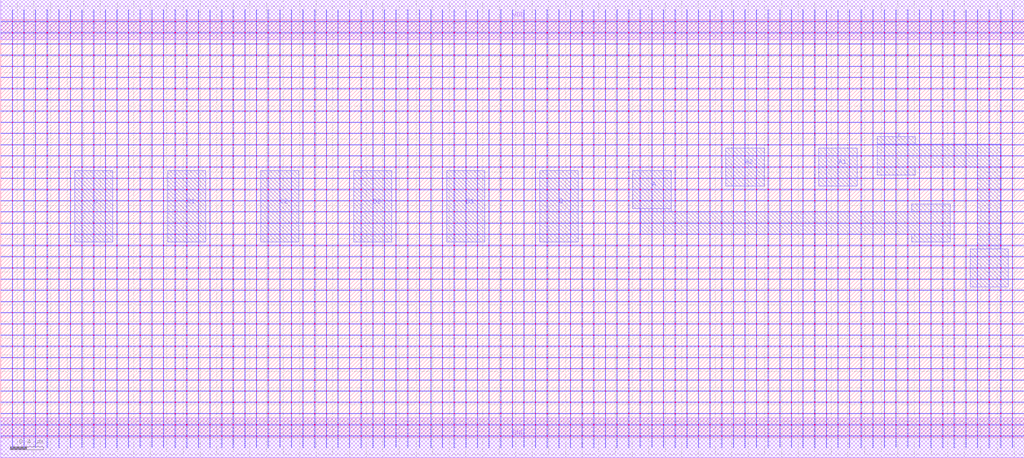
<source format=lef>
MACRO AAAOI333_DEBUG
 CLASS CORE ;
 FOREIGN AAAOI333_DEBUG 0 0 ;
 SIZE 12.32 BY 5.04 ;
 ORIGIN 0 0 ;
 SYMMETRY X Y R90 ;
 SITE unit ;
  PIN VDD
   DIRECTION INOUT ;
   USE SIGNAL ;
   SHAPE ABUTMENT ;
    PORT
     CLASS CORE ;
       LAYER met1 ;
        RECT 0.00000000 4.80000000 12.32000000 5.28000000 ;
    END
  END VDD

  PIN GND
   DIRECTION INOUT ;
   USE SIGNAL ;
   SHAPE ABUTMENT ;
    PORT
     CLASS CORE ;
       LAYER met1 ;
        RECT 0.00000000 -0.24000000 12.32000000 0.24000000 ;
    END
  END GND

  PIN Y
   DIRECTION INOUT ;
   USE SIGNAL ;
   SHAPE ABUTMENT ;
    PORT
     CLASS CORE ;
       LAYER met2 ;
        RECT 11.67000000 1.81700000 12.13000000 2.27700000 ;
        RECT 10.55000000 3.16700000 11.01000000 3.25700000 ;
        RECT 11.76000000 2.27700000 12.04000000 3.25700000 ;
        RECT 10.55000000 3.25700000 12.04000000 3.53700000 ;
        RECT 10.55000000 3.53700000 11.01000000 3.62700000 ;
    END
  END Y

  PIN B2
   DIRECTION INOUT ;
   USE SIGNAL ;
   SHAPE ABUTMENT ;
    PORT
     CLASS CORE ;
       LAYER met2 ;
        RECT 4.25000000 2.35700000 4.71000000 3.22200000 ;
    END
  END B2

  PIN A
   DIRECTION INOUT ;
   USE SIGNAL ;
   SHAPE ABUTMENT ;
    PORT
     CLASS CORE ;
       LAYER met2 ;
        RECT 10.97000000 2.35700000 11.43000000 2.44700000 ;
        RECT 7.70000000 2.44700000 11.43000000 2.72700000 ;
        RECT 7.70000000 2.72700000 8.07000000 2.76200000 ;
        RECT 10.97000000 2.72700000 11.43000000 2.81700000 ;
        RECT 7.61000000 2.76200000 8.07000000 3.22200000 ;
    END
  END A

  PIN A1
   DIRECTION INOUT ;
   USE SIGNAL ;
   SHAPE ABUTMENT ;
    PORT
     CLASS CORE ;
       LAYER met2 ;
        RECT 9.85000000 3.03200000 10.31000000 3.49200000 ;
    END
  END A1

  PIN A2
   DIRECTION INOUT ;
   USE SIGNAL ;
   SHAPE ABUTMENT ;
    PORT
     CLASS CORE ;
       LAYER met2 ;
        RECT 8.73000000 3.03200000 9.19000000 3.49200000 ;
    END
  END A2

  PIN B1
   DIRECTION INOUT ;
   USE SIGNAL ;
   SHAPE ABUTMENT ;
    PORT
     CLASS CORE ;
       LAYER met2 ;
        RECT 5.37000000 2.35700000 5.83000000 3.22200000 ;
    END
  END B1

  PIN C
   DIRECTION INOUT ;
   USE SIGNAL ;
   SHAPE ABUTMENT ;
    PORT
     CLASS CORE ;
       LAYER met2 ;
        RECT 0.89000000 2.35700000 1.35000000 3.22200000 ;
    END
  END C

  PIN C2
   DIRECTION INOUT ;
   USE SIGNAL ;
   SHAPE ABUTMENT ;
    PORT
     CLASS CORE ;
       LAYER met2 ;
        RECT 3.13000000 2.35700000 3.59000000 3.22200000 ;
    END
  END C2

  PIN B
   DIRECTION INOUT ;
   USE SIGNAL ;
   SHAPE ABUTMENT ;
    PORT
     CLASS CORE ;
       LAYER met2 ;
        RECT 6.49000000 2.35700000 6.95000000 3.22200000 ;
    END
  END B

  PIN C1
   DIRECTION INOUT ;
   USE SIGNAL ;
   SHAPE ABUTMENT ;
    PORT
     CLASS CORE ;
       LAYER met2 ;
        RECT 2.01000000 2.35700000 2.47000000 3.22200000 ;
    END
  END C1

 OBS
    LAYER polycont ;
     RECT 1.11600000 2.58300000 1.12400000 2.59100000 ;
     RECT 2.23600000 2.58300000 2.24400000 2.59100000 ;
     RECT 3.35600000 2.58300000 3.36400000 2.59100000 ;
     RECT 4.47600000 2.58300000 4.48400000 2.59100000 ;
     RECT 5.59600000 2.58300000 5.60400000 2.59100000 ;
     RECT 6.71600000 2.58300000 6.72400000 2.59100000 ;
     RECT 8.95600000 2.58300000 8.96400000 2.59100000 ;
     RECT 10.07600000 2.58300000 10.08400000 2.59100000 ;
     RECT 11.19600000 2.58300000 11.20400000 2.59100000 ;
     RECT 1.11600000 2.98800000 1.12400000 2.99600000 ;
     RECT 2.23600000 2.98800000 2.24400000 2.99600000 ;
     RECT 3.35600000 2.98800000 3.36400000 2.99600000 ;
     RECT 4.47600000 2.98800000 4.48400000 2.99600000 ;
     RECT 5.59600000 2.98800000 5.60400000 2.99600000 ;
     RECT 6.71600000 2.98800000 6.72400000 2.99600000 ;
     RECT 7.83600000 2.98800000 7.84400000 2.99600000 ;
     RECT 8.95600000 2.98800000 8.96400000 2.99600000 ;
     RECT 10.07600000 2.98800000 10.08400000 2.99600000 ;

    LAYER pdiffc ;
     RECT 0.41600000 3.39300000 0.42400000 3.40100000 ;
     RECT 10.77600000 3.39300000 10.78400000 3.40100000 ;
     RECT 0.41600000 3.52800000 0.42400000 3.53600000 ;
     RECT 10.77600000 3.52800000 10.78400000 3.53600000 ;
     RECT 0.41600000 3.66300000 0.42400000 3.67100000 ;
     RECT 10.77600000 3.66300000 10.78400000 3.67100000 ;
     RECT 0.41600000 3.79800000 0.42400000 3.80600000 ;
     RECT 10.77600000 3.79800000 10.78400000 3.80600000 ;
     RECT 0.41600000 3.93300000 0.42400000 3.94100000 ;
     RECT 10.77600000 3.93300000 10.78400000 3.94100000 ;
     RECT 0.41600000 4.06800000 0.42400000 4.07600000 ;
     RECT 10.77600000 4.06800000 10.78400000 4.07600000 ;
     RECT 0.41600000 4.20300000 0.42400000 4.21100000 ;
     RECT 10.77600000 4.20300000 10.78400000 4.21100000 ;
     RECT 0.41600000 4.33800000 0.42400000 4.34600000 ;
     RECT 10.77600000 4.33800000 10.78400000 4.34600000 ;
     RECT 0.41600000 4.47300000 0.42400000 4.48100000 ;
     RECT 10.77600000 4.47300000 10.78400000 4.48100000 ;
     RECT 0.41600000 4.60800000 0.42400000 4.61600000 ;
     RECT 10.77600000 4.60800000 10.78400000 4.61600000 ;

    LAYER ndiffc ;
     RECT 6.15600000 0.42300000 6.16400000 0.43100000 ;
     RECT 6.15600000 0.55800000 6.16400000 0.56600000 ;
     RECT 6.15600000 0.69300000 6.16400000 0.70100000 ;
     RECT 6.15600000 0.82800000 6.16400000 0.83600000 ;
     RECT 6.15600000 0.96300000 6.16400000 0.97100000 ;
     RECT 6.15600000 1.09800000 6.16400000 1.10600000 ;
     RECT 6.15600000 1.23300000 6.16400000 1.24100000 ;
     RECT 6.15600000 1.36800000 6.16400000 1.37600000 ;
     RECT 6.15600000 1.50300000 6.16400000 1.51100000 ;
     RECT 6.15600000 1.63800000 6.16400000 1.64600000 ;
     RECT 6.15600000 1.77300000 6.16400000 1.78100000 ;
     RECT 6.15600000 1.90800000 6.16400000 1.91600000 ;
     RECT 6.15600000 2.04300000 6.16400000 2.05100000 ;
     RECT 7.27600000 1.23300000 7.28400000 1.24100000 ;
     RECT 7.41600000 1.23300000 7.42400000 1.24100000 ;
     RECT 8.25600000 1.23300000 8.26400000 1.24100000 ;
     RECT 8.39600000 1.23300000 8.40400000 1.24100000 ;
     RECT 9.51600000 1.23300000 9.52400000 1.24100000 ;
     RECT 10.63600000 1.23300000 10.64400000 1.24100000 ;
     RECT 11.75600000 1.23300000 11.76400000 1.24100000 ;
     RECT 11.89600000 1.23300000 11.90400000 1.24100000 ;
     RECT 9.51600000 1.36800000 9.52400000 1.37600000 ;
     RECT 10.63600000 1.36800000 10.64400000 1.37600000 ;
     RECT 11.75600000 1.36800000 11.76400000 1.37600000 ;
     RECT 11.89600000 1.36800000 11.90400000 1.37600000 ;
     RECT 9.51600000 1.50300000 9.52400000 1.51100000 ;
     RECT 10.63600000 1.50300000 10.64400000 1.51100000 ;
     RECT 11.75600000 1.50300000 11.76400000 1.51100000 ;
     RECT 11.89600000 1.50300000 11.90400000 1.51100000 ;
     RECT 9.51600000 1.63800000 9.52400000 1.64600000 ;
     RECT 10.63600000 1.63800000 10.64400000 1.64600000 ;
     RECT 11.75600000 1.63800000 11.76400000 1.64600000 ;
     RECT 11.89600000 1.63800000 11.90400000 1.64600000 ;
     RECT 9.51600000 1.77300000 9.52400000 1.78100000 ;
     RECT 10.63600000 1.77300000 10.64400000 1.78100000 ;
     RECT 11.75600000 1.77300000 11.76400000 1.78100000 ;
     RECT 11.89600000 1.77300000 11.90400000 1.78100000 ;
     RECT 9.51600000 1.90800000 9.52400000 1.91600000 ;
     RECT 10.63600000 1.90800000 10.64400000 1.91600000 ;
     RECT 11.75600000 1.90800000 11.76400000 1.91600000 ;
     RECT 11.89600000 1.90800000 11.90400000 1.91600000 ;
     RECT 9.51600000 2.04300000 9.52400000 2.05100000 ;
     RECT 10.63600000 2.04300000 10.64400000 2.05100000 ;
     RECT 11.75600000 2.04300000 11.76400000 2.05100000 ;
     RECT 11.89600000 2.04300000 11.90400000 2.05100000 ;
     RECT 7.27600000 1.77300000 7.28400000 1.78100000 ;
     RECT 7.41600000 1.77300000 7.42400000 1.78100000 ;
     RECT 8.25600000 1.77300000 8.26400000 1.78100000 ;
     RECT 8.39600000 1.77300000 8.40400000 1.78100000 ;
     RECT 7.27600000 1.36800000 7.28400000 1.37600000 ;
     RECT 7.41600000 1.36800000 7.42400000 1.37600000 ;
     RECT 8.25600000 1.36800000 8.26400000 1.37600000 ;
     RECT 8.39600000 1.36800000 8.40400000 1.37600000 ;
     RECT 7.27600000 1.90800000 7.28400000 1.91600000 ;
     RECT 7.41600000 1.90800000 7.42400000 1.91600000 ;
     RECT 8.25600000 1.90800000 8.26400000 1.91600000 ;
     RECT 8.39600000 1.90800000 8.40400000 1.91600000 ;
     RECT 7.27600000 1.63800000 7.28400000 1.64600000 ;
     RECT 7.41600000 1.63800000 7.42400000 1.64600000 ;
     RECT 8.25600000 1.63800000 8.26400000 1.64600000 ;
     RECT 8.39600000 1.63800000 8.40400000 1.64600000 ;
     RECT 7.27600000 2.04300000 7.28400000 2.05100000 ;
     RECT 7.41600000 2.04300000 7.42400000 2.05100000 ;
     RECT 8.25600000 2.04300000 8.26400000 2.05100000 ;
     RECT 8.39600000 2.04300000 8.40400000 2.05100000 ;
     RECT 7.27600000 1.50300000 7.28400000 1.51100000 ;
     RECT 7.41600000 1.50300000 7.42400000 1.51100000 ;
     RECT 8.25600000 1.50300000 8.26400000 1.51100000 ;
     RECT 8.39600000 1.50300000 8.40400000 1.51100000 ;
     RECT 8.25600000 0.96300000 8.26400000 0.97100000 ;
     RECT 8.39600000 0.96300000 8.40400000 0.97100000 ;
     RECT 7.27600000 1.09800000 7.28400000 1.10600000 ;
     RECT 7.41600000 1.09800000 7.42400000 1.10600000 ;
     RECT 8.25600000 1.09800000 8.26400000 1.10600000 ;
     RECT 8.39600000 1.09800000 8.40400000 1.10600000 ;
     RECT 7.41600000 0.55800000 7.42400000 0.56600000 ;
     RECT 8.39600000 0.55800000 8.40400000 0.56600000 ;
     RECT 7.41600000 0.42300000 7.42400000 0.43100000 ;
     RECT 7.27600000 0.69300000 7.28400000 0.70100000 ;
     RECT 7.41600000 0.69300000 7.42400000 0.70100000 ;
     RECT 7.27600000 0.42300000 7.28400000 0.43100000 ;
     RECT 8.25600000 0.69300000 8.26400000 0.70100000 ;
     RECT 8.39600000 0.69300000 8.40400000 0.70100000 ;
     RECT 8.25600000 0.42300000 8.26400000 0.43100000 ;
     RECT 8.25600000 0.55800000 8.26400000 0.56600000 ;
     RECT 7.27600000 0.82800000 7.28400000 0.83600000 ;
     RECT 7.41600000 0.82800000 7.42400000 0.83600000 ;
     RECT 8.25600000 0.82800000 8.26400000 0.83600000 ;
     RECT 8.39600000 0.82800000 8.40400000 0.83600000 ;
     RECT 8.39600000 0.42300000 8.40400000 0.43100000 ;
     RECT 7.27600000 0.55800000 7.28400000 0.56600000 ;
     RECT 7.27600000 0.96300000 7.28400000 0.97100000 ;
     RECT 7.41600000 0.96300000 7.42400000 0.97100000 ;
     RECT 11.89600000 0.55800000 11.90400000 0.56600000 ;
     RECT 9.51600000 0.55800000 9.52400000 0.56600000 ;
     RECT 9.51600000 0.69300000 9.52400000 0.70100000 ;
     RECT 11.89600000 0.42300000 11.90400000 0.43100000 ;
     RECT 9.51600000 0.82800000 9.52400000 0.83600000 ;
     RECT 9.51600000 1.09800000 9.52400000 1.10600000 ;
     RECT 10.63600000 1.09800000 10.64400000 1.10600000 ;
     RECT 11.75600000 1.09800000 11.76400000 1.10600000 ;
     RECT 11.89600000 1.09800000 11.90400000 1.10600000 ;
     RECT 10.63600000 0.42300000 10.64400000 0.43100000 ;
     RECT 10.63600000 0.82800000 10.64400000 0.83600000 ;
     RECT 11.75600000 0.82800000 11.76400000 0.83600000 ;
     RECT 11.89600000 0.82800000 11.90400000 0.83600000 ;
     RECT 10.63600000 0.69300000 10.64400000 0.70100000 ;
     RECT 11.75600000 0.69300000 11.76400000 0.70100000 ;
     RECT 11.89600000 0.69300000 11.90400000 0.70100000 ;
     RECT 10.63600000 0.55800000 10.64400000 0.56600000 ;
     RECT 11.75600000 0.55800000 11.76400000 0.56600000 ;
     RECT 11.75600000 0.42300000 11.76400000 0.43100000 ;
     RECT 9.51600000 0.96300000 9.52400000 0.97100000 ;
     RECT 10.63600000 0.96300000 10.64400000 0.97100000 ;
     RECT 11.75600000 0.96300000 11.76400000 0.97100000 ;
     RECT 11.89600000 0.96300000 11.90400000 0.97100000 ;
     RECT 9.51600000 0.42300000 9.52400000 0.43100000 ;
     RECT 2.79600000 0.42300000 2.80400000 0.43100000 ;
     RECT 3.91600000 0.42300000 3.92400000 0.43100000 ;
     RECT 5.03600000 0.42300000 5.04400000 0.43100000 ;
     RECT 0.41600000 1.50300000 0.42400000 1.51100000 ;
     RECT 0.55600000 1.50300000 0.56400000 1.51100000 ;
     RECT 1.67600000 1.50300000 1.68400000 1.51100000 ;
     RECT 2.79600000 1.50300000 2.80400000 1.51100000 ;
     RECT 3.91600000 1.50300000 3.92400000 1.51100000 ;
     RECT 5.03600000 1.50300000 5.04400000 1.51100000 ;
     RECT 0.41600000 0.42300000 0.42400000 0.43100000 ;
     RECT 0.55600000 0.42300000 0.56400000 0.43100000 ;
     RECT 1.67600000 0.42300000 1.68400000 0.43100000 ;
     RECT 0.41600000 1.09800000 0.42400000 1.10600000 ;
     RECT 0.55600000 1.09800000 0.56400000 1.10600000 ;
     RECT 1.67600000 1.09800000 1.68400000 1.10600000 ;
     RECT 2.79600000 1.09800000 2.80400000 1.10600000 ;
     RECT 3.91600000 1.09800000 3.92400000 1.10600000 ;
     RECT 5.03600000 1.09800000 5.04400000 1.10600000 ;
     RECT 0.41600000 1.63800000 0.42400000 1.64600000 ;
     RECT 0.55600000 1.63800000 0.56400000 1.64600000 ;
     RECT 1.67600000 1.63800000 1.68400000 1.64600000 ;
     RECT 2.79600000 1.63800000 2.80400000 1.64600000 ;
     RECT 3.91600000 1.63800000 3.92400000 1.64600000 ;
     RECT 5.03600000 1.63800000 5.04400000 1.64600000 ;
     RECT 0.41600000 0.82800000 0.42400000 0.83600000 ;
     RECT 0.55600000 0.82800000 0.56400000 0.83600000 ;
     RECT 1.67600000 0.82800000 1.68400000 0.83600000 ;
     RECT 2.79600000 0.82800000 2.80400000 0.83600000 ;
     RECT 3.91600000 0.82800000 3.92400000 0.83600000 ;
     RECT 5.03600000 0.82800000 5.04400000 0.83600000 ;
     RECT 0.41600000 0.55800000 0.42400000 0.56600000 ;
     RECT 0.55600000 0.55800000 0.56400000 0.56600000 ;
     RECT 1.67600000 0.55800000 1.68400000 0.56600000 ;
     RECT 0.41600000 1.77300000 0.42400000 1.78100000 ;
     RECT 0.55600000 1.77300000 0.56400000 1.78100000 ;
     RECT 1.67600000 1.77300000 1.68400000 1.78100000 ;
     RECT 2.79600000 1.77300000 2.80400000 1.78100000 ;
     RECT 3.91600000 1.77300000 3.92400000 1.78100000 ;
     RECT 5.03600000 1.77300000 5.04400000 1.78100000 ;
     RECT 0.41600000 1.23300000 0.42400000 1.24100000 ;
     RECT 0.55600000 1.23300000 0.56400000 1.24100000 ;
     RECT 1.67600000 1.23300000 1.68400000 1.24100000 ;
     RECT 2.79600000 1.23300000 2.80400000 1.24100000 ;
     RECT 3.91600000 1.23300000 3.92400000 1.24100000 ;
     RECT 5.03600000 1.23300000 5.04400000 1.24100000 ;
     RECT 0.41600000 0.69300000 0.42400000 0.70100000 ;
     RECT 0.55600000 0.69300000 0.56400000 0.70100000 ;
     RECT 1.67600000 0.69300000 1.68400000 0.70100000 ;
     RECT 0.41600000 1.90800000 0.42400000 1.91600000 ;
     RECT 0.55600000 1.90800000 0.56400000 1.91600000 ;
     RECT 1.67600000 1.90800000 1.68400000 1.91600000 ;
     RECT 2.79600000 1.90800000 2.80400000 1.91600000 ;
     RECT 3.91600000 1.90800000 3.92400000 1.91600000 ;
     RECT 5.03600000 1.90800000 5.04400000 1.91600000 ;
     RECT 2.79600000 0.69300000 2.80400000 0.70100000 ;
     RECT 3.91600000 0.69300000 3.92400000 0.70100000 ;
     RECT 5.03600000 0.69300000 5.04400000 0.70100000 ;
     RECT 0.41600000 0.96300000 0.42400000 0.97100000 ;
     RECT 0.55600000 0.96300000 0.56400000 0.97100000 ;
     RECT 1.67600000 0.96300000 1.68400000 0.97100000 ;
     RECT 0.41600000 1.36800000 0.42400000 1.37600000 ;
     RECT 0.55600000 1.36800000 0.56400000 1.37600000 ;
     RECT 1.67600000 1.36800000 1.68400000 1.37600000 ;
     RECT 0.41600000 2.04300000 0.42400000 2.05100000 ;
     RECT 0.55600000 2.04300000 0.56400000 2.05100000 ;
     RECT 1.67600000 2.04300000 1.68400000 2.05100000 ;
     RECT 2.79600000 2.04300000 2.80400000 2.05100000 ;
     RECT 3.91600000 2.04300000 3.92400000 2.05100000 ;
     RECT 5.03600000 2.04300000 5.04400000 2.05100000 ;
     RECT 2.79600000 1.36800000 2.80400000 1.37600000 ;
     RECT 3.91600000 1.36800000 3.92400000 1.37600000 ;
     RECT 5.03600000 1.36800000 5.04400000 1.37600000 ;
     RECT 2.79600000 0.96300000 2.80400000 0.97100000 ;
     RECT 3.91600000 0.96300000 3.92400000 0.97100000 ;
     RECT 5.03600000 0.96300000 5.04400000 0.97100000 ;
     RECT 2.79600000 0.55800000 2.80400000 0.56600000 ;
     RECT 3.91600000 0.55800000 3.92400000 0.56600000 ;
     RECT 5.03600000 0.55800000 5.04400000 0.56600000 ;

    LAYER met1 ;
     RECT 0.00000000 -0.24000000 12.32000000 0.24000000 ;
     RECT 6.15600000 0.24000000 6.16400000 0.28800000 ;
     RECT 0.02500000 0.28800000 12.29500000 0.29600000 ;
     RECT 6.15600000 0.29600000 6.16400000 0.42300000 ;
     RECT 0.02500000 0.42300000 12.29500000 0.43100000 ;
     RECT 6.15600000 0.43100000 6.16400000 0.55800000 ;
     RECT 0.02500000 0.55800000 12.29500000 0.56600000 ;
     RECT 6.15600000 0.56600000 6.16400000 0.69300000 ;
     RECT 0.02500000 0.69300000 12.29500000 0.70100000 ;
     RECT 6.15600000 0.70100000 6.16400000 0.82800000 ;
     RECT 0.02500000 0.82800000 12.29500000 0.83600000 ;
     RECT 6.15600000 0.83600000 6.16400000 0.96300000 ;
     RECT 0.02500000 0.96300000 12.29500000 0.97100000 ;
     RECT 6.15600000 0.97100000 6.16400000 1.09800000 ;
     RECT 0.02500000 1.09800000 12.29500000 1.10600000 ;
     RECT 6.15600000 1.10600000 6.16400000 1.23300000 ;
     RECT 0.02500000 1.23300000 12.29500000 1.24100000 ;
     RECT 6.15600000 1.24100000 6.16400000 1.36800000 ;
     RECT 0.02500000 1.36800000 12.29500000 1.37600000 ;
     RECT 6.15600000 1.37600000 6.16400000 1.50300000 ;
     RECT 0.02500000 1.50300000 12.29500000 1.51100000 ;
     RECT 6.15600000 1.51100000 6.16400000 1.63800000 ;
     RECT 0.02500000 1.63800000 12.29500000 1.64600000 ;
     RECT 6.15600000 1.64600000 6.16400000 1.77300000 ;
     RECT 0.02500000 1.77300000 12.29500000 1.78100000 ;
     RECT 6.15600000 1.78100000 6.16400000 1.90800000 ;
     RECT 0.02500000 1.90800000 12.29500000 1.91600000 ;
     RECT 6.15600000 1.91600000 6.16400000 2.04300000 ;
     RECT 0.02500000 2.04300000 12.29500000 2.05100000 ;
     RECT 6.15600000 2.05100000 6.16400000 2.17800000 ;
     RECT 0.02500000 2.17800000 12.29500000 2.18600000 ;
     RECT 6.15600000 2.18600000 6.16400000 2.31300000 ;
     RECT 0.02500000 2.31300000 12.29500000 2.32100000 ;
     RECT 6.15600000 2.32100000 6.16400000 2.44800000 ;
     RECT 0.02500000 2.44800000 12.29500000 2.45600000 ;
     RECT 0.13600000 2.45600000 0.14400000 2.58300000 ;
     RECT 0.27600000 2.45600000 0.28400000 2.58300000 ;
     RECT 0.41600000 2.45600000 0.42400000 2.58300000 ;
     RECT 0.55600000 2.45600000 0.56400000 2.58300000 ;
     RECT 0.69600000 2.45600000 0.70400000 2.58300000 ;
     RECT 0.83600000 2.45600000 0.84400000 2.58300000 ;
     RECT 0.97600000 2.45600000 0.98400000 2.58300000 ;
     RECT 1.11600000 2.45600000 1.12400000 2.58300000 ;
     RECT 1.25600000 2.45600000 1.26400000 2.58300000 ;
     RECT 1.39600000 2.45600000 1.40400000 2.58300000 ;
     RECT 1.53600000 2.45600000 1.54400000 2.58300000 ;
     RECT 1.67600000 2.45600000 1.68400000 2.58300000 ;
     RECT 1.81600000 2.45600000 1.82400000 2.58300000 ;
     RECT 1.95600000 2.45600000 1.96400000 2.58300000 ;
     RECT 2.09600000 2.45600000 2.10400000 2.58300000 ;
     RECT 2.23600000 2.45600000 2.24400000 2.58300000 ;
     RECT 2.37600000 2.45600000 2.38400000 2.58300000 ;
     RECT 2.51600000 2.45600000 2.52400000 2.58300000 ;
     RECT 2.65600000 2.45600000 2.66400000 2.58300000 ;
     RECT 2.79600000 2.45600000 2.80400000 2.58300000 ;
     RECT 2.93600000 2.45600000 2.94400000 2.58300000 ;
     RECT 3.07600000 2.45600000 3.08400000 2.58300000 ;
     RECT 3.21600000 2.45600000 3.22400000 2.58300000 ;
     RECT 3.35600000 2.45600000 3.36400000 2.58300000 ;
     RECT 3.49600000 2.45600000 3.50400000 2.58300000 ;
     RECT 3.63600000 2.45600000 3.64400000 2.58300000 ;
     RECT 3.77600000 2.45600000 3.78400000 2.58300000 ;
     RECT 3.91600000 2.45600000 3.92400000 2.58300000 ;
     RECT 4.05600000 2.45600000 4.06400000 2.58300000 ;
     RECT 4.19600000 2.45600000 4.20400000 2.58300000 ;
     RECT 4.33600000 2.45600000 4.34400000 2.58300000 ;
     RECT 4.47600000 2.45600000 4.48400000 2.58300000 ;
     RECT 4.61600000 2.45600000 4.62400000 2.58300000 ;
     RECT 4.75600000 2.45600000 4.76400000 2.58300000 ;
     RECT 4.89600000 2.45600000 4.90400000 2.58300000 ;
     RECT 5.03600000 2.45600000 5.04400000 2.58300000 ;
     RECT 5.17600000 2.45600000 5.18400000 2.58300000 ;
     RECT 5.31600000 2.45600000 5.32400000 2.58300000 ;
     RECT 5.45600000 2.45600000 5.46400000 2.58300000 ;
     RECT 5.59600000 2.45600000 5.60400000 2.58300000 ;
     RECT 5.73600000 2.45600000 5.74400000 2.58300000 ;
     RECT 5.87600000 2.45600000 5.88400000 2.58300000 ;
     RECT 6.01600000 2.45600000 6.02400000 2.58300000 ;
     RECT 6.15600000 2.45600000 6.16400000 2.58300000 ;
     RECT 6.29600000 2.45600000 6.30400000 2.58300000 ;
     RECT 6.43600000 2.45600000 6.44400000 2.58300000 ;
     RECT 6.57600000 2.45600000 6.58400000 2.58300000 ;
     RECT 6.71600000 2.45600000 6.72400000 2.58300000 ;
     RECT 6.85600000 2.45600000 6.86400000 2.58300000 ;
     RECT 6.99600000 2.45600000 7.00400000 2.58300000 ;
     RECT 7.13600000 2.45600000 7.14400000 2.58300000 ;
     RECT 7.27600000 2.45600000 7.28400000 2.58300000 ;
     RECT 7.41600000 2.45600000 7.42400000 2.58300000 ;
     RECT 7.55600000 2.45600000 7.56400000 2.58300000 ;
     RECT 7.69600000 2.45600000 7.70400000 2.58300000 ;
     RECT 7.83600000 2.45600000 7.84400000 2.58300000 ;
     RECT 7.97600000 2.45600000 7.98400000 2.58300000 ;
     RECT 8.11600000 2.45600000 8.12400000 2.58300000 ;
     RECT 8.25600000 2.45600000 8.26400000 2.58300000 ;
     RECT 8.39600000 2.45600000 8.40400000 2.58300000 ;
     RECT 8.53600000 2.45600000 8.54400000 2.58300000 ;
     RECT 8.67600000 2.45600000 8.68400000 2.58300000 ;
     RECT 8.81600000 2.45600000 8.82400000 2.58300000 ;
     RECT 8.95600000 2.45600000 8.96400000 2.58300000 ;
     RECT 9.09600000 2.45600000 9.10400000 2.58300000 ;
     RECT 9.23600000 2.45600000 9.24400000 2.58300000 ;
     RECT 9.37600000 2.45600000 9.38400000 2.58300000 ;
     RECT 9.51600000 2.45600000 9.52400000 2.58300000 ;
     RECT 9.65600000 2.45600000 9.66400000 2.58300000 ;
     RECT 9.79600000 2.45600000 9.80400000 2.58300000 ;
     RECT 9.93600000 2.45600000 9.94400000 2.58300000 ;
     RECT 10.07600000 2.45600000 10.08400000 2.58300000 ;
     RECT 10.21600000 2.45600000 10.22400000 2.58300000 ;
     RECT 10.35600000 2.45600000 10.36400000 2.58300000 ;
     RECT 10.49600000 2.45600000 10.50400000 2.58300000 ;
     RECT 10.63600000 2.45600000 10.64400000 2.58300000 ;
     RECT 10.77600000 2.45600000 10.78400000 2.58300000 ;
     RECT 10.91600000 2.45600000 10.92400000 2.58300000 ;
     RECT 11.05600000 2.45600000 11.06400000 2.58300000 ;
     RECT 11.19600000 2.45600000 11.20400000 2.58300000 ;
     RECT 11.33600000 2.45600000 11.34400000 2.58300000 ;
     RECT 11.47600000 2.45600000 11.48400000 2.58300000 ;
     RECT 11.61600000 2.45600000 11.62400000 2.58300000 ;
     RECT 11.75600000 2.45600000 11.76400000 2.58300000 ;
     RECT 11.89600000 2.45600000 11.90400000 2.58300000 ;
     RECT 12.03600000 2.45600000 12.04400000 2.58300000 ;
     RECT 12.17600000 2.45600000 12.18400000 2.58300000 ;
     RECT 0.02500000 2.58300000 12.29500000 2.59100000 ;
     RECT 6.15600000 2.59100000 6.16400000 2.71800000 ;
     RECT 0.02500000 2.71800000 12.29500000 2.72600000 ;
     RECT 6.15600000 2.72600000 6.16400000 2.85300000 ;
     RECT 0.02500000 2.85300000 12.29500000 2.86100000 ;
     RECT 6.15600000 2.86100000 6.16400000 2.98800000 ;
     RECT 0.02500000 2.98800000 12.29500000 2.99600000 ;
     RECT 6.15600000 2.99600000 6.16400000 3.12300000 ;
     RECT 0.02500000 3.12300000 12.29500000 3.13100000 ;
     RECT 6.15600000 3.13100000 6.16400000 3.25800000 ;
     RECT 0.02500000 3.25800000 12.29500000 3.26600000 ;
     RECT 6.15600000 3.26600000 6.16400000 3.39300000 ;
     RECT 0.02500000 3.39300000 12.29500000 3.40100000 ;
     RECT 6.15600000 3.40100000 6.16400000 3.52800000 ;
     RECT 0.02500000 3.52800000 12.29500000 3.53600000 ;
     RECT 6.15600000 3.53600000 6.16400000 3.66300000 ;
     RECT 0.02500000 3.66300000 12.29500000 3.67100000 ;
     RECT 6.15600000 3.67100000 6.16400000 3.79800000 ;
     RECT 0.02500000 3.79800000 12.29500000 3.80600000 ;
     RECT 6.15600000 3.80600000 6.16400000 3.93300000 ;
     RECT 0.02500000 3.93300000 12.29500000 3.94100000 ;
     RECT 6.15600000 3.94100000 6.16400000 4.06800000 ;
     RECT 0.02500000 4.06800000 12.29500000 4.07600000 ;
     RECT 6.15600000 4.07600000 6.16400000 4.20300000 ;
     RECT 0.02500000 4.20300000 12.29500000 4.21100000 ;
     RECT 6.15600000 4.21100000 6.16400000 4.33800000 ;
     RECT 0.02500000 4.33800000 12.29500000 4.34600000 ;
     RECT 6.15600000 4.34600000 6.16400000 4.47300000 ;
     RECT 0.02500000 4.47300000 12.29500000 4.48100000 ;
     RECT 6.15600000 4.48100000 6.16400000 4.60800000 ;
     RECT 0.02500000 4.60800000 12.29500000 4.61600000 ;
     RECT 6.15600000 4.61600000 6.16400000 4.74300000 ;
     RECT 0.02500000 4.74300000 12.29500000 4.75100000 ;
     RECT 6.15600000 4.75100000 6.16400000 4.80000000 ;
     RECT 0.00000000 4.80000000 12.32000000 5.28000000 ;
     RECT 9.23600000 2.72600000 9.24400000 2.85300000 ;
     RECT 9.23600000 2.86100000 9.24400000 2.98800000 ;
     RECT 9.23600000 2.99600000 9.24400000 3.12300000 ;
     RECT 9.23600000 3.13100000 9.24400000 3.25800000 ;
     RECT 9.23600000 3.26600000 9.24400000 3.39300000 ;
     RECT 9.23600000 3.40100000 9.24400000 3.52800000 ;
     RECT 9.23600000 3.53600000 9.24400000 3.66300000 ;
     RECT 9.23600000 3.67100000 9.24400000 3.79800000 ;
     RECT 6.29600000 3.80600000 6.30400000 3.93300000 ;
     RECT 6.43600000 3.80600000 6.44400000 3.93300000 ;
     RECT 6.57600000 3.80600000 6.58400000 3.93300000 ;
     RECT 6.71600000 3.80600000 6.72400000 3.93300000 ;
     RECT 6.85600000 3.80600000 6.86400000 3.93300000 ;
     RECT 6.99600000 3.80600000 7.00400000 3.93300000 ;
     RECT 7.13600000 3.80600000 7.14400000 3.93300000 ;
     RECT 7.27600000 3.80600000 7.28400000 3.93300000 ;
     RECT 7.41600000 3.80600000 7.42400000 3.93300000 ;
     RECT 7.55600000 3.80600000 7.56400000 3.93300000 ;
     RECT 7.69600000 3.80600000 7.70400000 3.93300000 ;
     RECT 7.83600000 3.80600000 7.84400000 3.93300000 ;
     RECT 7.97600000 3.80600000 7.98400000 3.93300000 ;
     RECT 8.11600000 3.80600000 8.12400000 3.93300000 ;
     RECT 8.25600000 3.80600000 8.26400000 3.93300000 ;
     RECT 8.39600000 3.80600000 8.40400000 3.93300000 ;
     RECT 8.53600000 3.80600000 8.54400000 3.93300000 ;
     RECT 8.67600000 3.80600000 8.68400000 3.93300000 ;
     RECT 8.81600000 3.80600000 8.82400000 3.93300000 ;
     RECT 8.95600000 3.80600000 8.96400000 3.93300000 ;
     RECT 9.09600000 3.80600000 9.10400000 3.93300000 ;
     RECT 9.23600000 3.80600000 9.24400000 3.93300000 ;
     RECT 9.37600000 3.80600000 9.38400000 3.93300000 ;
     RECT 9.51600000 3.80600000 9.52400000 3.93300000 ;
     RECT 9.65600000 3.80600000 9.66400000 3.93300000 ;
     RECT 9.79600000 3.80600000 9.80400000 3.93300000 ;
     RECT 9.93600000 3.80600000 9.94400000 3.93300000 ;
     RECT 10.07600000 3.80600000 10.08400000 3.93300000 ;
     RECT 10.21600000 3.80600000 10.22400000 3.93300000 ;
     RECT 10.35600000 3.80600000 10.36400000 3.93300000 ;
     RECT 10.49600000 3.80600000 10.50400000 3.93300000 ;
     RECT 10.63600000 3.80600000 10.64400000 3.93300000 ;
     RECT 10.77600000 3.80600000 10.78400000 3.93300000 ;
     RECT 10.91600000 3.80600000 10.92400000 3.93300000 ;
     RECT 11.05600000 3.80600000 11.06400000 3.93300000 ;
     RECT 11.19600000 3.80600000 11.20400000 3.93300000 ;
     RECT 11.33600000 3.80600000 11.34400000 3.93300000 ;
     RECT 11.47600000 3.80600000 11.48400000 3.93300000 ;
     RECT 11.61600000 3.80600000 11.62400000 3.93300000 ;
     RECT 11.75600000 3.80600000 11.76400000 3.93300000 ;
     RECT 11.89600000 3.80600000 11.90400000 3.93300000 ;
     RECT 12.03600000 3.80600000 12.04400000 3.93300000 ;
     RECT 12.17600000 3.80600000 12.18400000 3.93300000 ;
     RECT 9.23600000 3.94100000 9.24400000 4.06800000 ;
     RECT 9.23600000 2.59100000 9.24400000 2.71800000 ;
     RECT 9.23600000 4.07600000 9.24400000 4.20300000 ;
     RECT 9.23600000 4.21100000 9.24400000 4.33800000 ;
     RECT 9.23600000 4.34600000 9.24400000 4.47300000 ;
     RECT 9.23600000 4.48100000 9.24400000 4.60800000 ;
     RECT 9.23600000 4.61600000 9.24400000 4.74300000 ;
     RECT 9.23600000 4.75100000 9.24400000 4.80000000 ;
     RECT 10.77600000 3.94100000 10.78400000 4.06800000 ;
     RECT 10.77600000 4.07600000 10.78400000 4.20300000 ;
     RECT 10.77600000 4.21100000 10.78400000 4.33800000 ;
     RECT 10.77600000 4.34600000 10.78400000 4.47300000 ;
     RECT 9.37600000 4.48100000 9.38400000 4.60800000 ;
     RECT 9.51600000 4.48100000 9.52400000 4.60800000 ;
     RECT 9.65600000 4.48100000 9.66400000 4.60800000 ;
     RECT 9.79600000 4.48100000 9.80400000 4.60800000 ;
     RECT 9.93600000 4.48100000 9.94400000 4.60800000 ;
     RECT 10.07600000 4.48100000 10.08400000 4.60800000 ;
     RECT 10.21600000 4.48100000 10.22400000 4.60800000 ;
     RECT 10.35600000 4.48100000 10.36400000 4.60800000 ;
     RECT 10.49600000 4.48100000 10.50400000 4.60800000 ;
     RECT 10.63600000 4.48100000 10.64400000 4.60800000 ;
     RECT 10.77600000 4.48100000 10.78400000 4.60800000 ;
     RECT 10.91600000 4.48100000 10.92400000 4.60800000 ;
     RECT 11.05600000 4.48100000 11.06400000 4.60800000 ;
     RECT 11.19600000 4.48100000 11.20400000 4.60800000 ;
     RECT 11.33600000 4.48100000 11.34400000 4.60800000 ;
     RECT 11.47600000 4.48100000 11.48400000 4.60800000 ;
     RECT 11.61600000 4.48100000 11.62400000 4.60800000 ;
     RECT 11.75600000 4.48100000 11.76400000 4.60800000 ;
     RECT 11.89600000 4.48100000 11.90400000 4.60800000 ;
     RECT 12.03600000 4.48100000 12.04400000 4.60800000 ;
     RECT 12.17600000 4.48100000 12.18400000 4.60800000 ;
     RECT 10.77600000 4.61600000 10.78400000 4.74300000 ;
     RECT 10.77600000 4.75100000 10.78400000 4.80000000 ;
     RECT 11.05600000 4.61600000 11.06400000 4.74300000 ;
     RECT 11.19600000 4.61600000 11.20400000 4.74300000 ;
     RECT 11.33600000 4.61600000 11.34400000 4.74300000 ;
     RECT 11.47600000 4.61600000 11.48400000 4.74300000 ;
     RECT 11.61600000 4.61600000 11.62400000 4.74300000 ;
     RECT 11.75600000 4.61600000 11.76400000 4.74300000 ;
     RECT 11.89600000 4.61600000 11.90400000 4.74300000 ;
     RECT 12.03600000 4.61600000 12.04400000 4.74300000 ;
     RECT 12.17600000 4.61600000 12.18400000 4.74300000 ;
     RECT 10.91600000 4.61600000 10.92400000 4.74300000 ;
     RECT 10.91600000 4.75100000 10.92400000 4.80000000 ;
     RECT 11.05600000 4.75100000 11.06400000 4.80000000 ;
     RECT 11.19600000 4.75100000 11.20400000 4.80000000 ;
     RECT 11.33600000 4.75100000 11.34400000 4.80000000 ;
     RECT 11.47600000 4.75100000 11.48400000 4.80000000 ;
     RECT 11.61600000 4.75100000 11.62400000 4.80000000 ;
     RECT 11.75600000 4.75100000 11.76400000 4.80000000 ;
     RECT 11.89600000 4.75100000 11.90400000 4.80000000 ;
     RECT 12.03600000 4.75100000 12.04400000 4.80000000 ;
     RECT 12.17600000 4.75100000 12.18400000 4.80000000 ;
     RECT 9.51600000 4.75100000 9.52400000 4.80000000 ;
     RECT 9.65600000 4.75100000 9.66400000 4.80000000 ;
     RECT 9.79600000 4.75100000 9.80400000 4.80000000 ;
     RECT 9.93600000 4.75100000 9.94400000 4.80000000 ;
     RECT 10.07600000 4.75100000 10.08400000 4.80000000 ;
     RECT 10.21600000 4.75100000 10.22400000 4.80000000 ;
     RECT 10.35600000 4.75100000 10.36400000 4.80000000 ;
     RECT 10.49600000 4.75100000 10.50400000 4.80000000 ;
     RECT 10.63600000 4.75100000 10.64400000 4.80000000 ;
     RECT 9.51600000 4.61600000 9.52400000 4.74300000 ;
     RECT 9.65600000 4.61600000 9.66400000 4.74300000 ;
     RECT 9.79600000 4.61600000 9.80400000 4.74300000 ;
     RECT 9.93600000 4.61600000 9.94400000 4.74300000 ;
     RECT 10.07600000 4.61600000 10.08400000 4.74300000 ;
     RECT 10.21600000 4.61600000 10.22400000 4.74300000 ;
     RECT 10.35600000 4.61600000 10.36400000 4.74300000 ;
     RECT 10.49600000 4.61600000 10.50400000 4.74300000 ;
     RECT 10.63600000 4.61600000 10.64400000 4.74300000 ;
     RECT 9.37600000 4.61600000 9.38400000 4.74300000 ;
     RECT 9.37600000 4.75100000 9.38400000 4.80000000 ;
     RECT 10.63600000 3.94100000 10.64400000 4.06800000 ;
     RECT 9.79600000 3.94100000 9.80400000 4.06800000 ;
     RECT 9.37600000 4.34600000 9.38400000 4.47300000 ;
     RECT 9.51600000 4.34600000 9.52400000 4.47300000 ;
     RECT 9.65600000 4.34600000 9.66400000 4.47300000 ;
     RECT 9.79600000 4.34600000 9.80400000 4.47300000 ;
     RECT 9.93600000 4.34600000 9.94400000 4.47300000 ;
     RECT 10.07600000 4.34600000 10.08400000 4.47300000 ;
     RECT 10.21600000 4.34600000 10.22400000 4.47300000 ;
     RECT 10.35600000 4.34600000 10.36400000 4.47300000 ;
     RECT 10.49600000 4.34600000 10.50400000 4.47300000 ;
     RECT 10.63600000 4.34600000 10.64400000 4.47300000 ;
     RECT 10.35600000 3.94100000 10.36400000 4.06800000 ;
     RECT 9.93600000 3.94100000 9.94400000 4.06800000 ;
     RECT 9.37600000 3.94100000 9.38400000 4.06800000 ;
     RECT 9.51600000 3.94100000 9.52400000 4.06800000 ;
     RECT 9.37600000 4.07600000 9.38400000 4.20300000 ;
     RECT 9.51600000 4.07600000 9.52400000 4.20300000 ;
     RECT 10.21600000 3.94100000 10.22400000 4.06800000 ;
     RECT 9.65600000 4.07600000 9.66400000 4.20300000 ;
     RECT 9.79600000 4.07600000 9.80400000 4.20300000 ;
     RECT 9.93600000 4.07600000 9.94400000 4.20300000 ;
     RECT 10.07600000 4.07600000 10.08400000 4.20300000 ;
     RECT 10.21600000 4.07600000 10.22400000 4.20300000 ;
     RECT 10.35600000 4.07600000 10.36400000 4.20300000 ;
     RECT 10.49600000 4.07600000 10.50400000 4.20300000 ;
     RECT 10.63600000 4.07600000 10.64400000 4.20300000 ;
     RECT 10.49600000 3.94100000 10.50400000 4.06800000 ;
     RECT 9.65600000 3.94100000 9.66400000 4.06800000 ;
     RECT 9.37600000 4.21100000 9.38400000 4.33800000 ;
     RECT 9.51600000 4.21100000 9.52400000 4.33800000 ;
     RECT 9.65600000 4.21100000 9.66400000 4.33800000 ;
     RECT 9.79600000 4.21100000 9.80400000 4.33800000 ;
     RECT 9.93600000 4.21100000 9.94400000 4.33800000 ;
     RECT 10.07600000 4.21100000 10.08400000 4.33800000 ;
     RECT 10.21600000 4.21100000 10.22400000 4.33800000 ;
     RECT 10.07600000 3.94100000 10.08400000 4.06800000 ;
     RECT 10.35600000 4.21100000 10.36400000 4.33800000 ;
     RECT 10.49600000 4.21100000 10.50400000 4.33800000 ;
     RECT 10.63600000 4.21100000 10.64400000 4.33800000 ;
     RECT 11.33600000 3.94100000 11.34400000 4.06800000 ;
     RECT 11.47600000 3.94100000 11.48400000 4.06800000 ;
     RECT 11.61600000 3.94100000 11.62400000 4.06800000 ;
     RECT 11.75600000 3.94100000 11.76400000 4.06800000 ;
     RECT 10.91600000 4.34600000 10.92400000 4.47300000 ;
     RECT 11.05600000 4.34600000 11.06400000 4.47300000 ;
     RECT 11.19600000 4.34600000 11.20400000 4.47300000 ;
     RECT 11.33600000 4.34600000 11.34400000 4.47300000 ;
     RECT 11.47600000 4.34600000 11.48400000 4.47300000 ;
     RECT 11.61600000 4.34600000 11.62400000 4.47300000 ;
     RECT 11.75600000 4.34600000 11.76400000 4.47300000 ;
     RECT 11.89600000 4.34600000 11.90400000 4.47300000 ;
     RECT 12.03600000 4.34600000 12.04400000 4.47300000 ;
     RECT 12.17600000 4.34600000 12.18400000 4.47300000 ;
     RECT 11.89600000 3.94100000 11.90400000 4.06800000 ;
     RECT 12.03600000 3.94100000 12.04400000 4.06800000 ;
     RECT 12.17600000 3.94100000 12.18400000 4.06800000 ;
     RECT 10.91600000 3.94100000 10.92400000 4.06800000 ;
     RECT 11.05600000 3.94100000 11.06400000 4.06800000 ;
     RECT 11.19600000 3.94100000 11.20400000 4.06800000 ;
     RECT 10.91600000 4.07600000 10.92400000 4.20300000 ;
     RECT 11.05600000 4.07600000 11.06400000 4.20300000 ;
     RECT 10.91600000 4.21100000 10.92400000 4.33800000 ;
     RECT 11.05600000 4.21100000 11.06400000 4.33800000 ;
     RECT 11.19600000 4.21100000 11.20400000 4.33800000 ;
     RECT 11.33600000 4.21100000 11.34400000 4.33800000 ;
     RECT 11.47600000 4.21100000 11.48400000 4.33800000 ;
     RECT 11.61600000 4.21100000 11.62400000 4.33800000 ;
     RECT 11.75600000 4.21100000 11.76400000 4.33800000 ;
     RECT 11.89600000 4.21100000 11.90400000 4.33800000 ;
     RECT 12.03600000 4.21100000 12.04400000 4.33800000 ;
     RECT 12.17600000 4.21100000 12.18400000 4.33800000 ;
     RECT 11.19600000 4.07600000 11.20400000 4.20300000 ;
     RECT 11.33600000 4.07600000 11.34400000 4.20300000 ;
     RECT 11.47600000 4.07600000 11.48400000 4.20300000 ;
     RECT 11.61600000 4.07600000 11.62400000 4.20300000 ;
     RECT 11.75600000 4.07600000 11.76400000 4.20300000 ;
     RECT 11.89600000 4.07600000 11.90400000 4.20300000 ;
     RECT 12.03600000 4.07600000 12.04400000 4.20300000 ;
     RECT 12.17600000 4.07600000 12.18400000 4.20300000 ;
     RECT 7.69600000 3.94100000 7.70400000 4.06800000 ;
     RECT 6.29600000 4.48100000 6.30400000 4.60800000 ;
     RECT 6.43600000 4.48100000 6.44400000 4.60800000 ;
     RECT 6.57600000 4.48100000 6.58400000 4.60800000 ;
     RECT 6.71600000 4.48100000 6.72400000 4.60800000 ;
     RECT 6.85600000 4.48100000 6.86400000 4.60800000 ;
     RECT 6.99600000 4.48100000 7.00400000 4.60800000 ;
     RECT 7.13600000 4.48100000 7.14400000 4.60800000 ;
     RECT 7.27600000 4.48100000 7.28400000 4.60800000 ;
     RECT 7.41600000 4.48100000 7.42400000 4.60800000 ;
     RECT 7.55600000 4.48100000 7.56400000 4.60800000 ;
     RECT 7.69600000 4.48100000 7.70400000 4.60800000 ;
     RECT 7.83600000 4.48100000 7.84400000 4.60800000 ;
     RECT 7.97600000 4.48100000 7.98400000 4.60800000 ;
     RECT 8.11600000 4.48100000 8.12400000 4.60800000 ;
     RECT 8.25600000 4.48100000 8.26400000 4.60800000 ;
     RECT 8.39600000 4.48100000 8.40400000 4.60800000 ;
     RECT 8.53600000 4.48100000 8.54400000 4.60800000 ;
     RECT 8.67600000 4.48100000 8.68400000 4.60800000 ;
     RECT 8.81600000 4.48100000 8.82400000 4.60800000 ;
     RECT 8.95600000 4.48100000 8.96400000 4.60800000 ;
     RECT 9.09600000 4.48100000 9.10400000 4.60800000 ;
     RECT 7.69600000 4.21100000 7.70400000 4.33800000 ;
     RECT 7.69600000 4.61600000 7.70400000 4.74300000 ;
     RECT 7.69600000 4.07600000 7.70400000 4.20300000 ;
     RECT 7.69600000 4.75100000 7.70400000 4.80000000 ;
     RECT 7.69600000 4.34600000 7.70400000 4.47300000 ;
     RECT 8.25600000 4.61600000 8.26400000 4.74300000 ;
     RECT 8.39600000 4.61600000 8.40400000 4.74300000 ;
     RECT 8.53600000 4.61600000 8.54400000 4.74300000 ;
     RECT 8.67600000 4.61600000 8.68400000 4.74300000 ;
     RECT 8.81600000 4.61600000 8.82400000 4.74300000 ;
     RECT 8.95600000 4.61600000 8.96400000 4.74300000 ;
     RECT 9.09600000 4.61600000 9.10400000 4.74300000 ;
     RECT 7.83600000 4.61600000 7.84400000 4.74300000 ;
     RECT 7.97600000 4.61600000 7.98400000 4.74300000 ;
     RECT 7.83600000 4.75100000 7.84400000 4.80000000 ;
     RECT 7.97600000 4.75100000 7.98400000 4.80000000 ;
     RECT 8.11600000 4.75100000 8.12400000 4.80000000 ;
     RECT 8.25600000 4.75100000 8.26400000 4.80000000 ;
     RECT 8.39600000 4.75100000 8.40400000 4.80000000 ;
     RECT 8.53600000 4.75100000 8.54400000 4.80000000 ;
     RECT 8.67600000 4.75100000 8.68400000 4.80000000 ;
     RECT 8.81600000 4.75100000 8.82400000 4.80000000 ;
     RECT 8.95600000 4.75100000 8.96400000 4.80000000 ;
     RECT 9.09600000 4.75100000 9.10400000 4.80000000 ;
     RECT 8.11600000 4.61600000 8.12400000 4.74300000 ;
     RECT 6.57600000 4.75100000 6.58400000 4.80000000 ;
     RECT 6.71600000 4.75100000 6.72400000 4.80000000 ;
     RECT 6.85600000 4.75100000 6.86400000 4.80000000 ;
     RECT 6.99600000 4.75100000 7.00400000 4.80000000 ;
     RECT 7.13600000 4.75100000 7.14400000 4.80000000 ;
     RECT 7.27600000 4.75100000 7.28400000 4.80000000 ;
     RECT 7.41600000 4.75100000 7.42400000 4.80000000 ;
     RECT 7.55600000 4.75100000 7.56400000 4.80000000 ;
     RECT 6.57600000 4.61600000 6.58400000 4.74300000 ;
     RECT 6.71600000 4.61600000 6.72400000 4.74300000 ;
     RECT 6.85600000 4.61600000 6.86400000 4.74300000 ;
     RECT 6.99600000 4.61600000 7.00400000 4.74300000 ;
     RECT 7.13600000 4.61600000 7.14400000 4.74300000 ;
     RECT 7.27600000 4.61600000 7.28400000 4.74300000 ;
     RECT 7.41600000 4.61600000 7.42400000 4.74300000 ;
     RECT 7.55600000 4.61600000 7.56400000 4.74300000 ;
     RECT 6.29600000 4.61600000 6.30400000 4.74300000 ;
     RECT 6.43600000 4.61600000 6.44400000 4.74300000 ;
     RECT 6.29600000 4.75100000 6.30400000 4.80000000 ;
     RECT 6.43600000 4.75100000 6.44400000 4.80000000 ;
     RECT 7.55600000 4.07600000 7.56400000 4.20300000 ;
     RECT 6.29600000 4.07600000 6.30400000 4.20300000 ;
     RECT 6.57600000 3.94100000 6.58400000 4.06800000 ;
     RECT 6.71600000 3.94100000 6.72400000 4.06800000 ;
     RECT 6.29600000 4.34600000 6.30400000 4.47300000 ;
     RECT 6.43600000 4.34600000 6.44400000 4.47300000 ;
     RECT 6.57600000 4.34600000 6.58400000 4.47300000 ;
     RECT 6.29600000 4.21100000 6.30400000 4.33800000 ;
     RECT 6.43600000 4.21100000 6.44400000 4.33800000 ;
     RECT 6.57600000 4.21100000 6.58400000 4.33800000 ;
     RECT 6.71600000 4.21100000 6.72400000 4.33800000 ;
     RECT 6.85600000 4.21100000 6.86400000 4.33800000 ;
     RECT 6.99600000 4.21100000 7.00400000 4.33800000 ;
     RECT 7.13600000 4.21100000 7.14400000 4.33800000 ;
     RECT 7.27600000 4.21100000 7.28400000 4.33800000 ;
     RECT 7.41600000 4.21100000 7.42400000 4.33800000 ;
     RECT 7.55600000 4.21100000 7.56400000 4.33800000 ;
     RECT 7.55600000 3.94100000 7.56400000 4.06800000 ;
     RECT 6.43600000 4.07600000 6.44400000 4.20300000 ;
     RECT 6.57600000 4.07600000 6.58400000 4.20300000 ;
     RECT 6.71600000 4.07600000 6.72400000 4.20300000 ;
     RECT 7.41600000 3.94100000 7.42400000 4.06800000 ;
     RECT 6.29600000 3.94100000 6.30400000 4.06800000 ;
     RECT 6.43600000 3.94100000 6.44400000 4.06800000 ;
     RECT 6.85600000 4.07600000 6.86400000 4.20300000 ;
     RECT 6.99600000 4.07600000 7.00400000 4.20300000 ;
     RECT 7.13600000 4.07600000 7.14400000 4.20300000 ;
     RECT 7.27600000 4.07600000 7.28400000 4.20300000 ;
     RECT 6.71600000 4.34600000 6.72400000 4.47300000 ;
     RECT 6.85600000 4.34600000 6.86400000 4.47300000 ;
     RECT 6.99600000 4.34600000 7.00400000 4.47300000 ;
     RECT 7.13600000 4.34600000 7.14400000 4.47300000 ;
     RECT 7.27600000 4.34600000 7.28400000 4.47300000 ;
     RECT 7.41600000 4.34600000 7.42400000 4.47300000 ;
     RECT 7.55600000 4.34600000 7.56400000 4.47300000 ;
     RECT 7.41600000 4.07600000 7.42400000 4.20300000 ;
     RECT 6.85600000 3.94100000 6.86400000 4.06800000 ;
     RECT 6.99600000 3.94100000 7.00400000 4.06800000 ;
     RECT 7.13600000 3.94100000 7.14400000 4.06800000 ;
     RECT 7.27600000 3.94100000 7.28400000 4.06800000 ;
     RECT 9.09600000 4.21100000 9.10400000 4.33800000 ;
     RECT 8.53600000 3.94100000 8.54400000 4.06800000 ;
     RECT 8.67600000 3.94100000 8.68400000 4.06800000 ;
     RECT 8.81600000 3.94100000 8.82400000 4.06800000 ;
     RECT 8.95600000 3.94100000 8.96400000 4.06800000 ;
     RECT 9.09600000 3.94100000 9.10400000 4.06800000 ;
     RECT 7.83600000 3.94100000 7.84400000 4.06800000 ;
     RECT 7.97600000 3.94100000 7.98400000 4.06800000 ;
     RECT 8.11600000 3.94100000 8.12400000 4.06800000 ;
     RECT 8.25600000 3.94100000 8.26400000 4.06800000 ;
     RECT 8.39600000 3.94100000 8.40400000 4.06800000 ;
     RECT 7.83600000 4.21100000 7.84400000 4.33800000 ;
     RECT 7.83600000 4.07600000 7.84400000 4.20300000 ;
     RECT 7.97600000 4.07600000 7.98400000 4.20300000 ;
     RECT 8.11600000 4.07600000 8.12400000 4.20300000 ;
     RECT 8.25600000 4.07600000 8.26400000 4.20300000 ;
     RECT 8.39600000 4.07600000 8.40400000 4.20300000 ;
     RECT 8.53600000 4.07600000 8.54400000 4.20300000 ;
     RECT 8.67600000 4.07600000 8.68400000 4.20300000 ;
     RECT 8.81600000 4.07600000 8.82400000 4.20300000 ;
     RECT 8.95600000 4.07600000 8.96400000 4.20300000 ;
     RECT 9.09600000 4.07600000 9.10400000 4.20300000 ;
     RECT 7.97600000 4.21100000 7.98400000 4.33800000 ;
     RECT 8.11600000 4.21100000 8.12400000 4.33800000 ;
     RECT 8.25600000 4.21100000 8.26400000 4.33800000 ;
     RECT 8.39600000 4.21100000 8.40400000 4.33800000 ;
     RECT 7.83600000 4.34600000 7.84400000 4.47300000 ;
     RECT 7.97600000 4.34600000 7.98400000 4.47300000 ;
     RECT 8.11600000 4.34600000 8.12400000 4.47300000 ;
     RECT 8.25600000 4.34600000 8.26400000 4.47300000 ;
     RECT 8.39600000 4.34600000 8.40400000 4.47300000 ;
     RECT 8.53600000 4.34600000 8.54400000 4.47300000 ;
     RECT 8.67600000 4.34600000 8.68400000 4.47300000 ;
     RECT 8.81600000 4.34600000 8.82400000 4.47300000 ;
     RECT 8.95600000 4.34600000 8.96400000 4.47300000 ;
     RECT 9.09600000 4.34600000 9.10400000 4.47300000 ;
     RECT 8.53600000 4.21100000 8.54400000 4.33800000 ;
     RECT 8.67600000 4.21100000 8.68400000 4.33800000 ;
     RECT 8.81600000 4.21100000 8.82400000 4.33800000 ;
     RECT 8.95600000 4.21100000 8.96400000 4.33800000 ;
     RECT 7.69600000 3.67100000 7.70400000 3.79800000 ;
     RECT 7.69600000 2.72600000 7.70400000 2.85300000 ;
     RECT 7.69600000 2.86100000 7.70400000 2.98800000 ;
     RECT 7.69600000 2.99600000 7.70400000 3.12300000 ;
     RECT 6.29600000 3.13100000 6.30400000 3.25800000 ;
     RECT 6.43600000 3.13100000 6.44400000 3.25800000 ;
     RECT 6.57600000 3.13100000 6.58400000 3.25800000 ;
     RECT 6.71600000 3.13100000 6.72400000 3.25800000 ;
     RECT 6.85600000 3.13100000 6.86400000 3.25800000 ;
     RECT 6.99600000 3.13100000 7.00400000 3.25800000 ;
     RECT 7.13600000 3.13100000 7.14400000 3.25800000 ;
     RECT 7.27600000 3.13100000 7.28400000 3.25800000 ;
     RECT 7.41600000 3.13100000 7.42400000 3.25800000 ;
     RECT 7.55600000 3.13100000 7.56400000 3.25800000 ;
     RECT 7.69600000 3.13100000 7.70400000 3.25800000 ;
     RECT 7.83600000 3.13100000 7.84400000 3.25800000 ;
     RECT 7.97600000 3.13100000 7.98400000 3.25800000 ;
     RECT 8.11600000 3.13100000 8.12400000 3.25800000 ;
     RECT 8.25600000 3.13100000 8.26400000 3.25800000 ;
     RECT 8.39600000 3.13100000 8.40400000 3.25800000 ;
     RECT 8.53600000 3.13100000 8.54400000 3.25800000 ;
     RECT 8.67600000 3.13100000 8.68400000 3.25800000 ;
     RECT 8.81600000 3.13100000 8.82400000 3.25800000 ;
     RECT 8.95600000 3.13100000 8.96400000 3.25800000 ;
     RECT 9.09600000 3.13100000 9.10400000 3.25800000 ;
     RECT 7.69600000 3.26600000 7.70400000 3.39300000 ;
     RECT 7.69600000 2.59100000 7.70400000 2.71800000 ;
     RECT 7.69600000 3.40100000 7.70400000 3.52800000 ;
     RECT 7.69600000 3.53600000 7.70400000 3.66300000 ;
     RECT 8.81600000 3.53600000 8.82400000 3.66300000 ;
     RECT 7.83600000 3.67100000 7.84400000 3.79800000 ;
     RECT 7.97600000 3.67100000 7.98400000 3.79800000 ;
     RECT 8.11600000 3.67100000 8.12400000 3.79800000 ;
     RECT 8.25600000 3.67100000 8.26400000 3.79800000 ;
     RECT 8.39600000 3.67100000 8.40400000 3.79800000 ;
     RECT 8.53600000 3.67100000 8.54400000 3.79800000 ;
     RECT 8.67600000 3.67100000 8.68400000 3.79800000 ;
     RECT 8.81600000 3.67100000 8.82400000 3.79800000 ;
     RECT 8.95600000 3.67100000 8.96400000 3.79800000 ;
     RECT 7.83600000 3.26600000 7.84400000 3.39300000 ;
     RECT 7.97600000 3.26600000 7.98400000 3.39300000 ;
     RECT 8.11600000 3.26600000 8.12400000 3.39300000 ;
     RECT 8.25600000 3.26600000 8.26400000 3.39300000 ;
     RECT 8.39600000 3.26600000 8.40400000 3.39300000 ;
     RECT 8.53600000 3.26600000 8.54400000 3.39300000 ;
     RECT 8.67600000 3.26600000 8.68400000 3.39300000 ;
     RECT 8.81600000 3.26600000 8.82400000 3.39300000 ;
     RECT 8.95600000 3.26600000 8.96400000 3.39300000 ;
     RECT 9.09600000 3.26600000 9.10400000 3.39300000 ;
     RECT 9.09600000 3.67100000 9.10400000 3.79800000 ;
     RECT 8.95600000 3.53600000 8.96400000 3.66300000 ;
     RECT 7.83600000 3.40100000 7.84400000 3.52800000 ;
     RECT 7.97600000 3.40100000 7.98400000 3.52800000 ;
     RECT 8.11600000 3.40100000 8.12400000 3.52800000 ;
     RECT 8.25600000 3.40100000 8.26400000 3.52800000 ;
     RECT 8.39600000 3.40100000 8.40400000 3.52800000 ;
     RECT 8.53600000 3.40100000 8.54400000 3.52800000 ;
     RECT 8.67600000 3.40100000 8.68400000 3.52800000 ;
     RECT 8.81600000 3.40100000 8.82400000 3.52800000 ;
     RECT 8.95600000 3.40100000 8.96400000 3.52800000 ;
     RECT 9.09600000 3.40100000 9.10400000 3.52800000 ;
     RECT 9.09600000 3.53600000 9.10400000 3.66300000 ;
     RECT 7.83600000 3.53600000 7.84400000 3.66300000 ;
     RECT 7.97600000 3.53600000 7.98400000 3.66300000 ;
     RECT 8.11600000 3.53600000 8.12400000 3.66300000 ;
     RECT 8.25600000 3.53600000 8.26400000 3.66300000 ;
     RECT 8.39600000 3.53600000 8.40400000 3.66300000 ;
     RECT 8.53600000 3.53600000 8.54400000 3.66300000 ;
     RECT 8.67600000 3.53600000 8.68400000 3.66300000 ;
     RECT 6.43600000 3.26600000 6.44400000 3.39300000 ;
     RECT 6.29600000 3.40100000 6.30400000 3.52800000 ;
     RECT 6.43600000 3.40100000 6.44400000 3.52800000 ;
     RECT 6.57600000 3.40100000 6.58400000 3.52800000 ;
     RECT 6.71600000 3.40100000 6.72400000 3.52800000 ;
     RECT 6.85600000 3.40100000 6.86400000 3.52800000 ;
     RECT 6.99600000 3.40100000 7.00400000 3.52800000 ;
     RECT 7.13600000 3.40100000 7.14400000 3.52800000 ;
     RECT 7.27600000 3.40100000 7.28400000 3.52800000 ;
     RECT 7.41600000 3.40100000 7.42400000 3.52800000 ;
     RECT 7.55600000 3.40100000 7.56400000 3.52800000 ;
     RECT 6.57600000 3.26600000 6.58400000 3.39300000 ;
     RECT 6.71600000 3.26600000 6.72400000 3.39300000 ;
     RECT 6.85600000 3.26600000 6.86400000 3.39300000 ;
     RECT 6.99600000 3.26600000 7.00400000 3.39300000 ;
     RECT 7.13600000 3.26600000 7.14400000 3.39300000 ;
     RECT 7.27600000 3.26600000 7.28400000 3.39300000 ;
     RECT 7.41600000 3.26600000 7.42400000 3.39300000 ;
     RECT 7.55600000 3.26600000 7.56400000 3.39300000 ;
     RECT 6.99600000 3.67100000 7.00400000 3.79800000 ;
     RECT 7.13600000 3.67100000 7.14400000 3.79800000 ;
     RECT 7.27600000 3.67100000 7.28400000 3.79800000 ;
     RECT 6.29600000 3.53600000 6.30400000 3.66300000 ;
     RECT 6.43600000 3.53600000 6.44400000 3.66300000 ;
     RECT 6.57600000 3.53600000 6.58400000 3.66300000 ;
     RECT 6.71600000 3.53600000 6.72400000 3.66300000 ;
     RECT 6.85600000 3.53600000 6.86400000 3.66300000 ;
     RECT 6.99600000 3.53600000 7.00400000 3.66300000 ;
     RECT 7.13600000 3.53600000 7.14400000 3.66300000 ;
     RECT 7.27600000 3.53600000 7.28400000 3.66300000 ;
     RECT 7.41600000 3.53600000 7.42400000 3.66300000 ;
     RECT 7.55600000 3.53600000 7.56400000 3.66300000 ;
     RECT 7.41600000 3.67100000 7.42400000 3.79800000 ;
     RECT 7.55600000 3.67100000 7.56400000 3.79800000 ;
     RECT 6.29600000 3.67100000 6.30400000 3.79800000 ;
     RECT 6.43600000 3.67100000 6.44400000 3.79800000 ;
     RECT 6.57600000 3.67100000 6.58400000 3.79800000 ;
     RECT 6.71600000 3.67100000 6.72400000 3.79800000 ;
     RECT 6.85600000 3.67100000 6.86400000 3.79800000 ;
     RECT 6.29600000 3.26600000 6.30400000 3.39300000 ;
     RECT 6.43600000 2.86100000 6.44400000 2.98800000 ;
     RECT 6.57600000 2.86100000 6.58400000 2.98800000 ;
     RECT 6.71600000 2.86100000 6.72400000 2.98800000 ;
     RECT 6.85600000 2.86100000 6.86400000 2.98800000 ;
     RECT 6.99600000 2.86100000 7.00400000 2.98800000 ;
     RECT 7.13600000 2.86100000 7.14400000 2.98800000 ;
     RECT 7.27600000 2.86100000 7.28400000 2.98800000 ;
     RECT 7.41600000 2.86100000 7.42400000 2.98800000 ;
     RECT 7.55600000 2.86100000 7.56400000 2.98800000 ;
     RECT 6.99600000 2.72600000 7.00400000 2.85300000 ;
     RECT 6.43600000 2.59100000 6.44400000 2.71800000 ;
     RECT 6.85600000 2.59100000 6.86400000 2.71800000 ;
     RECT 6.99600000 2.59100000 7.00400000 2.71800000 ;
     RECT 6.43600000 2.72600000 6.44400000 2.85300000 ;
     RECT 7.41600000 2.59100000 7.42400000 2.71800000 ;
     RECT 7.55600000 2.59100000 7.56400000 2.71800000 ;
     RECT 6.29600000 2.99600000 6.30400000 3.12300000 ;
     RECT 6.43600000 2.99600000 6.44400000 3.12300000 ;
     RECT 6.57600000 2.99600000 6.58400000 3.12300000 ;
     RECT 6.71600000 2.99600000 6.72400000 3.12300000 ;
     RECT 6.85600000 2.99600000 6.86400000 3.12300000 ;
     RECT 6.71600000 2.72600000 6.72400000 2.85300000 ;
     RECT 6.99600000 2.99600000 7.00400000 3.12300000 ;
     RECT 7.13600000 2.99600000 7.14400000 3.12300000 ;
     RECT 7.27600000 2.99600000 7.28400000 3.12300000 ;
     RECT 7.41600000 2.99600000 7.42400000 3.12300000 ;
     RECT 7.55600000 2.99600000 7.56400000 3.12300000 ;
     RECT 7.13600000 2.72600000 7.14400000 2.85300000 ;
     RECT 6.29600000 2.72600000 6.30400000 2.85300000 ;
     RECT 7.13600000 2.59100000 7.14400000 2.71800000 ;
     RECT 7.27600000 2.59100000 7.28400000 2.71800000 ;
     RECT 7.27600000 2.72600000 7.28400000 2.85300000 ;
     RECT 7.41600000 2.72600000 7.42400000 2.85300000 ;
     RECT 7.55600000 2.72600000 7.56400000 2.85300000 ;
     RECT 6.85600000 2.72600000 6.86400000 2.85300000 ;
     RECT 6.29600000 2.59100000 6.30400000 2.71800000 ;
     RECT 6.57600000 2.59100000 6.58400000 2.71800000 ;
     RECT 6.71600000 2.59100000 6.72400000 2.71800000 ;
     RECT 6.57600000 2.72600000 6.58400000 2.85300000 ;
     RECT 6.29600000 2.86100000 6.30400000 2.98800000 ;
     RECT 7.83600000 2.72600000 7.84400000 2.85300000 ;
     RECT 7.97600000 2.72600000 7.98400000 2.85300000 ;
     RECT 8.11600000 2.72600000 8.12400000 2.85300000 ;
     RECT 8.25600000 2.72600000 8.26400000 2.85300000 ;
     RECT 8.39600000 2.72600000 8.40400000 2.85300000 ;
     RECT 8.53600000 2.72600000 8.54400000 2.85300000 ;
     RECT 8.67600000 2.72600000 8.68400000 2.85300000 ;
     RECT 9.09600000 2.59100000 9.10400000 2.71800000 ;
     RECT 8.81600000 2.72600000 8.82400000 2.85300000 ;
     RECT 8.95600000 2.72600000 8.96400000 2.85300000 ;
     RECT 9.09600000 2.72600000 9.10400000 2.85300000 ;
     RECT 7.83600000 2.99600000 7.84400000 3.12300000 ;
     RECT 7.97600000 2.99600000 7.98400000 3.12300000 ;
     RECT 8.11600000 2.99600000 8.12400000 3.12300000 ;
     RECT 8.25600000 2.99600000 8.26400000 3.12300000 ;
     RECT 8.39600000 2.99600000 8.40400000 3.12300000 ;
     RECT 8.53600000 2.99600000 8.54400000 3.12300000 ;
     RECT 8.67600000 2.99600000 8.68400000 3.12300000 ;
     RECT 8.81600000 2.99600000 8.82400000 3.12300000 ;
     RECT 8.95600000 2.99600000 8.96400000 3.12300000 ;
     RECT 7.97600000 2.59100000 7.98400000 2.71800000 ;
     RECT 8.11600000 2.59100000 8.12400000 2.71800000 ;
     RECT 9.09600000 2.99600000 9.10400000 3.12300000 ;
     RECT 7.83600000 2.86100000 7.84400000 2.98800000 ;
     RECT 7.97600000 2.86100000 7.98400000 2.98800000 ;
     RECT 8.11600000 2.86100000 8.12400000 2.98800000 ;
     RECT 8.25600000 2.86100000 8.26400000 2.98800000 ;
     RECT 8.39600000 2.86100000 8.40400000 2.98800000 ;
     RECT 8.53600000 2.86100000 8.54400000 2.98800000 ;
     RECT 8.67600000 2.86100000 8.68400000 2.98800000 ;
     RECT 8.81600000 2.86100000 8.82400000 2.98800000 ;
     RECT 8.95600000 2.86100000 8.96400000 2.98800000 ;
     RECT 9.09600000 2.86100000 9.10400000 2.98800000 ;
     RECT 8.39600000 2.59100000 8.40400000 2.71800000 ;
     RECT 8.53600000 2.59100000 8.54400000 2.71800000 ;
     RECT 8.67600000 2.59100000 8.68400000 2.71800000 ;
     RECT 8.25600000 2.59100000 8.26400000 2.71800000 ;
     RECT 7.83600000 2.59100000 7.84400000 2.71800000 ;
     RECT 8.81600000 2.59100000 8.82400000 2.71800000 ;
     RECT 8.95600000 2.59100000 8.96400000 2.71800000 ;
     RECT 10.77600000 3.26600000 10.78400000 3.39300000 ;
     RECT 10.77600000 2.99600000 10.78400000 3.12300000 ;
     RECT 10.77600000 3.40100000 10.78400000 3.52800000 ;
     RECT 10.77600000 2.72600000 10.78400000 2.85300000 ;
     RECT 10.77600000 2.86100000 10.78400000 2.98800000 ;
     RECT 10.77600000 3.53600000 10.78400000 3.66300000 ;
     RECT 9.37600000 3.13100000 9.38400000 3.25800000 ;
     RECT 9.51600000 3.13100000 9.52400000 3.25800000 ;
     RECT 9.65600000 3.13100000 9.66400000 3.25800000 ;
     RECT 9.79600000 3.13100000 9.80400000 3.25800000 ;
     RECT 9.93600000 3.13100000 9.94400000 3.25800000 ;
     RECT 10.07600000 3.13100000 10.08400000 3.25800000 ;
     RECT 10.21600000 3.13100000 10.22400000 3.25800000 ;
     RECT 10.35600000 3.13100000 10.36400000 3.25800000 ;
     RECT 10.49600000 3.13100000 10.50400000 3.25800000 ;
     RECT 10.63600000 3.13100000 10.64400000 3.25800000 ;
     RECT 10.77600000 3.13100000 10.78400000 3.25800000 ;
     RECT 10.91600000 3.13100000 10.92400000 3.25800000 ;
     RECT 11.05600000 3.13100000 11.06400000 3.25800000 ;
     RECT 11.19600000 3.13100000 11.20400000 3.25800000 ;
     RECT 11.33600000 3.13100000 11.34400000 3.25800000 ;
     RECT 11.47600000 3.13100000 11.48400000 3.25800000 ;
     RECT 11.61600000 3.13100000 11.62400000 3.25800000 ;
     RECT 11.75600000 3.13100000 11.76400000 3.25800000 ;
     RECT 11.89600000 3.13100000 11.90400000 3.25800000 ;
     RECT 12.03600000 3.13100000 12.04400000 3.25800000 ;
     RECT 12.17600000 3.13100000 12.18400000 3.25800000 ;
     RECT 10.77600000 3.67100000 10.78400000 3.79800000 ;
     RECT 10.77600000 2.59100000 10.78400000 2.71800000 ;
     RECT 12.03600000 3.40100000 12.04400000 3.52800000 ;
     RECT 12.17600000 3.40100000 12.18400000 3.52800000 ;
     RECT 11.61600000 3.67100000 11.62400000 3.79800000 ;
     RECT 11.75600000 3.67100000 11.76400000 3.79800000 ;
     RECT 11.89600000 3.67100000 11.90400000 3.79800000 ;
     RECT 10.91600000 3.53600000 10.92400000 3.66300000 ;
     RECT 11.05600000 3.53600000 11.06400000 3.66300000 ;
     RECT 11.19600000 3.53600000 11.20400000 3.66300000 ;
     RECT 11.33600000 3.53600000 11.34400000 3.66300000 ;
     RECT 11.47600000 3.53600000 11.48400000 3.66300000 ;
     RECT 11.61600000 3.53600000 11.62400000 3.66300000 ;
     RECT 11.75600000 3.53600000 11.76400000 3.66300000 ;
     RECT 11.89600000 3.53600000 11.90400000 3.66300000 ;
     RECT 12.03600000 3.53600000 12.04400000 3.66300000 ;
     RECT 12.17600000 3.53600000 12.18400000 3.66300000 ;
     RECT 12.03600000 3.67100000 12.04400000 3.79800000 ;
     RECT 12.17600000 3.67100000 12.18400000 3.79800000 ;
     RECT 11.19600000 3.67100000 11.20400000 3.79800000 ;
     RECT 10.91600000 3.26600000 10.92400000 3.39300000 ;
     RECT 11.05600000 3.26600000 11.06400000 3.39300000 ;
     RECT 11.19600000 3.26600000 11.20400000 3.39300000 ;
     RECT 11.33600000 3.26600000 11.34400000 3.39300000 ;
     RECT 11.47600000 3.26600000 11.48400000 3.39300000 ;
     RECT 11.61600000 3.26600000 11.62400000 3.39300000 ;
     RECT 11.75600000 3.26600000 11.76400000 3.39300000 ;
     RECT 11.89600000 3.26600000 11.90400000 3.39300000 ;
     RECT 12.03600000 3.26600000 12.04400000 3.39300000 ;
     RECT 12.17600000 3.26600000 12.18400000 3.39300000 ;
     RECT 11.33600000 3.67100000 11.34400000 3.79800000 ;
     RECT 11.47600000 3.67100000 11.48400000 3.79800000 ;
     RECT 10.91600000 3.40100000 10.92400000 3.52800000 ;
     RECT 11.05600000 3.40100000 11.06400000 3.52800000 ;
     RECT 11.19600000 3.40100000 11.20400000 3.52800000 ;
     RECT 11.33600000 3.40100000 11.34400000 3.52800000 ;
     RECT 11.47600000 3.40100000 11.48400000 3.52800000 ;
     RECT 11.61600000 3.40100000 11.62400000 3.52800000 ;
     RECT 11.75600000 3.40100000 11.76400000 3.52800000 ;
     RECT 10.91600000 3.67100000 10.92400000 3.79800000 ;
     RECT 11.05600000 3.67100000 11.06400000 3.79800000 ;
     RECT 11.89600000 3.40100000 11.90400000 3.52800000 ;
     RECT 10.63600000 3.40100000 10.64400000 3.52800000 ;
     RECT 9.65600000 3.26600000 9.66400000 3.39300000 ;
     RECT 9.79600000 3.26600000 9.80400000 3.39300000 ;
     RECT 9.93600000 3.26600000 9.94400000 3.39300000 ;
     RECT 10.07600000 3.26600000 10.08400000 3.39300000 ;
     RECT 10.21600000 3.26600000 10.22400000 3.39300000 ;
     RECT 10.35600000 3.26600000 10.36400000 3.39300000 ;
     RECT 10.49600000 3.26600000 10.50400000 3.39300000 ;
     RECT 10.63600000 3.26600000 10.64400000 3.39300000 ;
     RECT 9.37600000 3.26600000 9.38400000 3.39300000 ;
     RECT 9.51600000 3.26600000 9.52400000 3.39300000 ;
     RECT 9.37600000 3.40100000 9.38400000 3.52800000 ;
     RECT 9.51600000 3.40100000 9.52400000 3.52800000 ;
     RECT 9.65600000 3.40100000 9.66400000 3.52800000 ;
     RECT 9.37600000 3.53600000 9.38400000 3.66300000 ;
     RECT 9.51600000 3.53600000 9.52400000 3.66300000 ;
     RECT 9.65600000 3.53600000 9.66400000 3.66300000 ;
     RECT 9.79600000 3.53600000 9.80400000 3.66300000 ;
     RECT 9.93600000 3.53600000 9.94400000 3.66300000 ;
     RECT 10.07600000 3.53600000 10.08400000 3.66300000 ;
     RECT 10.21600000 3.53600000 10.22400000 3.66300000 ;
     RECT 10.35600000 3.53600000 10.36400000 3.66300000 ;
     RECT 10.49600000 3.53600000 10.50400000 3.66300000 ;
     RECT 10.63600000 3.53600000 10.64400000 3.66300000 ;
     RECT 9.79600000 3.40100000 9.80400000 3.52800000 ;
     RECT 9.93600000 3.40100000 9.94400000 3.52800000 ;
     RECT 9.37600000 3.67100000 9.38400000 3.79800000 ;
     RECT 9.51600000 3.67100000 9.52400000 3.79800000 ;
     RECT 9.65600000 3.67100000 9.66400000 3.79800000 ;
     RECT 9.79600000 3.67100000 9.80400000 3.79800000 ;
     RECT 9.93600000 3.67100000 9.94400000 3.79800000 ;
     RECT 10.07600000 3.67100000 10.08400000 3.79800000 ;
     RECT 10.21600000 3.67100000 10.22400000 3.79800000 ;
     RECT 10.35600000 3.67100000 10.36400000 3.79800000 ;
     RECT 10.49600000 3.67100000 10.50400000 3.79800000 ;
     RECT 10.63600000 3.67100000 10.64400000 3.79800000 ;
     RECT 10.07600000 3.40100000 10.08400000 3.52800000 ;
     RECT 10.21600000 3.40100000 10.22400000 3.52800000 ;
     RECT 10.35600000 3.40100000 10.36400000 3.52800000 ;
     RECT 10.49600000 3.40100000 10.50400000 3.52800000 ;
     RECT 10.35600000 2.59100000 10.36400000 2.71800000 ;
     RECT 10.63600000 2.99600000 10.64400000 3.12300000 ;
     RECT 9.79600000 2.59100000 9.80400000 2.71800000 ;
     RECT 10.35600000 2.72600000 10.36400000 2.85300000 ;
     RECT 9.37600000 2.59100000 9.38400000 2.71800000 ;
     RECT 9.51600000 2.59100000 9.52400000 2.71800000 ;
     RECT 10.49600000 2.72600000 10.50400000 2.85300000 ;
     RECT 10.63600000 2.72600000 10.64400000 2.85300000 ;
     RECT 9.37600000 2.72600000 9.38400000 2.85300000 ;
     RECT 9.37600000 2.86100000 9.38400000 2.98800000 ;
     RECT 9.51600000 2.86100000 9.52400000 2.98800000 ;
     RECT 9.65600000 2.86100000 9.66400000 2.98800000 ;
     RECT 9.79600000 2.86100000 9.80400000 2.98800000 ;
     RECT 9.93600000 2.86100000 9.94400000 2.98800000 ;
     RECT 10.07600000 2.86100000 10.08400000 2.98800000 ;
     RECT 10.21600000 2.86100000 10.22400000 2.98800000 ;
     RECT 10.35600000 2.86100000 10.36400000 2.98800000 ;
     RECT 10.49600000 2.86100000 10.50400000 2.98800000 ;
     RECT 10.63600000 2.86100000 10.64400000 2.98800000 ;
     RECT 9.51600000 2.72600000 9.52400000 2.85300000 ;
     RECT 9.65600000 2.72600000 9.66400000 2.85300000 ;
     RECT 9.65600000 2.59100000 9.66400000 2.71800000 ;
     RECT 9.93600000 2.59100000 9.94400000 2.71800000 ;
     RECT 10.07600000 2.59100000 10.08400000 2.71800000 ;
     RECT 9.79600000 2.72600000 9.80400000 2.85300000 ;
     RECT 9.93600000 2.72600000 9.94400000 2.85300000 ;
     RECT 10.07600000 2.72600000 10.08400000 2.85300000 ;
     RECT 10.21600000 2.72600000 10.22400000 2.85300000 ;
     RECT 9.37600000 2.99600000 9.38400000 3.12300000 ;
     RECT 9.51600000 2.99600000 9.52400000 3.12300000 ;
     RECT 9.65600000 2.99600000 9.66400000 3.12300000 ;
     RECT 9.79600000 2.99600000 9.80400000 3.12300000 ;
     RECT 9.93600000 2.99600000 9.94400000 3.12300000 ;
     RECT 10.07600000 2.99600000 10.08400000 3.12300000 ;
     RECT 10.21600000 2.99600000 10.22400000 3.12300000 ;
     RECT 10.35600000 2.99600000 10.36400000 3.12300000 ;
     RECT 10.49600000 2.99600000 10.50400000 3.12300000 ;
     RECT 10.49600000 2.59100000 10.50400000 2.71800000 ;
     RECT 10.63600000 2.59100000 10.64400000 2.71800000 ;
     RECT 10.21600000 2.59100000 10.22400000 2.71800000 ;
     RECT 11.61600000 2.86100000 11.62400000 2.98800000 ;
     RECT 11.61600000 2.72600000 11.62400000 2.85300000 ;
     RECT 11.75600000 2.72600000 11.76400000 2.85300000 ;
     RECT 11.89600000 2.72600000 11.90400000 2.85300000 ;
     RECT 12.03600000 2.72600000 12.04400000 2.85300000 ;
     RECT 12.17600000 2.72600000 12.18400000 2.85300000 ;
     RECT 11.47600000 2.59100000 11.48400000 2.71800000 ;
     RECT 11.61600000 2.59100000 11.62400000 2.71800000 ;
     RECT 11.75600000 2.59100000 11.76400000 2.71800000 ;
     RECT 11.89600000 2.59100000 11.90400000 2.71800000 ;
     RECT 10.91600000 2.86100000 10.92400000 2.98800000 ;
     RECT 11.05600000 2.86100000 11.06400000 2.98800000 ;
     RECT 11.19600000 2.86100000 11.20400000 2.98800000 ;
     RECT 11.33600000 2.86100000 11.34400000 2.98800000 ;
     RECT 11.47600000 2.86100000 11.48400000 2.98800000 ;
     RECT 12.03600000 2.59100000 12.04400000 2.71800000 ;
     RECT 12.17600000 2.59100000 12.18400000 2.71800000 ;
     RECT 10.91600000 2.59100000 10.92400000 2.71800000 ;
     RECT 11.05600000 2.59100000 11.06400000 2.71800000 ;
     RECT 11.19600000 2.59100000 11.20400000 2.71800000 ;
     RECT 11.33600000 2.59100000 11.34400000 2.71800000 ;
     RECT 12.03600000 2.86100000 12.04400000 2.98800000 ;
     RECT 12.17600000 2.86100000 12.18400000 2.98800000 ;
     RECT 11.33600000 2.72600000 11.34400000 2.85300000 ;
     RECT 11.75600000 2.86100000 11.76400000 2.98800000 ;
     RECT 11.89600000 2.86100000 11.90400000 2.98800000 ;
     RECT 10.91600000 2.99600000 10.92400000 3.12300000 ;
     RECT 11.05600000 2.99600000 11.06400000 3.12300000 ;
     RECT 11.19600000 2.99600000 11.20400000 3.12300000 ;
     RECT 11.33600000 2.99600000 11.34400000 3.12300000 ;
     RECT 12.17600000 2.99600000 12.18400000 3.12300000 ;
     RECT 11.47600000 2.99600000 11.48400000 3.12300000 ;
     RECT 11.61600000 2.99600000 11.62400000 3.12300000 ;
     RECT 11.75600000 2.99600000 11.76400000 3.12300000 ;
     RECT 11.89600000 2.99600000 11.90400000 3.12300000 ;
     RECT 10.91600000 2.72600000 10.92400000 2.85300000 ;
     RECT 11.05600000 2.72600000 11.06400000 2.85300000 ;
     RECT 11.19600000 2.72600000 11.20400000 2.85300000 ;
     RECT 12.03600000 2.99600000 12.04400000 3.12300000 ;
     RECT 11.47600000 2.72600000 11.48400000 2.85300000 ;
     RECT 0.13600000 3.80600000 0.14400000 3.93300000 ;
     RECT 0.27600000 3.80600000 0.28400000 3.93300000 ;
     RECT 0.41600000 3.80600000 0.42400000 3.93300000 ;
     RECT 0.55600000 3.80600000 0.56400000 3.93300000 ;
     RECT 0.69600000 3.80600000 0.70400000 3.93300000 ;
     RECT 0.83600000 3.80600000 0.84400000 3.93300000 ;
     RECT 0.97600000 3.80600000 0.98400000 3.93300000 ;
     RECT 1.11600000 3.80600000 1.12400000 3.93300000 ;
     RECT 1.25600000 3.80600000 1.26400000 3.93300000 ;
     RECT 1.39600000 3.80600000 1.40400000 3.93300000 ;
     RECT 1.53600000 3.80600000 1.54400000 3.93300000 ;
     RECT 1.67600000 3.80600000 1.68400000 3.93300000 ;
     RECT 1.81600000 3.80600000 1.82400000 3.93300000 ;
     RECT 1.95600000 3.80600000 1.96400000 3.93300000 ;
     RECT 2.09600000 3.80600000 2.10400000 3.93300000 ;
     RECT 2.23600000 3.80600000 2.24400000 3.93300000 ;
     RECT 2.37600000 3.80600000 2.38400000 3.93300000 ;
     RECT 2.51600000 3.80600000 2.52400000 3.93300000 ;
     RECT 2.65600000 3.80600000 2.66400000 3.93300000 ;
     RECT 2.79600000 3.80600000 2.80400000 3.93300000 ;
     RECT 2.93600000 3.80600000 2.94400000 3.93300000 ;
     RECT 3.07600000 3.80600000 3.08400000 3.93300000 ;
     RECT 3.21600000 3.80600000 3.22400000 3.93300000 ;
     RECT 3.35600000 3.80600000 3.36400000 3.93300000 ;
     RECT 3.49600000 3.80600000 3.50400000 3.93300000 ;
     RECT 3.63600000 3.80600000 3.64400000 3.93300000 ;
     RECT 3.77600000 3.80600000 3.78400000 3.93300000 ;
     RECT 3.91600000 3.80600000 3.92400000 3.93300000 ;
     RECT 4.05600000 3.80600000 4.06400000 3.93300000 ;
     RECT 4.19600000 3.80600000 4.20400000 3.93300000 ;
     RECT 4.33600000 3.80600000 4.34400000 3.93300000 ;
     RECT 4.47600000 3.80600000 4.48400000 3.93300000 ;
     RECT 4.61600000 3.80600000 4.62400000 3.93300000 ;
     RECT 4.75600000 3.80600000 4.76400000 3.93300000 ;
     RECT 4.89600000 3.80600000 4.90400000 3.93300000 ;
     RECT 5.03600000 3.80600000 5.04400000 3.93300000 ;
     RECT 5.17600000 3.80600000 5.18400000 3.93300000 ;
     RECT 5.31600000 3.80600000 5.32400000 3.93300000 ;
     RECT 5.45600000 3.80600000 5.46400000 3.93300000 ;
     RECT 5.59600000 3.80600000 5.60400000 3.93300000 ;
     RECT 5.73600000 3.80600000 5.74400000 3.93300000 ;
     RECT 5.87600000 3.80600000 5.88400000 3.93300000 ;
     RECT 6.01600000 3.80600000 6.02400000 3.93300000 ;
     RECT 3.07600000 2.86100000 3.08400000 2.98800000 ;
     RECT 3.07600000 3.94100000 3.08400000 4.06800000 ;
     RECT 3.07600000 3.26600000 3.08400000 3.39300000 ;
     RECT 3.07600000 4.07600000 3.08400000 4.20300000 ;
     RECT 3.07600000 2.72600000 3.08400000 2.85300000 ;
     RECT 3.07600000 4.21100000 3.08400000 4.33800000 ;
     RECT 3.07600000 3.40100000 3.08400000 3.52800000 ;
     RECT 3.07600000 4.34600000 3.08400000 4.47300000 ;
     RECT 3.07600000 2.99600000 3.08400000 3.12300000 ;
     RECT 3.07600000 4.48100000 3.08400000 4.60800000 ;
     RECT 3.07600000 3.53600000 3.08400000 3.66300000 ;
     RECT 3.07600000 2.59100000 3.08400000 2.71800000 ;
     RECT 3.07600000 4.61600000 3.08400000 4.74300000 ;
     RECT 3.07600000 4.75100000 3.08400000 4.80000000 ;
     RECT 3.07600000 3.67100000 3.08400000 3.79800000 ;
     RECT 3.07600000 3.13100000 3.08400000 3.25800000 ;
     RECT 4.61600000 4.07600000 4.62400000 4.20300000 ;
     RECT 4.61600000 4.21100000 4.62400000 4.33800000 ;
     RECT 4.61600000 4.34600000 4.62400000 4.47300000 ;
     RECT 3.21600000 4.48100000 3.22400000 4.60800000 ;
     RECT 3.35600000 4.48100000 3.36400000 4.60800000 ;
     RECT 3.49600000 4.48100000 3.50400000 4.60800000 ;
     RECT 3.63600000 4.48100000 3.64400000 4.60800000 ;
     RECT 3.77600000 4.48100000 3.78400000 4.60800000 ;
     RECT 3.91600000 4.48100000 3.92400000 4.60800000 ;
     RECT 4.05600000 4.48100000 4.06400000 4.60800000 ;
     RECT 4.19600000 4.48100000 4.20400000 4.60800000 ;
     RECT 4.33600000 4.48100000 4.34400000 4.60800000 ;
     RECT 4.47600000 4.48100000 4.48400000 4.60800000 ;
     RECT 4.61600000 4.48100000 4.62400000 4.60800000 ;
     RECT 4.75600000 4.48100000 4.76400000 4.60800000 ;
     RECT 4.89600000 4.48100000 4.90400000 4.60800000 ;
     RECT 5.03600000 4.48100000 5.04400000 4.60800000 ;
     RECT 5.17600000 4.48100000 5.18400000 4.60800000 ;
     RECT 5.31600000 4.48100000 5.32400000 4.60800000 ;
     RECT 5.45600000 4.48100000 5.46400000 4.60800000 ;
     RECT 5.59600000 4.48100000 5.60400000 4.60800000 ;
     RECT 5.73600000 4.48100000 5.74400000 4.60800000 ;
     RECT 5.87600000 4.48100000 5.88400000 4.60800000 ;
     RECT 6.01600000 4.48100000 6.02400000 4.60800000 ;
     RECT 4.61600000 3.94100000 4.62400000 4.06800000 ;
     RECT 4.61600000 4.61600000 4.62400000 4.74300000 ;
     RECT 4.61600000 4.75100000 4.62400000 4.80000000 ;
     RECT 4.89600000 4.61600000 4.90400000 4.74300000 ;
     RECT 5.03600000 4.61600000 5.04400000 4.74300000 ;
     RECT 5.17600000 4.61600000 5.18400000 4.74300000 ;
     RECT 5.31600000 4.61600000 5.32400000 4.74300000 ;
     RECT 5.45600000 4.61600000 5.46400000 4.74300000 ;
     RECT 5.59600000 4.61600000 5.60400000 4.74300000 ;
     RECT 5.73600000 4.61600000 5.74400000 4.74300000 ;
     RECT 5.87600000 4.61600000 5.88400000 4.74300000 ;
     RECT 6.01600000 4.61600000 6.02400000 4.74300000 ;
     RECT 4.75600000 4.61600000 4.76400000 4.74300000 ;
     RECT 4.75600000 4.75100000 4.76400000 4.80000000 ;
     RECT 4.89600000 4.75100000 4.90400000 4.80000000 ;
     RECT 5.03600000 4.75100000 5.04400000 4.80000000 ;
     RECT 5.17600000 4.75100000 5.18400000 4.80000000 ;
     RECT 5.31600000 4.75100000 5.32400000 4.80000000 ;
     RECT 5.45600000 4.75100000 5.46400000 4.80000000 ;
     RECT 5.59600000 4.75100000 5.60400000 4.80000000 ;
     RECT 5.73600000 4.75100000 5.74400000 4.80000000 ;
     RECT 5.87600000 4.75100000 5.88400000 4.80000000 ;
     RECT 6.01600000 4.75100000 6.02400000 4.80000000 ;
     RECT 3.35600000 4.75100000 3.36400000 4.80000000 ;
     RECT 3.49600000 4.75100000 3.50400000 4.80000000 ;
     RECT 3.63600000 4.75100000 3.64400000 4.80000000 ;
     RECT 3.77600000 4.75100000 3.78400000 4.80000000 ;
     RECT 3.91600000 4.75100000 3.92400000 4.80000000 ;
     RECT 4.05600000 4.75100000 4.06400000 4.80000000 ;
     RECT 4.19600000 4.75100000 4.20400000 4.80000000 ;
     RECT 4.33600000 4.75100000 4.34400000 4.80000000 ;
     RECT 4.47600000 4.75100000 4.48400000 4.80000000 ;
     RECT 3.35600000 4.61600000 3.36400000 4.74300000 ;
     RECT 3.49600000 4.61600000 3.50400000 4.74300000 ;
     RECT 3.63600000 4.61600000 3.64400000 4.74300000 ;
     RECT 3.77600000 4.61600000 3.78400000 4.74300000 ;
     RECT 3.91600000 4.61600000 3.92400000 4.74300000 ;
     RECT 4.05600000 4.61600000 4.06400000 4.74300000 ;
     RECT 4.19600000 4.61600000 4.20400000 4.74300000 ;
     RECT 4.33600000 4.61600000 4.34400000 4.74300000 ;
     RECT 4.47600000 4.61600000 4.48400000 4.74300000 ;
     RECT 3.21600000 4.61600000 3.22400000 4.74300000 ;
     RECT 3.21600000 4.75100000 3.22400000 4.80000000 ;
     RECT 3.91600000 3.94100000 3.92400000 4.06800000 ;
     RECT 3.21600000 4.34600000 3.22400000 4.47300000 ;
     RECT 3.35600000 4.34600000 3.36400000 4.47300000 ;
     RECT 3.49600000 4.34600000 3.50400000 4.47300000 ;
     RECT 3.63600000 4.34600000 3.64400000 4.47300000 ;
     RECT 3.77600000 4.34600000 3.78400000 4.47300000 ;
     RECT 3.91600000 4.34600000 3.92400000 4.47300000 ;
     RECT 4.05600000 4.34600000 4.06400000 4.47300000 ;
     RECT 4.19600000 4.34600000 4.20400000 4.47300000 ;
     RECT 4.33600000 4.34600000 4.34400000 4.47300000 ;
     RECT 4.47600000 4.34600000 4.48400000 4.47300000 ;
     RECT 3.21600000 4.07600000 3.22400000 4.20300000 ;
     RECT 4.05600000 3.94100000 4.06400000 4.06800000 ;
     RECT 4.19600000 3.94100000 4.20400000 4.06800000 ;
     RECT 3.35600000 4.07600000 3.36400000 4.20300000 ;
     RECT 3.49600000 4.07600000 3.50400000 4.20300000 ;
     RECT 3.63600000 4.07600000 3.64400000 4.20300000 ;
     RECT 3.77600000 4.07600000 3.78400000 4.20300000 ;
     RECT 3.91600000 4.07600000 3.92400000 4.20300000 ;
     RECT 4.05600000 4.07600000 4.06400000 4.20300000 ;
     RECT 4.19600000 4.07600000 4.20400000 4.20300000 ;
     RECT 4.33600000 4.07600000 4.34400000 4.20300000 ;
     RECT 4.47600000 4.07600000 4.48400000 4.20300000 ;
     RECT 3.21600000 3.94100000 3.22400000 4.06800000 ;
     RECT 3.49600000 3.94100000 3.50400000 4.06800000 ;
     RECT 3.63600000 3.94100000 3.64400000 4.06800000 ;
     RECT 3.21600000 4.21100000 3.22400000 4.33800000 ;
     RECT 3.35600000 4.21100000 3.36400000 4.33800000 ;
     RECT 3.49600000 4.21100000 3.50400000 4.33800000 ;
     RECT 3.63600000 4.21100000 3.64400000 4.33800000 ;
     RECT 3.77600000 4.21100000 3.78400000 4.33800000 ;
     RECT 3.91600000 4.21100000 3.92400000 4.33800000 ;
     RECT 4.05600000 4.21100000 4.06400000 4.33800000 ;
     RECT 4.19600000 4.21100000 4.20400000 4.33800000 ;
     RECT 4.33600000 4.21100000 4.34400000 4.33800000 ;
     RECT 4.33600000 3.94100000 4.34400000 4.06800000 ;
     RECT 4.47600000 3.94100000 4.48400000 4.06800000 ;
     RECT 4.47600000 4.21100000 4.48400000 4.33800000 ;
     RECT 3.35600000 3.94100000 3.36400000 4.06800000 ;
     RECT 3.77600000 3.94100000 3.78400000 4.06800000 ;
     RECT 5.31600000 4.34600000 5.32400000 4.47300000 ;
     RECT 5.45600000 4.34600000 5.46400000 4.47300000 ;
     RECT 5.59600000 4.34600000 5.60400000 4.47300000 ;
     RECT 5.73600000 4.34600000 5.74400000 4.47300000 ;
     RECT 5.87600000 4.34600000 5.88400000 4.47300000 ;
     RECT 6.01600000 4.34600000 6.02400000 4.47300000 ;
     RECT 5.03600000 4.07600000 5.04400000 4.20300000 ;
     RECT 5.17600000 4.07600000 5.18400000 4.20300000 ;
     RECT 5.31600000 4.07600000 5.32400000 4.20300000 ;
     RECT 5.45600000 4.07600000 5.46400000 4.20300000 ;
     RECT 4.75600000 4.21100000 4.76400000 4.33800000 ;
     RECT 4.89600000 4.21100000 4.90400000 4.33800000 ;
     RECT 5.03600000 4.21100000 5.04400000 4.33800000 ;
     RECT 5.17600000 4.21100000 5.18400000 4.33800000 ;
     RECT 5.31600000 4.21100000 5.32400000 4.33800000 ;
     RECT 5.45600000 4.21100000 5.46400000 4.33800000 ;
     RECT 4.75600000 3.94100000 4.76400000 4.06800000 ;
     RECT 5.59600000 4.21100000 5.60400000 4.33800000 ;
     RECT 5.73600000 4.21100000 5.74400000 4.33800000 ;
     RECT 5.87600000 4.21100000 5.88400000 4.33800000 ;
     RECT 6.01600000 4.21100000 6.02400000 4.33800000 ;
     RECT 5.59600000 4.07600000 5.60400000 4.20300000 ;
     RECT 5.73600000 4.07600000 5.74400000 4.20300000 ;
     RECT 5.87600000 4.07600000 5.88400000 4.20300000 ;
     RECT 6.01600000 4.07600000 6.02400000 4.20300000 ;
     RECT 6.01600000 3.94100000 6.02400000 4.06800000 ;
     RECT 5.17600000 3.94100000 5.18400000 4.06800000 ;
     RECT 5.31600000 3.94100000 5.32400000 4.06800000 ;
     RECT 5.45600000 3.94100000 5.46400000 4.06800000 ;
     RECT 5.59600000 3.94100000 5.60400000 4.06800000 ;
     RECT 5.73600000 3.94100000 5.74400000 4.06800000 ;
     RECT 5.87600000 3.94100000 5.88400000 4.06800000 ;
     RECT 4.75600000 4.07600000 4.76400000 4.20300000 ;
     RECT 4.89600000 4.07600000 4.90400000 4.20300000 ;
     RECT 4.75600000 4.34600000 4.76400000 4.47300000 ;
     RECT 4.89600000 4.34600000 4.90400000 4.47300000 ;
     RECT 5.03600000 4.34600000 5.04400000 4.47300000 ;
     RECT 5.17600000 4.34600000 5.18400000 4.47300000 ;
     RECT 4.89600000 3.94100000 4.90400000 4.06800000 ;
     RECT 5.03600000 3.94100000 5.04400000 4.06800000 ;
     RECT 0.13600000 4.48100000 0.14400000 4.60800000 ;
     RECT 0.27600000 4.48100000 0.28400000 4.60800000 ;
     RECT 0.41600000 4.48100000 0.42400000 4.60800000 ;
     RECT 0.55600000 4.48100000 0.56400000 4.60800000 ;
     RECT 0.69600000 4.48100000 0.70400000 4.60800000 ;
     RECT 0.83600000 4.48100000 0.84400000 4.60800000 ;
     RECT 0.97600000 4.48100000 0.98400000 4.60800000 ;
     RECT 1.11600000 4.48100000 1.12400000 4.60800000 ;
     RECT 1.25600000 4.48100000 1.26400000 4.60800000 ;
     RECT 1.39600000 4.48100000 1.40400000 4.60800000 ;
     RECT 1.53600000 4.48100000 1.54400000 4.60800000 ;
     RECT 1.67600000 4.48100000 1.68400000 4.60800000 ;
     RECT 1.81600000 4.48100000 1.82400000 4.60800000 ;
     RECT 1.95600000 4.48100000 1.96400000 4.60800000 ;
     RECT 2.09600000 4.48100000 2.10400000 4.60800000 ;
     RECT 2.23600000 4.48100000 2.24400000 4.60800000 ;
     RECT 2.37600000 4.48100000 2.38400000 4.60800000 ;
     RECT 2.51600000 4.48100000 2.52400000 4.60800000 ;
     RECT 2.65600000 4.48100000 2.66400000 4.60800000 ;
     RECT 2.79600000 4.48100000 2.80400000 4.60800000 ;
     RECT 2.93600000 4.48100000 2.94400000 4.60800000 ;
     RECT 1.53600000 4.21100000 1.54400000 4.33800000 ;
     RECT 1.53600000 4.61600000 1.54400000 4.74300000 ;
     RECT 1.53600000 4.07600000 1.54400000 4.20300000 ;
     RECT 1.53600000 4.75100000 1.54400000 4.80000000 ;
     RECT 1.53600000 4.34600000 1.54400000 4.47300000 ;
     RECT 1.53600000 3.94100000 1.54400000 4.06800000 ;
     RECT 2.23600000 4.61600000 2.24400000 4.74300000 ;
     RECT 2.37600000 4.61600000 2.38400000 4.74300000 ;
     RECT 2.51600000 4.61600000 2.52400000 4.74300000 ;
     RECT 2.65600000 4.61600000 2.66400000 4.74300000 ;
     RECT 2.79600000 4.61600000 2.80400000 4.74300000 ;
     RECT 2.93600000 4.61600000 2.94400000 4.74300000 ;
     RECT 1.67600000 4.61600000 1.68400000 4.74300000 ;
     RECT 1.81600000 4.61600000 1.82400000 4.74300000 ;
     RECT 1.67600000 4.75100000 1.68400000 4.80000000 ;
     RECT 1.81600000 4.75100000 1.82400000 4.80000000 ;
     RECT 1.95600000 4.75100000 1.96400000 4.80000000 ;
     RECT 2.09600000 4.75100000 2.10400000 4.80000000 ;
     RECT 2.23600000 4.75100000 2.24400000 4.80000000 ;
     RECT 2.37600000 4.75100000 2.38400000 4.80000000 ;
     RECT 2.51600000 4.75100000 2.52400000 4.80000000 ;
     RECT 2.65600000 4.75100000 2.66400000 4.80000000 ;
     RECT 2.79600000 4.75100000 2.80400000 4.80000000 ;
     RECT 2.93600000 4.75100000 2.94400000 4.80000000 ;
     RECT 1.95600000 4.61600000 1.96400000 4.74300000 ;
     RECT 2.09600000 4.61600000 2.10400000 4.74300000 ;
     RECT 0.55600000 4.75100000 0.56400000 4.80000000 ;
     RECT 0.69600000 4.75100000 0.70400000 4.80000000 ;
     RECT 0.83600000 4.75100000 0.84400000 4.80000000 ;
     RECT 0.97600000 4.75100000 0.98400000 4.80000000 ;
     RECT 1.11600000 4.75100000 1.12400000 4.80000000 ;
     RECT 1.25600000 4.75100000 1.26400000 4.80000000 ;
     RECT 1.39600000 4.75100000 1.40400000 4.80000000 ;
     RECT 0.41600000 4.61600000 0.42400000 4.74300000 ;
     RECT 0.55600000 4.61600000 0.56400000 4.74300000 ;
     RECT 0.69600000 4.61600000 0.70400000 4.74300000 ;
     RECT 0.83600000 4.61600000 0.84400000 4.74300000 ;
     RECT 0.97600000 4.61600000 0.98400000 4.74300000 ;
     RECT 1.11600000 4.61600000 1.12400000 4.74300000 ;
     RECT 1.25600000 4.61600000 1.26400000 4.74300000 ;
     RECT 1.39600000 4.61600000 1.40400000 4.74300000 ;
     RECT 0.13600000 4.61600000 0.14400000 4.74300000 ;
     RECT 0.27600000 4.61600000 0.28400000 4.74300000 ;
     RECT 0.13600000 4.75100000 0.14400000 4.80000000 ;
     RECT 0.27600000 4.75100000 0.28400000 4.80000000 ;
     RECT 0.41600000 4.75100000 0.42400000 4.80000000 ;
     RECT 0.55600000 3.94100000 0.56400000 4.06800000 ;
     RECT 0.69600000 3.94100000 0.70400000 4.06800000 ;
     RECT 0.83600000 3.94100000 0.84400000 4.06800000 ;
     RECT 0.13600000 4.34600000 0.14400000 4.47300000 ;
     RECT 0.27600000 4.34600000 0.28400000 4.47300000 ;
     RECT 0.41600000 4.34600000 0.42400000 4.47300000 ;
     RECT 0.55600000 4.34600000 0.56400000 4.47300000 ;
     RECT 0.69600000 4.34600000 0.70400000 4.47300000 ;
     RECT 0.83600000 4.34600000 0.84400000 4.47300000 ;
     RECT 0.55600000 4.21100000 0.56400000 4.33800000 ;
     RECT 0.13600000 3.94100000 0.14400000 4.06800000 ;
     RECT 0.27600000 3.94100000 0.28400000 4.06800000 ;
     RECT 0.13600000 4.07600000 0.14400000 4.20300000 ;
     RECT 0.27600000 4.07600000 0.28400000 4.20300000 ;
     RECT 0.13600000 4.21100000 0.14400000 4.33800000 ;
     RECT 0.69600000 4.21100000 0.70400000 4.33800000 ;
     RECT 0.83600000 4.21100000 0.84400000 4.33800000 ;
     RECT 0.97600000 4.21100000 0.98400000 4.33800000 ;
     RECT 1.11600000 4.21100000 1.12400000 4.33800000 ;
     RECT 1.25600000 4.21100000 1.26400000 4.33800000 ;
     RECT 1.39600000 4.21100000 1.40400000 4.33800000 ;
     RECT 0.27600000 4.21100000 0.28400000 4.33800000 ;
     RECT 0.41600000 4.07600000 0.42400000 4.20300000 ;
     RECT 0.55600000 4.07600000 0.56400000 4.20300000 ;
     RECT 0.69600000 4.07600000 0.70400000 4.20300000 ;
     RECT 0.83600000 4.07600000 0.84400000 4.20300000 ;
     RECT 0.97600000 4.07600000 0.98400000 4.20300000 ;
     RECT 1.11600000 4.07600000 1.12400000 4.20300000 ;
     RECT 1.25600000 4.07600000 1.26400000 4.20300000 ;
     RECT 1.39600000 4.07600000 1.40400000 4.20300000 ;
     RECT 0.97600000 4.34600000 0.98400000 4.47300000 ;
     RECT 1.11600000 4.34600000 1.12400000 4.47300000 ;
     RECT 1.25600000 4.34600000 1.26400000 4.47300000 ;
     RECT 1.39600000 4.34600000 1.40400000 4.47300000 ;
     RECT 0.41600000 4.21100000 0.42400000 4.33800000 ;
     RECT 0.97600000 3.94100000 0.98400000 4.06800000 ;
     RECT 1.11600000 3.94100000 1.12400000 4.06800000 ;
     RECT 1.25600000 3.94100000 1.26400000 4.06800000 ;
     RECT 1.39600000 3.94100000 1.40400000 4.06800000 ;
     RECT 0.41600000 3.94100000 0.42400000 4.06800000 ;
     RECT 2.65600000 4.21100000 2.66400000 4.33800000 ;
     RECT 1.67600000 4.07600000 1.68400000 4.20300000 ;
     RECT 1.81600000 4.07600000 1.82400000 4.20300000 ;
     RECT 1.95600000 4.07600000 1.96400000 4.20300000 ;
     RECT 2.09600000 4.07600000 2.10400000 4.20300000 ;
     RECT 2.23600000 4.07600000 2.24400000 4.20300000 ;
     RECT 2.37600000 4.07600000 2.38400000 4.20300000 ;
     RECT 2.51600000 4.07600000 2.52400000 4.20300000 ;
     RECT 2.65600000 4.07600000 2.66400000 4.20300000 ;
     RECT 2.79600000 4.07600000 2.80400000 4.20300000 ;
     RECT 2.93600000 4.07600000 2.94400000 4.20300000 ;
     RECT 2.79600000 4.21100000 2.80400000 4.33800000 ;
     RECT 2.93600000 4.21100000 2.94400000 4.33800000 ;
     RECT 2.23600000 3.94100000 2.24400000 4.06800000 ;
     RECT 2.37600000 3.94100000 2.38400000 4.06800000 ;
     RECT 2.51600000 3.94100000 2.52400000 4.06800000 ;
     RECT 2.65600000 3.94100000 2.66400000 4.06800000 ;
     RECT 2.79600000 3.94100000 2.80400000 4.06800000 ;
     RECT 2.93600000 3.94100000 2.94400000 4.06800000 ;
     RECT 1.67600000 4.21100000 1.68400000 4.33800000 ;
     RECT 1.81600000 4.21100000 1.82400000 4.33800000 ;
     RECT 1.67600000 4.34600000 1.68400000 4.47300000 ;
     RECT 1.81600000 4.34600000 1.82400000 4.47300000 ;
     RECT 1.95600000 4.34600000 1.96400000 4.47300000 ;
     RECT 2.09600000 4.34600000 2.10400000 4.47300000 ;
     RECT 2.23600000 4.34600000 2.24400000 4.47300000 ;
     RECT 2.37600000 4.34600000 2.38400000 4.47300000 ;
     RECT 2.51600000 4.34600000 2.52400000 4.47300000 ;
     RECT 2.65600000 4.34600000 2.66400000 4.47300000 ;
     RECT 2.79600000 4.34600000 2.80400000 4.47300000 ;
     RECT 2.93600000 4.34600000 2.94400000 4.47300000 ;
     RECT 1.95600000 4.21100000 1.96400000 4.33800000 ;
     RECT 2.09600000 4.21100000 2.10400000 4.33800000 ;
     RECT 2.23600000 4.21100000 2.24400000 4.33800000 ;
     RECT 2.37600000 4.21100000 2.38400000 4.33800000 ;
     RECT 2.51600000 4.21100000 2.52400000 4.33800000 ;
     RECT 1.67600000 3.94100000 1.68400000 4.06800000 ;
     RECT 1.81600000 3.94100000 1.82400000 4.06800000 ;
     RECT 1.95600000 3.94100000 1.96400000 4.06800000 ;
     RECT 2.09600000 3.94100000 2.10400000 4.06800000 ;
     RECT 1.53600000 2.86100000 1.54400000 2.98800000 ;
     RECT 1.53600000 2.99600000 1.54400000 3.12300000 ;
     RECT 1.53600000 3.26600000 1.54400000 3.39300000 ;
     RECT 0.13600000 3.13100000 0.14400000 3.25800000 ;
     RECT 0.27600000 3.13100000 0.28400000 3.25800000 ;
     RECT 0.41600000 3.13100000 0.42400000 3.25800000 ;
     RECT 0.55600000 3.13100000 0.56400000 3.25800000 ;
     RECT 0.69600000 3.13100000 0.70400000 3.25800000 ;
     RECT 0.83600000 3.13100000 0.84400000 3.25800000 ;
     RECT 0.97600000 3.13100000 0.98400000 3.25800000 ;
     RECT 1.11600000 3.13100000 1.12400000 3.25800000 ;
     RECT 1.53600000 3.67100000 1.54400000 3.79800000 ;
     RECT 1.53600000 3.40100000 1.54400000 3.52800000 ;
     RECT 1.53600000 2.72600000 1.54400000 2.85300000 ;
     RECT 1.53600000 2.59100000 1.54400000 2.71800000 ;
     RECT 1.53600000 3.53600000 1.54400000 3.66300000 ;
     RECT 1.25600000 3.13100000 1.26400000 3.25800000 ;
     RECT 1.39600000 3.13100000 1.40400000 3.25800000 ;
     RECT 1.53600000 3.13100000 1.54400000 3.25800000 ;
     RECT 1.67600000 3.13100000 1.68400000 3.25800000 ;
     RECT 1.81600000 3.13100000 1.82400000 3.25800000 ;
     RECT 1.95600000 3.13100000 1.96400000 3.25800000 ;
     RECT 2.09600000 3.13100000 2.10400000 3.25800000 ;
     RECT 2.23600000 3.13100000 2.24400000 3.25800000 ;
     RECT 2.37600000 3.13100000 2.38400000 3.25800000 ;
     RECT 2.51600000 3.13100000 2.52400000 3.25800000 ;
     RECT 2.65600000 3.13100000 2.66400000 3.25800000 ;
     RECT 2.79600000 3.13100000 2.80400000 3.25800000 ;
     RECT 2.93600000 3.13100000 2.94400000 3.25800000 ;
     RECT 2.09600000 3.40100000 2.10400000 3.52800000 ;
     RECT 2.23600000 3.40100000 2.24400000 3.52800000 ;
     RECT 2.37600000 3.40100000 2.38400000 3.52800000 ;
     RECT 2.51600000 3.40100000 2.52400000 3.52800000 ;
     RECT 2.65600000 3.40100000 2.66400000 3.52800000 ;
     RECT 2.79600000 3.40100000 2.80400000 3.52800000 ;
     RECT 2.93600000 3.40100000 2.94400000 3.52800000 ;
     RECT 2.09600000 3.53600000 2.10400000 3.66300000 ;
     RECT 2.23600000 3.53600000 2.24400000 3.66300000 ;
     RECT 1.67600000 3.67100000 1.68400000 3.79800000 ;
     RECT 1.81600000 3.67100000 1.82400000 3.79800000 ;
     RECT 1.95600000 3.67100000 1.96400000 3.79800000 ;
     RECT 2.09600000 3.67100000 2.10400000 3.79800000 ;
     RECT 2.23600000 3.67100000 2.24400000 3.79800000 ;
     RECT 2.37600000 3.53600000 2.38400000 3.66300000 ;
     RECT 1.67600000 3.40100000 1.68400000 3.52800000 ;
     RECT 2.51600000 3.53600000 2.52400000 3.66300000 ;
     RECT 2.65600000 3.53600000 2.66400000 3.66300000 ;
     RECT 2.79600000 3.53600000 2.80400000 3.66300000 ;
     RECT 1.67600000 3.53600000 1.68400000 3.66300000 ;
     RECT 1.81600000 3.53600000 1.82400000 3.66300000 ;
     RECT 1.95600000 3.53600000 1.96400000 3.66300000 ;
     RECT 2.37600000 3.67100000 2.38400000 3.79800000 ;
     RECT 2.51600000 3.67100000 2.52400000 3.79800000 ;
     RECT 2.65600000 3.67100000 2.66400000 3.79800000 ;
     RECT 2.79600000 3.67100000 2.80400000 3.79800000 ;
     RECT 2.93600000 3.67100000 2.94400000 3.79800000 ;
     RECT 2.93600000 3.53600000 2.94400000 3.66300000 ;
     RECT 1.81600000 3.40100000 1.82400000 3.52800000 ;
     RECT 1.95600000 3.40100000 1.96400000 3.52800000 ;
     RECT 1.67600000 3.26600000 1.68400000 3.39300000 ;
     RECT 1.81600000 3.26600000 1.82400000 3.39300000 ;
     RECT 1.95600000 3.26600000 1.96400000 3.39300000 ;
     RECT 2.09600000 3.26600000 2.10400000 3.39300000 ;
     RECT 2.23600000 3.26600000 2.24400000 3.39300000 ;
     RECT 2.37600000 3.26600000 2.38400000 3.39300000 ;
     RECT 2.51600000 3.26600000 2.52400000 3.39300000 ;
     RECT 2.65600000 3.26600000 2.66400000 3.39300000 ;
     RECT 2.79600000 3.26600000 2.80400000 3.39300000 ;
     RECT 2.93600000 3.26600000 2.94400000 3.39300000 ;
     RECT 0.55600000 3.40100000 0.56400000 3.52800000 ;
     RECT 1.11600000 3.40100000 1.12400000 3.52800000 ;
     RECT 1.25600000 3.40100000 1.26400000 3.52800000 ;
     RECT 1.39600000 3.40100000 1.40400000 3.52800000 ;
     RECT 0.69600000 3.40100000 0.70400000 3.52800000 ;
     RECT 0.83600000 3.40100000 0.84400000 3.52800000 ;
     RECT 0.97600000 3.40100000 0.98400000 3.52800000 ;
     RECT 1.39600000 3.26600000 1.40400000 3.39300000 ;
     RECT 0.13600000 3.53600000 0.14400000 3.66300000 ;
     RECT 0.27600000 3.53600000 0.28400000 3.66300000 ;
     RECT 0.41600000 3.53600000 0.42400000 3.66300000 ;
     RECT 0.55600000 3.53600000 0.56400000 3.66300000 ;
     RECT 0.69600000 3.53600000 0.70400000 3.66300000 ;
     RECT 0.83600000 3.53600000 0.84400000 3.66300000 ;
     RECT 0.97600000 3.53600000 0.98400000 3.66300000 ;
     RECT 1.11600000 3.53600000 1.12400000 3.66300000 ;
     RECT 1.25600000 3.53600000 1.26400000 3.66300000 ;
     RECT 1.39600000 3.53600000 1.40400000 3.66300000 ;
     RECT 0.13600000 3.26600000 0.14400000 3.39300000 ;
     RECT 0.27600000 3.26600000 0.28400000 3.39300000 ;
     RECT 0.41600000 3.26600000 0.42400000 3.39300000 ;
     RECT 0.55600000 3.26600000 0.56400000 3.39300000 ;
     RECT 0.69600000 3.26600000 0.70400000 3.39300000 ;
     RECT 0.83600000 3.26600000 0.84400000 3.39300000 ;
     RECT 0.97600000 3.26600000 0.98400000 3.39300000 ;
     RECT 0.13600000 3.67100000 0.14400000 3.79800000 ;
     RECT 0.27600000 3.67100000 0.28400000 3.79800000 ;
     RECT 0.41600000 3.67100000 0.42400000 3.79800000 ;
     RECT 0.55600000 3.67100000 0.56400000 3.79800000 ;
     RECT 0.69600000 3.67100000 0.70400000 3.79800000 ;
     RECT 0.83600000 3.67100000 0.84400000 3.79800000 ;
     RECT 0.97600000 3.67100000 0.98400000 3.79800000 ;
     RECT 1.11600000 3.67100000 1.12400000 3.79800000 ;
     RECT 1.25600000 3.67100000 1.26400000 3.79800000 ;
     RECT 1.39600000 3.67100000 1.40400000 3.79800000 ;
     RECT 1.11600000 3.26600000 1.12400000 3.39300000 ;
     RECT 1.25600000 3.26600000 1.26400000 3.39300000 ;
     RECT 0.13600000 3.40100000 0.14400000 3.52800000 ;
     RECT 0.27600000 3.40100000 0.28400000 3.52800000 ;
     RECT 0.41600000 3.40100000 0.42400000 3.52800000 ;
     RECT 1.25600000 2.72600000 1.26400000 2.85300000 ;
     RECT 1.39600000 2.72600000 1.40400000 2.85300000 ;
     RECT 0.27600000 2.72600000 0.28400000 2.85300000 ;
     RECT 0.97600000 2.59100000 0.98400000 2.71800000 ;
     RECT 1.11600000 2.59100000 1.12400000 2.71800000 ;
     RECT 1.25600000 2.59100000 1.26400000 2.71800000 ;
     RECT 1.39600000 2.59100000 1.40400000 2.71800000 ;
     RECT 0.13600000 2.86100000 0.14400000 2.98800000 ;
     RECT 0.27600000 2.86100000 0.28400000 2.98800000 ;
     RECT 0.41600000 2.86100000 0.42400000 2.98800000 ;
     RECT 0.55600000 2.86100000 0.56400000 2.98800000 ;
     RECT 1.39600000 2.86100000 1.40400000 2.98800000 ;
     RECT 0.69600000 2.72600000 0.70400000 2.85300000 ;
     RECT 0.69600000 2.86100000 0.70400000 2.98800000 ;
     RECT 0.83600000 2.86100000 0.84400000 2.98800000 ;
     RECT 0.97600000 2.86100000 0.98400000 2.98800000 ;
     RECT 0.83600000 2.72600000 0.84400000 2.85300000 ;
     RECT 0.97600000 2.72600000 0.98400000 2.85300000 ;
     RECT 1.11600000 2.72600000 1.12400000 2.85300000 ;
     RECT 1.11600000 2.86100000 1.12400000 2.98800000 ;
     RECT 0.41600000 2.59100000 0.42400000 2.71800000 ;
     RECT 0.55600000 2.59100000 0.56400000 2.71800000 ;
     RECT 0.69600000 2.59100000 0.70400000 2.71800000 ;
     RECT 0.83600000 2.59100000 0.84400000 2.71800000 ;
     RECT 0.13600000 2.99600000 0.14400000 3.12300000 ;
     RECT 0.27600000 2.99600000 0.28400000 3.12300000 ;
     RECT 0.41600000 2.99600000 0.42400000 3.12300000 ;
     RECT 0.55600000 2.99600000 0.56400000 3.12300000 ;
     RECT 0.69600000 2.99600000 0.70400000 3.12300000 ;
     RECT 0.83600000 2.99600000 0.84400000 3.12300000 ;
     RECT 0.97600000 2.99600000 0.98400000 3.12300000 ;
     RECT 1.11600000 2.99600000 1.12400000 3.12300000 ;
     RECT 1.25600000 2.99600000 1.26400000 3.12300000 ;
     RECT 1.39600000 2.99600000 1.40400000 3.12300000 ;
     RECT 0.41600000 2.72600000 0.42400000 2.85300000 ;
     RECT 0.55600000 2.72600000 0.56400000 2.85300000 ;
     RECT 1.25600000 2.86100000 1.26400000 2.98800000 ;
     RECT 0.13600000 2.59100000 0.14400000 2.71800000 ;
     RECT 0.27600000 2.59100000 0.28400000 2.71800000 ;
     RECT 0.13600000 2.72600000 0.14400000 2.85300000 ;
     RECT 2.09600000 2.86100000 2.10400000 2.98800000 ;
     RECT 2.09600000 2.59100000 2.10400000 2.71800000 ;
     RECT 2.93600000 2.72600000 2.94400000 2.85300000 ;
     RECT 2.23600000 2.86100000 2.24400000 2.98800000 ;
     RECT 1.67600000 2.99600000 1.68400000 3.12300000 ;
     RECT 1.81600000 2.99600000 1.82400000 3.12300000 ;
     RECT 1.95600000 2.99600000 1.96400000 3.12300000 ;
     RECT 2.09600000 2.99600000 2.10400000 3.12300000 ;
     RECT 2.23600000 2.99600000 2.24400000 3.12300000 ;
     RECT 2.37600000 2.99600000 2.38400000 3.12300000 ;
     RECT 2.51600000 2.99600000 2.52400000 3.12300000 ;
     RECT 2.65600000 2.99600000 2.66400000 3.12300000 ;
     RECT 2.79600000 2.99600000 2.80400000 3.12300000 ;
     RECT 2.23600000 2.59100000 2.24400000 2.71800000 ;
     RECT 2.51600000 2.72600000 2.52400000 2.85300000 ;
     RECT 2.65600000 2.72600000 2.66400000 2.85300000 ;
     RECT 2.79600000 2.72600000 2.80400000 2.85300000 ;
     RECT 2.37600000 2.86100000 2.38400000 2.98800000 ;
     RECT 2.51600000 2.86100000 2.52400000 2.98800000 ;
     RECT 2.65600000 2.86100000 2.66400000 2.98800000 ;
     RECT 2.37600000 2.59100000 2.38400000 2.71800000 ;
     RECT 2.51600000 2.59100000 2.52400000 2.71800000 ;
     RECT 2.65600000 2.59100000 2.66400000 2.71800000 ;
     RECT 1.67600000 2.72600000 1.68400000 2.85300000 ;
     RECT 1.81600000 2.72600000 1.82400000 2.85300000 ;
     RECT 2.79600000 2.86100000 2.80400000 2.98800000 ;
     RECT 1.95600000 2.72600000 1.96400000 2.85300000 ;
     RECT 2.09600000 2.72600000 2.10400000 2.85300000 ;
     RECT 2.23600000 2.72600000 2.24400000 2.85300000 ;
     RECT 2.93600000 2.99600000 2.94400000 3.12300000 ;
     RECT 2.37600000 2.72600000 2.38400000 2.85300000 ;
     RECT 2.79600000 2.59100000 2.80400000 2.71800000 ;
     RECT 2.93600000 2.59100000 2.94400000 2.71800000 ;
     RECT 1.81600000 2.86100000 1.82400000 2.98800000 ;
     RECT 1.95600000 2.86100000 1.96400000 2.98800000 ;
     RECT 1.67600000 2.86100000 1.68400000 2.98800000 ;
     RECT 1.67600000 2.59100000 1.68400000 2.71800000 ;
     RECT 1.81600000 2.59100000 1.82400000 2.71800000 ;
     RECT 1.95600000 2.59100000 1.96400000 2.71800000 ;
     RECT 2.93600000 2.86100000 2.94400000 2.98800000 ;
     RECT 4.61600000 2.86100000 4.62400000 2.98800000 ;
     RECT 4.61600000 3.26600000 4.62400000 3.39300000 ;
     RECT 4.61600000 2.99600000 4.62400000 3.12300000 ;
     RECT 4.61600000 2.59100000 4.62400000 2.71800000 ;
     RECT 4.61600000 2.72600000 4.62400000 2.85300000 ;
     RECT 4.61600000 3.40100000 4.62400000 3.52800000 ;
     RECT 5.17600000 3.13100000 5.18400000 3.25800000 ;
     RECT 5.31600000 3.13100000 5.32400000 3.25800000 ;
     RECT 5.45600000 3.13100000 5.46400000 3.25800000 ;
     RECT 5.59600000 3.13100000 5.60400000 3.25800000 ;
     RECT 5.73600000 3.13100000 5.74400000 3.25800000 ;
     RECT 5.87600000 3.13100000 5.88400000 3.25800000 ;
     RECT 6.01600000 3.13100000 6.02400000 3.25800000 ;
     RECT 3.77600000 3.13100000 3.78400000 3.25800000 ;
     RECT 3.91600000 3.13100000 3.92400000 3.25800000 ;
     RECT 4.05600000 3.13100000 4.06400000 3.25800000 ;
     RECT 4.19600000 3.13100000 4.20400000 3.25800000 ;
     RECT 4.33600000 3.13100000 4.34400000 3.25800000 ;
     RECT 4.47600000 3.13100000 4.48400000 3.25800000 ;
     RECT 4.61600000 3.13100000 4.62400000 3.25800000 ;
     RECT 4.75600000 3.13100000 4.76400000 3.25800000 ;
     RECT 4.89600000 3.13100000 4.90400000 3.25800000 ;
     RECT 5.03600000 3.13100000 5.04400000 3.25800000 ;
     RECT 4.61600000 3.67100000 4.62400000 3.79800000 ;
     RECT 4.61600000 3.53600000 4.62400000 3.66300000 ;
     RECT 3.21600000 3.13100000 3.22400000 3.25800000 ;
     RECT 3.35600000 3.13100000 3.36400000 3.25800000 ;
     RECT 3.49600000 3.13100000 3.50400000 3.25800000 ;
     RECT 3.63600000 3.13100000 3.64400000 3.25800000 ;
     RECT 5.45600000 3.26600000 5.46400000 3.39300000 ;
     RECT 5.59600000 3.26600000 5.60400000 3.39300000 ;
     RECT 5.73600000 3.26600000 5.74400000 3.39300000 ;
     RECT 5.03600000 3.26600000 5.04400000 3.39300000 ;
     RECT 4.75600000 3.26600000 4.76400000 3.39300000 ;
     RECT 4.75600000 3.40100000 4.76400000 3.52800000 ;
     RECT 4.89600000 3.40100000 4.90400000 3.52800000 ;
     RECT 5.03600000 3.40100000 5.04400000 3.52800000 ;
     RECT 5.17600000 3.40100000 5.18400000 3.52800000 ;
     RECT 5.31600000 3.40100000 5.32400000 3.52800000 ;
     RECT 5.45600000 3.40100000 5.46400000 3.52800000 ;
     RECT 5.59600000 3.40100000 5.60400000 3.52800000 ;
     RECT 5.73600000 3.40100000 5.74400000 3.52800000 ;
     RECT 5.87600000 3.40100000 5.88400000 3.52800000 ;
     RECT 6.01600000 3.40100000 6.02400000 3.52800000 ;
     RECT 4.75600000 3.67100000 4.76400000 3.79800000 ;
     RECT 4.89600000 3.67100000 4.90400000 3.79800000 ;
     RECT 5.03600000 3.67100000 5.04400000 3.79800000 ;
     RECT 5.17600000 3.67100000 5.18400000 3.79800000 ;
     RECT 5.31600000 3.67100000 5.32400000 3.79800000 ;
     RECT 5.45600000 3.67100000 5.46400000 3.79800000 ;
     RECT 5.59600000 3.67100000 5.60400000 3.79800000 ;
     RECT 5.73600000 3.67100000 5.74400000 3.79800000 ;
     RECT 5.87600000 3.67100000 5.88400000 3.79800000 ;
     RECT 6.01600000 3.67100000 6.02400000 3.79800000 ;
     RECT 5.87600000 3.26600000 5.88400000 3.39300000 ;
     RECT 4.75600000 3.53600000 4.76400000 3.66300000 ;
     RECT 4.89600000 3.53600000 4.90400000 3.66300000 ;
     RECT 5.03600000 3.53600000 5.04400000 3.66300000 ;
     RECT 5.17600000 3.53600000 5.18400000 3.66300000 ;
     RECT 5.31600000 3.53600000 5.32400000 3.66300000 ;
     RECT 5.45600000 3.53600000 5.46400000 3.66300000 ;
     RECT 5.59600000 3.53600000 5.60400000 3.66300000 ;
     RECT 5.73600000 3.53600000 5.74400000 3.66300000 ;
     RECT 5.87600000 3.53600000 5.88400000 3.66300000 ;
     RECT 6.01600000 3.53600000 6.02400000 3.66300000 ;
     RECT 6.01600000 3.26600000 6.02400000 3.39300000 ;
     RECT 5.17600000 3.26600000 5.18400000 3.39300000 ;
     RECT 5.31600000 3.26600000 5.32400000 3.39300000 ;
     RECT 4.89600000 3.26600000 4.90400000 3.39300000 ;
     RECT 4.05600000 3.53600000 4.06400000 3.66300000 ;
     RECT 4.19600000 3.53600000 4.20400000 3.66300000 ;
     RECT 4.33600000 3.53600000 4.34400000 3.66300000 ;
     RECT 4.47600000 3.53600000 4.48400000 3.66300000 ;
     RECT 3.21600000 3.67100000 3.22400000 3.79800000 ;
     RECT 3.35600000 3.67100000 3.36400000 3.79800000 ;
     RECT 3.49600000 3.67100000 3.50400000 3.79800000 ;
     RECT 3.63600000 3.67100000 3.64400000 3.79800000 ;
     RECT 3.77600000 3.67100000 3.78400000 3.79800000 ;
     RECT 3.91600000 3.67100000 3.92400000 3.79800000 ;
     RECT 4.05600000 3.67100000 4.06400000 3.79800000 ;
     RECT 4.19600000 3.67100000 4.20400000 3.79800000 ;
     RECT 4.33600000 3.67100000 4.34400000 3.79800000 ;
     RECT 4.47600000 3.67100000 4.48400000 3.79800000 ;
     RECT 3.21600000 3.40100000 3.22400000 3.52800000 ;
     RECT 3.35600000 3.40100000 3.36400000 3.52800000 ;
     RECT 3.49600000 3.40100000 3.50400000 3.52800000 ;
     RECT 3.63600000 3.40100000 3.64400000 3.52800000 ;
     RECT 3.77600000 3.40100000 3.78400000 3.52800000 ;
     RECT 3.91600000 3.40100000 3.92400000 3.52800000 ;
     RECT 4.05600000 3.40100000 4.06400000 3.52800000 ;
     RECT 4.19600000 3.40100000 4.20400000 3.52800000 ;
     RECT 4.33600000 3.40100000 4.34400000 3.52800000 ;
     RECT 4.47600000 3.40100000 4.48400000 3.52800000 ;
     RECT 3.49600000 3.26600000 3.50400000 3.39300000 ;
     RECT 3.63600000 3.26600000 3.64400000 3.39300000 ;
     RECT 3.77600000 3.26600000 3.78400000 3.39300000 ;
     RECT 3.91600000 3.26600000 3.92400000 3.39300000 ;
     RECT 4.05600000 3.26600000 4.06400000 3.39300000 ;
     RECT 4.19600000 3.26600000 4.20400000 3.39300000 ;
     RECT 4.33600000 3.26600000 4.34400000 3.39300000 ;
     RECT 4.47600000 3.26600000 4.48400000 3.39300000 ;
     RECT 3.21600000 3.26600000 3.22400000 3.39300000 ;
     RECT 3.35600000 3.26600000 3.36400000 3.39300000 ;
     RECT 3.21600000 3.53600000 3.22400000 3.66300000 ;
     RECT 3.35600000 3.53600000 3.36400000 3.66300000 ;
     RECT 3.49600000 3.53600000 3.50400000 3.66300000 ;
     RECT 3.63600000 3.53600000 3.64400000 3.66300000 ;
     RECT 3.77600000 3.53600000 3.78400000 3.66300000 ;
     RECT 3.91600000 3.53600000 3.92400000 3.66300000 ;
     RECT 4.47600000 2.99600000 4.48400000 3.12300000 ;
     RECT 4.19600000 2.86100000 4.20400000 2.98800000 ;
     RECT 4.33600000 2.86100000 4.34400000 2.98800000 ;
     RECT 4.47600000 2.86100000 4.48400000 2.98800000 ;
     RECT 4.33600000 2.59100000 4.34400000 2.71800000 ;
     RECT 4.47600000 2.59100000 4.48400000 2.71800000 ;
     RECT 3.21600000 2.59100000 3.22400000 2.71800000 ;
     RECT 3.35600000 2.59100000 3.36400000 2.71800000 ;
     RECT 3.49600000 2.59100000 3.50400000 2.71800000 ;
     RECT 3.63600000 2.59100000 3.64400000 2.71800000 ;
     RECT 3.21600000 2.72600000 3.22400000 2.85300000 ;
     RECT 3.35600000 2.72600000 3.36400000 2.85300000 ;
     RECT 3.49600000 2.72600000 3.50400000 2.85300000 ;
     RECT 3.63600000 2.72600000 3.64400000 2.85300000 ;
     RECT 3.77600000 2.72600000 3.78400000 2.85300000 ;
     RECT 3.91600000 2.72600000 3.92400000 2.85300000 ;
     RECT 4.05600000 2.72600000 4.06400000 2.85300000 ;
     RECT 4.19600000 2.72600000 4.20400000 2.85300000 ;
     RECT 4.33600000 2.72600000 4.34400000 2.85300000 ;
     RECT 4.47600000 2.72600000 4.48400000 2.85300000 ;
     RECT 3.77600000 2.59100000 3.78400000 2.71800000 ;
     RECT 3.91600000 2.59100000 3.92400000 2.71800000 ;
     RECT 4.05600000 2.59100000 4.06400000 2.71800000 ;
     RECT 4.19600000 2.59100000 4.20400000 2.71800000 ;
     RECT 3.91600000 2.86100000 3.92400000 2.98800000 ;
     RECT 4.05600000 2.86100000 4.06400000 2.98800000 ;
     RECT 3.21600000 2.86100000 3.22400000 2.98800000 ;
     RECT 3.35600000 2.86100000 3.36400000 2.98800000 ;
     RECT 3.21600000 2.99600000 3.22400000 3.12300000 ;
     RECT 3.35600000 2.99600000 3.36400000 3.12300000 ;
     RECT 3.49600000 2.99600000 3.50400000 3.12300000 ;
     RECT 3.63600000 2.99600000 3.64400000 3.12300000 ;
     RECT 3.77600000 2.99600000 3.78400000 3.12300000 ;
     RECT 3.49600000 2.86100000 3.50400000 2.98800000 ;
     RECT 3.63600000 2.86100000 3.64400000 2.98800000 ;
     RECT 3.77600000 2.86100000 3.78400000 2.98800000 ;
     RECT 3.91600000 2.99600000 3.92400000 3.12300000 ;
     RECT 4.05600000 2.99600000 4.06400000 3.12300000 ;
     RECT 4.19600000 2.99600000 4.20400000 3.12300000 ;
     RECT 4.33600000 2.99600000 4.34400000 3.12300000 ;
     RECT 5.45600000 2.72600000 5.46400000 2.85300000 ;
     RECT 5.59600000 2.72600000 5.60400000 2.85300000 ;
     RECT 5.73600000 2.72600000 5.74400000 2.85300000 ;
     RECT 5.87600000 2.72600000 5.88400000 2.85300000 ;
     RECT 6.01600000 2.72600000 6.02400000 2.85300000 ;
     RECT 4.75600000 2.86100000 4.76400000 2.98800000 ;
     RECT 4.89600000 2.86100000 4.90400000 2.98800000 ;
     RECT 5.45600000 2.86100000 5.46400000 2.98800000 ;
     RECT 5.59600000 2.86100000 5.60400000 2.98800000 ;
     RECT 5.73600000 2.86100000 5.74400000 2.98800000 ;
     RECT 5.87600000 2.86100000 5.88400000 2.98800000 ;
     RECT 6.01600000 2.86100000 6.02400000 2.98800000 ;
     RECT 5.03600000 2.86100000 5.04400000 2.98800000 ;
     RECT 5.17600000 2.86100000 5.18400000 2.98800000 ;
     RECT 4.75600000 2.72600000 4.76400000 2.85300000 ;
     RECT 4.89600000 2.72600000 4.90400000 2.85300000 ;
     RECT 5.03600000 2.72600000 5.04400000 2.85300000 ;
     RECT 5.17600000 2.72600000 5.18400000 2.85300000 ;
     RECT 5.31600000 2.72600000 5.32400000 2.85300000 ;
     RECT 5.31600000 2.86100000 5.32400000 2.98800000 ;
     RECT 4.75600000 2.59100000 4.76400000 2.71800000 ;
     RECT 4.89600000 2.59100000 4.90400000 2.71800000 ;
     RECT 5.03600000 2.59100000 5.04400000 2.71800000 ;
     RECT 5.17600000 2.59100000 5.18400000 2.71800000 ;
     RECT 5.31600000 2.59100000 5.32400000 2.71800000 ;
     RECT 5.45600000 2.59100000 5.46400000 2.71800000 ;
     RECT 5.59600000 2.59100000 5.60400000 2.71800000 ;
     RECT 5.73600000 2.59100000 5.74400000 2.71800000 ;
     RECT 5.87600000 2.59100000 5.88400000 2.71800000 ;
     RECT 6.01600000 2.59100000 6.02400000 2.71800000 ;
     RECT 4.75600000 2.99600000 4.76400000 3.12300000 ;
     RECT 4.89600000 2.99600000 4.90400000 3.12300000 ;
     RECT 5.03600000 2.99600000 5.04400000 3.12300000 ;
     RECT 5.17600000 2.99600000 5.18400000 3.12300000 ;
     RECT 5.31600000 2.99600000 5.32400000 3.12300000 ;
     RECT 5.45600000 2.99600000 5.46400000 3.12300000 ;
     RECT 5.59600000 2.99600000 5.60400000 3.12300000 ;
     RECT 5.73600000 2.99600000 5.74400000 3.12300000 ;
     RECT 5.87600000 2.99600000 5.88400000 3.12300000 ;
     RECT 6.01600000 2.99600000 6.02400000 3.12300000 ;
     RECT 3.07600000 0.56600000 3.08400000 0.69300000 ;
     RECT 3.07600000 0.70100000 3.08400000 0.82800000 ;
     RECT 3.07600000 0.83600000 3.08400000 0.96300000 ;
     RECT 3.07600000 0.97100000 3.08400000 1.09800000 ;
     RECT 0.13600000 1.10600000 0.14400000 1.23300000 ;
     RECT 0.27600000 1.10600000 0.28400000 1.23300000 ;
     RECT 0.41600000 1.10600000 0.42400000 1.23300000 ;
     RECT 0.55600000 1.10600000 0.56400000 1.23300000 ;
     RECT 0.69600000 1.10600000 0.70400000 1.23300000 ;
     RECT 0.83600000 1.10600000 0.84400000 1.23300000 ;
     RECT 0.97600000 1.10600000 0.98400000 1.23300000 ;
     RECT 1.11600000 1.10600000 1.12400000 1.23300000 ;
     RECT 1.25600000 1.10600000 1.26400000 1.23300000 ;
     RECT 1.39600000 1.10600000 1.40400000 1.23300000 ;
     RECT 1.53600000 1.10600000 1.54400000 1.23300000 ;
     RECT 1.67600000 1.10600000 1.68400000 1.23300000 ;
     RECT 1.81600000 1.10600000 1.82400000 1.23300000 ;
     RECT 1.95600000 1.10600000 1.96400000 1.23300000 ;
     RECT 2.09600000 1.10600000 2.10400000 1.23300000 ;
     RECT 2.23600000 1.10600000 2.24400000 1.23300000 ;
     RECT 2.37600000 1.10600000 2.38400000 1.23300000 ;
     RECT 2.51600000 1.10600000 2.52400000 1.23300000 ;
     RECT 2.65600000 1.10600000 2.66400000 1.23300000 ;
     RECT 2.79600000 1.10600000 2.80400000 1.23300000 ;
     RECT 2.93600000 1.10600000 2.94400000 1.23300000 ;
     RECT 3.07600000 1.10600000 3.08400000 1.23300000 ;
     RECT 3.21600000 1.10600000 3.22400000 1.23300000 ;
     RECT 3.35600000 1.10600000 3.36400000 1.23300000 ;
     RECT 3.49600000 1.10600000 3.50400000 1.23300000 ;
     RECT 3.63600000 1.10600000 3.64400000 1.23300000 ;
     RECT 3.77600000 1.10600000 3.78400000 1.23300000 ;
     RECT 3.91600000 1.10600000 3.92400000 1.23300000 ;
     RECT 4.05600000 1.10600000 4.06400000 1.23300000 ;
     RECT 4.19600000 1.10600000 4.20400000 1.23300000 ;
     RECT 4.33600000 1.10600000 4.34400000 1.23300000 ;
     RECT 4.47600000 1.10600000 4.48400000 1.23300000 ;
     RECT 4.61600000 1.10600000 4.62400000 1.23300000 ;
     RECT 4.75600000 1.10600000 4.76400000 1.23300000 ;
     RECT 4.89600000 1.10600000 4.90400000 1.23300000 ;
     RECT 5.03600000 1.10600000 5.04400000 1.23300000 ;
     RECT 5.17600000 1.10600000 5.18400000 1.23300000 ;
     RECT 5.31600000 1.10600000 5.32400000 1.23300000 ;
     RECT 5.45600000 1.10600000 5.46400000 1.23300000 ;
     RECT 5.59600000 1.10600000 5.60400000 1.23300000 ;
     RECT 5.73600000 1.10600000 5.74400000 1.23300000 ;
     RECT 5.87600000 1.10600000 5.88400000 1.23300000 ;
     RECT 6.01600000 1.10600000 6.02400000 1.23300000 ;
     RECT 3.07600000 1.24100000 3.08400000 1.36800000 ;
     RECT 3.07600000 1.37600000 3.08400000 1.50300000 ;
     RECT 3.07600000 1.51100000 3.08400000 1.63800000 ;
     RECT 3.07600000 0.24000000 3.08400000 0.28800000 ;
     RECT 3.07600000 1.64600000 3.08400000 1.77300000 ;
     RECT 3.07600000 1.78100000 3.08400000 1.90800000 ;
     RECT 3.07600000 1.91600000 3.08400000 2.04300000 ;
     RECT 3.07600000 2.05100000 3.08400000 2.17800000 ;
     RECT 3.07600000 2.18600000 3.08400000 2.31300000 ;
     RECT 3.07600000 2.32100000 3.08400000 2.44800000 ;
     RECT 3.07600000 0.29600000 3.08400000 0.42300000 ;
     RECT 3.07600000 0.43100000 3.08400000 0.55800000 ;
     RECT 4.61600000 1.37600000 4.62400000 1.50300000 ;
     RECT 4.61600000 1.51100000 4.62400000 1.63800000 ;
     RECT 4.61600000 1.64600000 4.62400000 1.77300000 ;
     RECT 3.21600000 1.78100000 3.22400000 1.90800000 ;
     RECT 3.35600000 1.78100000 3.36400000 1.90800000 ;
     RECT 3.49600000 1.78100000 3.50400000 1.90800000 ;
     RECT 3.63600000 1.78100000 3.64400000 1.90800000 ;
     RECT 3.77600000 1.78100000 3.78400000 1.90800000 ;
     RECT 3.91600000 1.78100000 3.92400000 1.90800000 ;
     RECT 4.05600000 1.78100000 4.06400000 1.90800000 ;
     RECT 4.19600000 1.78100000 4.20400000 1.90800000 ;
     RECT 4.33600000 1.78100000 4.34400000 1.90800000 ;
     RECT 4.47600000 1.78100000 4.48400000 1.90800000 ;
     RECT 4.61600000 1.78100000 4.62400000 1.90800000 ;
     RECT 4.75600000 1.78100000 4.76400000 1.90800000 ;
     RECT 4.89600000 1.78100000 4.90400000 1.90800000 ;
     RECT 5.03600000 1.78100000 5.04400000 1.90800000 ;
     RECT 5.17600000 1.78100000 5.18400000 1.90800000 ;
     RECT 5.31600000 1.78100000 5.32400000 1.90800000 ;
     RECT 5.45600000 1.78100000 5.46400000 1.90800000 ;
     RECT 5.59600000 1.78100000 5.60400000 1.90800000 ;
     RECT 5.73600000 1.78100000 5.74400000 1.90800000 ;
     RECT 5.87600000 1.78100000 5.88400000 1.90800000 ;
     RECT 6.01600000 1.78100000 6.02400000 1.90800000 ;
     RECT 4.61600000 1.91600000 4.62400000 2.04300000 ;
     RECT 4.61600000 2.05100000 4.62400000 2.17800000 ;
     RECT 4.61600000 2.18600000 4.62400000 2.31300000 ;
     RECT 4.61600000 2.32100000 4.62400000 2.44800000 ;
     RECT 4.61600000 1.24100000 4.62400000 1.36800000 ;
     RECT 5.31600000 1.91600000 5.32400000 2.04300000 ;
     RECT 5.45600000 1.91600000 5.46400000 2.04300000 ;
     RECT 5.59600000 1.91600000 5.60400000 2.04300000 ;
     RECT 5.73600000 1.91600000 5.74400000 2.04300000 ;
     RECT 5.87600000 1.91600000 5.88400000 2.04300000 ;
     RECT 6.01600000 1.91600000 6.02400000 2.04300000 ;
     RECT 4.75600000 1.91600000 4.76400000 2.04300000 ;
     RECT 4.75600000 2.05100000 4.76400000 2.17800000 ;
     RECT 4.89600000 2.05100000 4.90400000 2.17800000 ;
     RECT 5.03600000 2.05100000 5.04400000 2.17800000 ;
     RECT 5.17600000 2.05100000 5.18400000 2.17800000 ;
     RECT 5.31600000 2.05100000 5.32400000 2.17800000 ;
     RECT 5.45600000 2.05100000 5.46400000 2.17800000 ;
     RECT 5.59600000 2.05100000 5.60400000 2.17800000 ;
     RECT 5.73600000 2.05100000 5.74400000 2.17800000 ;
     RECT 5.87600000 2.05100000 5.88400000 2.17800000 ;
     RECT 6.01600000 2.05100000 6.02400000 2.17800000 ;
     RECT 4.89600000 1.91600000 4.90400000 2.04300000 ;
     RECT 4.75600000 2.18600000 4.76400000 2.31300000 ;
     RECT 4.89600000 2.18600000 4.90400000 2.31300000 ;
     RECT 5.03600000 2.18600000 5.04400000 2.31300000 ;
     RECT 5.17600000 2.18600000 5.18400000 2.31300000 ;
     RECT 5.31600000 2.18600000 5.32400000 2.31300000 ;
     RECT 5.45600000 2.18600000 5.46400000 2.31300000 ;
     RECT 5.59600000 2.18600000 5.60400000 2.31300000 ;
     RECT 5.73600000 2.18600000 5.74400000 2.31300000 ;
     RECT 5.87600000 2.18600000 5.88400000 2.31300000 ;
     RECT 6.01600000 2.18600000 6.02400000 2.31300000 ;
     RECT 5.03600000 1.91600000 5.04400000 2.04300000 ;
     RECT 4.75600000 2.32100000 4.76400000 2.44800000 ;
     RECT 4.89600000 2.32100000 4.90400000 2.44800000 ;
     RECT 5.03600000 2.32100000 5.04400000 2.44800000 ;
     RECT 5.17600000 2.32100000 5.18400000 2.44800000 ;
     RECT 5.31600000 2.32100000 5.32400000 2.44800000 ;
     RECT 5.45600000 2.32100000 5.46400000 2.44800000 ;
     RECT 5.59600000 2.32100000 5.60400000 2.44800000 ;
     RECT 5.73600000 2.32100000 5.74400000 2.44800000 ;
     RECT 5.87600000 2.32100000 5.88400000 2.44800000 ;
     RECT 6.01600000 2.32100000 6.02400000 2.44800000 ;
     RECT 5.17600000 1.91600000 5.18400000 2.04300000 ;
     RECT 3.63600000 2.18600000 3.64400000 2.31300000 ;
     RECT 3.77600000 2.18600000 3.78400000 2.31300000 ;
     RECT 3.91600000 2.18600000 3.92400000 2.31300000 ;
     RECT 4.05600000 2.18600000 4.06400000 2.31300000 ;
     RECT 4.19600000 2.18600000 4.20400000 2.31300000 ;
     RECT 4.33600000 2.18600000 4.34400000 2.31300000 ;
     RECT 4.47600000 2.18600000 4.48400000 2.31300000 ;
     RECT 3.35600000 2.05100000 3.36400000 2.17800000 ;
     RECT 3.49600000 2.05100000 3.50400000 2.17800000 ;
     RECT 3.63600000 2.05100000 3.64400000 2.17800000 ;
     RECT 3.77600000 2.05100000 3.78400000 2.17800000 ;
     RECT 3.91600000 2.05100000 3.92400000 2.17800000 ;
     RECT 4.05600000 2.05100000 4.06400000 2.17800000 ;
     RECT 4.19600000 2.05100000 4.20400000 2.17800000 ;
     RECT 4.33600000 2.05100000 4.34400000 2.17800000 ;
     RECT 4.47600000 2.05100000 4.48400000 2.17800000 ;
     RECT 3.35600000 1.91600000 3.36400000 2.04300000 ;
     RECT 3.49600000 1.91600000 3.50400000 2.04300000 ;
     RECT 3.21600000 2.32100000 3.22400000 2.44800000 ;
     RECT 3.35600000 2.32100000 3.36400000 2.44800000 ;
     RECT 3.49600000 2.32100000 3.50400000 2.44800000 ;
     RECT 3.63600000 2.32100000 3.64400000 2.44800000 ;
     RECT 3.77600000 2.32100000 3.78400000 2.44800000 ;
     RECT 3.91600000 2.32100000 3.92400000 2.44800000 ;
     RECT 4.05600000 2.32100000 4.06400000 2.44800000 ;
     RECT 4.19600000 2.32100000 4.20400000 2.44800000 ;
     RECT 4.33600000 2.32100000 4.34400000 2.44800000 ;
     RECT 4.47600000 2.32100000 4.48400000 2.44800000 ;
     RECT 3.63600000 1.91600000 3.64400000 2.04300000 ;
     RECT 3.77600000 1.91600000 3.78400000 2.04300000 ;
     RECT 3.91600000 1.91600000 3.92400000 2.04300000 ;
     RECT 4.05600000 1.91600000 4.06400000 2.04300000 ;
     RECT 4.19600000 1.91600000 4.20400000 2.04300000 ;
     RECT 4.33600000 1.91600000 4.34400000 2.04300000 ;
     RECT 4.47600000 1.91600000 4.48400000 2.04300000 ;
     RECT 3.21600000 1.91600000 3.22400000 2.04300000 ;
     RECT 3.21600000 2.05100000 3.22400000 2.17800000 ;
     RECT 3.21600000 2.18600000 3.22400000 2.31300000 ;
     RECT 3.35600000 2.18600000 3.36400000 2.31300000 ;
     RECT 3.49600000 2.18600000 3.50400000 2.31300000 ;
     RECT 4.47600000 1.64600000 4.48400000 1.77300000 ;
     RECT 3.35600000 1.37600000 3.36400000 1.50300000 ;
     RECT 3.77600000 1.24100000 3.78400000 1.36800000 ;
     RECT 3.49600000 1.37600000 3.50400000 1.50300000 ;
     RECT 3.63600000 1.37600000 3.64400000 1.50300000 ;
     RECT 3.77600000 1.37600000 3.78400000 1.50300000 ;
     RECT 3.91600000 1.37600000 3.92400000 1.50300000 ;
     RECT 4.05600000 1.37600000 4.06400000 1.50300000 ;
     RECT 4.19600000 1.37600000 4.20400000 1.50300000 ;
     RECT 4.33600000 1.37600000 4.34400000 1.50300000 ;
     RECT 4.05600000 1.24100000 4.06400000 1.36800000 ;
     RECT 4.47600000 1.37600000 4.48400000 1.50300000 ;
     RECT 3.21600000 1.24100000 3.22400000 1.36800000 ;
     RECT 3.35600000 1.24100000 3.36400000 1.36800000 ;
     RECT 3.21600000 1.51100000 3.22400000 1.63800000 ;
     RECT 3.35600000 1.51100000 3.36400000 1.63800000 ;
     RECT 4.33600000 1.24100000 4.34400000 1.36800000 ;
     RECT 3.49600000 1.51100000 3.50400000 1.63800000 ;
     RECT 3.63600000 1.51100000 3.64400000 1.63800000 ;
     RECT 3.77600000 1.51100000 3.78400000 1.63800000 ;
     RECT 3.91600000 1.51100000 3.92400000 1.63800000 ;
     RECT 4.05600000 1.51100000 4.06400000 1.63800000 ;
     RECT 4.19600000 1.51100000 4.20400000 1.63800000 ;
     RECT 4.33600000 1.51100000 4.34400000 1.63800000 ;
     RECT 4.47600000 1.51100000 4.48400000 1.63800000 ;
     RECT 3.21600000 1.37600000 3.22400000 1.50300000 ;
     RECT 3.91600000 1.24100000 3.92400000 1.36800000 ;
     RECT 3.49600000 1.24100000 3.50400000 1.36800000 ;
     RECT 3.63600000 1.24100000 3.64400000 1.36800000 ;
     RECT 3.21600000 1.64600000 3.22400000 1.77300000 ;
     RECT 3.35600000 1.64600000 3.36400000 1.77300000 ;
     RECT 3.49600000 1.64600000 3.50400000 1.77300000 ;
     RECT 3.63600000 1.64600000 3.64400000 1.77300000 ;
     RECT 4.19600000 1.24100000 4.20400000 1.36800000 ;
     RECT 3.77600000 1.64600000 3.78400000 1.77300000 ;
     RECT 3.91600000 1.64600000 3.92400000 1.77300000 ;
     RECT 4.05600000 1.64600000 4.06400000 1.77300000 ;
     RECT 4.19600000 1.64600000 4.20400000 1.77300000 ;
     RECT 4.47600000 1.24100000 4.48400000 1.36800000 ;
     RECT 4.33600000 1.64600000 4.34400000 1.77300000 ;
     RECT 5.03600000 1.64600000 5.04400000 1.77300000 ;
     RECT 5.17600000 1.64600000 5.18400000 1.77300000 ;
     RECT 5.31600000 1.64600000 5.32400000 1.77300000 ;
     RECT 5.45600000 1.64600000 5.46400000 1.77300000 ;
     RECT 5.59600000 1.64600000 5.60400000 1.77300000 ;
     RECT 5.73600000 1.64600000 5.74400000 1.77300000 ;
     RECT 5.87600000 1.64600000 5.88400000 1.77300000 ;
     RECT 6.01600000 1.64600000 6.02400000 1.77300000 ;
     RECT 5.73600000 1.24100000 5.74400000 1.36800000 ;
     RECT 5.87600000 1.24100000 5.88400000 1.36800000 ;
     RECT 6.01600000 1.24100000 6.02400000 1.36800000 ;
     RECT 4.75600000 1.24100000 4.76400000 1.36800000 ;
     RECT 4.89600000 1.24100000 4.90400000 1.36800000 ;
     RECT 4.75600000 1.37600000 4.76400000 1.50300000 ;
     RECT 4.89600000 1.37600000 4.90400000 1.50300000 ;
     RECT 4.75600000 1.51100000 4.76400000 1.63800000 ;
     RECT 4.89600000 1.51100000 4.90400000 1.63800000 ;
     RECT 5.03600000 1.51100000 5.04400000 1.63800000 ;
     RECT 5.17600000 1.51100000 5.18400000 1.63800000 ;
     RECT 5.31600000 1.51100000 5.32400000 1.63800000 ;
     RECT 5.45600000 1.51100000 5.46400000 1.63800000 ;
     RECT 5.59600000 1.51100000 5.60400000 1.63800000 ;
     RECT 5.73600000 1.51100000 5.74400000 1.63800000 ;
     RECT 5.87600000 1.51100000 5.88400000 1.63800000 ;
     RECT 6.01600000 1.51100000 6.02400000 1.63800000 ;
     RECT 5.03600000 1.37600000 5.04400000 1.50300000 ;
     RECT 5.17600000 1.37600000 5.18400000 1.50300000 ;
     RECT 5.31600000 1.37600000 5.32400000 1.50300000 ;
     RECT 5.45600000 1.37600000 5.46400000 1.50300000 ;
     RECT 5.59600000 1.37600000 5.60400000 1.50300000 ;
     RECT 5.73600000 1.37600000 5.74400000 1.50300000 ;
     RECT 5.87600000 1.37600000 5.88400000 1.50300000 ;
     RECT 6.01600000 1.37600000 6.02400000 1.50300000 ;
     RECT 5.03600000 1.24100000 5.04400000 1.36800000 ;
     RECT 5.17600000 1.24100000 5.18400000 1.36800000 ;
     RECT 5.31600000 1.24100000 5.32400000 1.36800000 ;
     RECT 5.45600000 1.24100000 5.46400000 1.36800000 ;
     RECT 5.59600000 1.24100000 5.60400000 1.36800000 ;
     RECT 4.75600000 1.64600000 4.76400000 1.77300000 ;
     RECT 4.89600000 1.64600000 4.90400000 1.77300000 ;
     RECT 1.53600000 1.51100000 1.54400000 1.63800000 ;
     RECT 1.53600000 1.91600000 1.54400000 2.04300000 ;
     RECT 1.53600000 1.37600000 1.54400000 1.50300000 ;
     RECT 1.53600000 2.05100000 1.54400000 2.17800000 ;
     RECT 1.53600000 1.64600000 1.54400000 1.77300000 ;
     RECT 1.53600000 2.18600000 1.54400000 2.31300000 ;
     RECT 1.53600000 1.24100000 1.54400000 1.36800000 ;
     RECT 0.13600000 1.78100000 0.14400000 1.90800000 ;
     RECT 0.27600000 1.78100000 0.28400000 1.90800000 ;
     RECT 0.41600000 1.78100000 0.42400000 1.90800000 ;
     RECT 0.55600000 1.78100000 0.56400000 1.90800000 ;
     RECT 1.53600000 2.32100000 1.54400000 2.44800000 ;
     RECT 0.69600000 1.78100000 0.70400000 1.90800000 ;
     RECT 0.83600000 1.78100000 0.84400000 1.90800000 ;
     RECT 0.97600000 1.78100000 0.98400000 1.90800000 ;
     RECT 1.11600000 1.78100000 1.12400000 1.90800000 ;
     RECT 1.25600000 1.78100000 1.26400000 1.90800000 ;
     RECT 1.39600000 1.78100000 1.40400000 1.90800000 ;
     RECT 1.53600000 1.78100000 1.54400000 1.90800000 ;
     RECT 1.67600000 1.78100000 1.68400000 1.90800000 ;
     RECT 1.81600000 1.78100000 1.82400000 1.90800000 ;
     RECT 1.95600000 1.78100000 1.96400000 1.90800000 ;
     RECT 2.09600000 1.78100000 2.10400000 1.90800000 ;
     RECT 2.23600000 1.78100000 2.24400000 1.90800000 ;
     RECT 2.37600000 1.78100000 2.38400000 1.90800000 ;
     RECT 2.51600000 1.78100000 2.52400000 1.90800000 ;
     RECT 2.65600000 1.78100000 2.66400000 1.90800000 ;
     RECT 2.79600000 1.78100000 2.80400000 1.90800000 ;
     RECT 2.93600000 1.78100000 2.94400000 1.90800000 ;
     RECT 2.09600000 2.18600000 2.10400000 2.31300000 ;
     RECT 2.23600000 2.18600000 2.24400000 2.31300000 ;
     RECT 2.37600000 2.18600000 2.38400000 2.31300000 ;
     RECT 2.51600000 2.18600000 2.52400000 2.31300000 ;
     RECT 2.65600000 2.18600000 2.66400000 2.31300000 ;
     RECT 2.79600000 2.18600000 2.80400000 2.31300000 ;
     RECT 2.93600000 2.18600000 2.94400000 2.31300000 ;
     RECT 2.23600000 1.91600000 2.24400000 2.04300000 ;
     RECT 2.37600000 1.91600000 2.38400000 2.04300000 ;
     RECT 2.51600000 1.91600000 2.52400000 2.04300000 ;
     RECT 2.65600000 1.91600000 2.66400000 2.04300000 ;
     RECT 2.79600000 1.91600000 2.80400000 2.04300000 ;
     RECT 2.93600000 1.91600000 2.94400000 2.04300000 ;
     RECT 1.67600000 2.32100000 1.68400000 2.44800000 ;
     RECT 1.81600000 2.32100000 1.82400000 2.44800000 ;
     RECT 1.95600000 2.32100000 1.96400000 2.44800000 ;
     RECT 2.09600000 2.32100000 2.10400000 2.44800000 ;
     RECT 2.23600000 2.32100000 2.24400000 2.44800000 ;
     RECT 2.37600000 2.32100000 2.38400000 2.44800000 ;
     RECT 2.51600000 2.32100000 2.52400000 2.44800000 ;
     RECT 2.65600000 2.32100000 2.66400000 2.44800000 ;
     RECT 2.79600000 2.32100000 2.80400000 2.44800000 ;
     RECT 2.93600000 2.32100000 2.94400000 2.44800000 ;
     RECT 1.67600000 1.91600000 1.68400000 2.04300000 ;
     RECT 1.81600000 1.91600000 1.82400000 2.04300000 ;
     RECT 1.67600000 2.05100000 1.68400000 2.17800000 ;
     RECT 1.81600000 2.05100000 1.82400000 2.17800000 ;
     RECT 1.95600000 2.05100000 1.96400000 2.17800000 ;
     RECT 2.09600000 2.05100000 2.10400000 2.17800000 ;
     RECT 2.23600000 2.05100000 2.24400000 2.17800000 ;
     RECT 2.37600000 2.05100000 2.38400000 2.17800000 ;
     RECT 2.51600000 2.05100000 2.52400000 2.17800000 ;
     RECT 2.65600000 2.05100000 2.66400000 2.17800000 ;
     RECT 2.79600000 2.05100000 2.80400000 2.17800000 ;
     RECT 2.93600000 2.05100000 2.94400000 2.17800000 ;
     RECT 1.95600000 1.91600000 1.96400000 2.04300000 ;
     RECT 2.09600000 1.91600000 2.10400000 2.04300000 ;
     RECT 1.67600000 2.18600000 1.68400000 2.31300000 ;
     RECT 1.81600000 2.18600000 1.82400000 2.31300000 ;
     RECT 1.95600000 2.18600000 1.96400000 2.31300000 ;
     RECT 1.25600000 1.91600000 1.26400000 2.04300000 ;
     RECT 1.39600000 1.91600000 1.40400000 2.04300000 ;
     RECT 0.13600000 2.32100000 0.14400000 2.44800000 ;
     RECT 0.27600000 2.32100000 0.28400000 2.44800000 ;
     RECT 0.41600000 2.32100000 0.42400000 2.44800000 ;
     RECT 0.55600000 2.32100000 0.56400000 2.44800000 ;
     RECT 0.69600000 2.32100000 0.70400000 2.44800000 ;
     RECT 0.83600000 2.32100000 0.84400000 2.44800000 ;
     RECT 0.97600000 2.32100000 0.98400000 2.44800000 ;
     RECT 1.11600000 2.32100000 1.12400000 2.44800000 ;
     RECT 1.25600000 2.32100000 1.26400000 2.44800000 ;
     RECT 1.39600000 2.32100000 1.40400000 2.44800000 ;
     RECT 0.13600000 1.91600000 0.14400000 2.04300000 ;
     RECT 0.27600000 1.91600000 0.28400000 2.04300000 ;
     RECT 0.13600000 2.05100000 0.14400000 2.17800000 ;
     RECT 0.27600000 2.05100000 0.28400000 2.17800000 ;
     RECT 0.13600000 2.18600000 0.14400000 2.31300000 ;
     RECT 0.27600000 2.18600000 0.28400000 2.31300000 ;
     RECT 0.41600000 2.18600000 0.42400000 2.31300000 ;
     RECT 0.55600000 2.18600000 0.56400000 2.31300000 ;
     RECT 0.69600000 2.18600000 0.70400000 2.31300000 ;
     RECT 0.83600000 2.18600000 0.84400000 2.31300000 ;
     RECT 0.97600000 2.18600000 0.98400000 2.31300000 ;
     RECT 1.11600000 2.18600000 1.12400000 2.31300000 ;
     RECT 1.25600000 2.18600000 1.26400000 2.31300000 ;
     RECT 1.39600000 2.18600000 1.40400000 2.31300000 ;
     RECT 0.41600000 2.05100000 0.42400000 2.17800000 ;
     RECT 0.55600000 2.05100000 0.56400000 2.17800000 ;
     RECT 0.69600000 2.05100000 0.70400000 2.17800000 ;
     RECT 0.83600000 2.05100000 0.84400000 2.17800000 ;
     RECT 0.97600000 2.05100000 0.98400000 2.17800000 ;
     RECT 1.11600000 2.05100000 1.12400000 2.17800000 ;
     RECT 1.25600000 2.05100000 1.26400000 2.17800000 ;
     RECT 1.39600000 2.05100000 1.40400000 2.17800000 ;
     RECT 0.41600000 1.91600000 0.42400000 2.04300000 ;
     RECT 0.55600000 1.91600000 0.56400000 2.04300000 ;
     RECT 0.69600000 1.91600000 0.70400000 2.04300000 ;
     RECT 0.83600000 1.91600000 0.84400000 2.04300000 ;
     RECT 0.97600000 1.91600000 0.98400000 2.04300000 ;
     RECT 1.11600000 1.91600000 1.12400000 2.04300000 ;
     RECT 0.13600000 1.64600000 0.14400000 1.77300000 ;
     RECT 0.27600000 1.64600000 0.28400000 1.77300000 ;
     RECT 0.41600000 1.64600000 0.42400000 1.77300000 ;
     RECT 0.55600000 1.37600000 0.56400000 1.50300000 ;
     RECT 0.69600000 1.37600000 0.70400000 1.50300000 ;
     RECT 0.27600000 1.37600000 0.28400000 1.50300000 ;
     RECT 0.83600000 1.37600000 0.84400000 1.50300000 ;
     RECT 0.97600000 1.37600000 0.98400000 1.50300000 ;
     RECT 1.11600000 1.37600000 1.12400000 1.50300000 ;
     RECT 0.55600000 1.64600000 0.56400000 1.77300000 ;
     RECT 0.69600000 1.64600000 0.70400000 1.77300000 ;
     RECT 0.83600000 1.64600000 0.84400000 1.77300000 ;
     RECT 0.97600000 1.64600000 0.98400000 1.77300000 ;
     RECT 1.11600000 1.64600000 1.12400000 1.77300000 ;
     RECT 1.25600000 1.64600000 1.26400000 1.77300000 ;
     RECT 1.39600000 1.64600000 1.40400000 1.77300000 ;
     RECT 1.25600000 1.24100000 1.26400000 1.36800000 ;
     RECT 1.39600000 1.24100000 1.40400000 1.36800000 ;
     RECT 1.25600000 1.37600000 1.26400000 1.50300000 ;
     RECT 0.13600000 1.24100000 0.14400000 1.36800000 ;
     RECT 0.13600000 1.37600000 0.14400000 1.50300000 ;
     RECT 0.13600000 1.51100000 0.14400000 1.63800000 ;
     RECT 0.27600000 1.51100000 0.28400000 1.63800000 ;
     RECT 0.41600000 1.51100000 0.42400000 1.63800000 ;
     RECT 0.69600000 1.24100000 0.70400000 1.36800000 ;
     RECT 0.83600000 1.24100000 0.84400000 1.36800000 ;
     RECT 0.97600000 1.24100000 0.98400000 1.36800000 ;
     RECT 1.11600000 1.24100000 1.12400000 1.36800000 ;
     RECT 1.39600000 1.37600000 1.40400000 1.50300000 ;
     RECT 0.41600000 1.37600000 0.42400000 1.50300000 ;
     RECT 0.27600000 1.24100000 0.28400000 1.36800000 ;
     RECT 0.41600000 1.24100000 0.42400000 1.36800000 ;
     RECT 0.55600000 1.24100000 0.56400000 1.36800000 ;
     RECT 0.55600000 1.51100000 0.56400000 1.63800000 ;
     RECT 0.69600000 1.51100000 0.70400000 1.63800000 ;
     RECT 0.83600000 1.51100000 0.84400000 1.63800000 ;
     RECT 0.97600000 1.51100000 0.98400000 1.63800000 ;
     RECT 1.11600000 1.51100000 1.12400000 1.63800000 ;
     RECT 1.25600000 1.51100000 1.26400000 1.63800000 ;
     RECT 1.39600000 1.51100000 1.40400000 1.63800000 ;
     RECT 2.79600000 1.51100000 2.80400000 1.63800000 ;
     RECT 2.93600000 1.51100000 2.94400000 1.63800000 ;
     RECT 1.67600000 1.51100000 1.68400000 1.63800000 ;
     RECT 1.67600000 1.37600000 1.68400000 1.50300000 ;
     RECT 1.81600000 1.37600000 1.82400000 1.50300000 ;
     RECT 1.95600000 1.37600000 1.96400000 1.50300000 ;
     RECT 2.09600000 1.37600000 2.10400000 1.50300000 ;
     RECT 2.23600000 1.37600000 2.24400000 1.50300000 ;
     RECT 1.67600000 1.64600000 1.68400000 1.77300000 ;
     RECT 1.81600000 1.64600000 1.82400000 1.77300000 ;
     RECT 1.95600000 1.64600000 1.96400000 1.77300000 ;
     RECT 2.09600000 1.64600000 2.10400000 1.77300000 ;
     RECT 2.23600000 1.64600000 2.24400000 1.77300000 ;
     RECT 2.37600000 1.64600000 2.38400000 1.77300000 ;
     RECT 2.51600000 1.64600000 2.52400000 1.77300000 ;
     RECT 2.65600000 1.64600000 2.66400000 1.77300000 ;
     RECT 1.67600000 1.24100000 1.68400000 1.36800000 ;
     RECT 1.81600000 1.24100000 1.82400000 1.36800000 ;
     RECT 1.95600000 1.24100000 1.96400000 1.36800000 ;
     RECT 2.09600000 1.24100000 2.10400000 1.36800000 ;
     RECT 2.23600000 1.24100000 2.24400000 1.36800000 ;
     RECT 2.37600000 1.24100000 2.38400000 1.36800000 ;
     RECT 2.51600000 1.24100000 2.52400000 1.36800000 ;
     RECT 2.65600000 1.24100000 2.66400000 1.36800000 ;
     RECT 2.79600000 1.24100000 2.80400000 1.36800000 ;
     RECT 2.93600000 1.24100000 2.94400000 1.36800000 ;
     RECT 2.79600000 1.64600000 2.80400000 1.77300000 ;
     RECT 2.93600000 1.64600000 2.94400000 1.77300000 ;
     RECT 2.37600000 1.37600000 2.38400000 1.50300000 ;
     RECT 2.51600000 1.37600000 2.52400000 1.50300000 ;
     RECT 2.65600000 1.37600000 2.66400000 1.50300000 ;
     RECT 2.79600000 1.37600000 2.80400000 1.50300000 ;
     RECT 2.93600000 1.37600000 2.94400000 1.50300000 ;
     RECT 1.81600000 1.51100000 1.82400000 1.63800000 ;
     RECT 1.95600000 1.51100000 1.96400000 1.63800000 ;
     RECT 2.09600000 1.51100000 2.10400000 1.63800000 ;
     RECT 2.23600000 1.51100000 2.24400000 1.63800000 ;
     RECT 2.37600000 1.51100000 2.38400000 1.63800000 ;
     RECT 2.51600000 1.51100000 2.52400000 1.63800000 ;
     RECT 2.65600000 1.51100000 2.66400000 1.63800000 ;
     RECT 1.53600000 0.97100000 1.54400000 1.09800000 ;
     RECT 1.53600000 0.70100000 1.54400000 0.82800000 ;
     RECT 1.53600000 0.83600000 1.54400000 0.96300000 ;
     RECT 1.53600000 0.24000000 1.54400000 0.28800000 ;
     RECT 1.53600000 0.29600000 1.54400000 0.42300000 ;
     RECT 0.13600000 0.43100000 0.14400000 0.55800000 ;
     RECT 0.27600000 0.43100000 0.28400000 0.55800000 ;
     RECT 0.41600000 0.43100000 0.42400000 0.55800000 ;
     RECT 0.55600000 0.43100000 0.56400000 0.55800000 ;
     RECT 0.69600000 0.43100000 0.70400000 0.55800000 ;
     RECT 0.83600000 0.43100000 0.84400000 0.55800000 ;
     RECT 0.97600000 0.43100000 0.98400000 0.55800000 ;
     RECT 1.11600000 0.43100000 1.12400000 0.55800000 ;
     RECT 1.25600000 0.43100000 1.26400000 0.55800000 ;
     RECT 1.39600000 0.43100000 1.40400000 0.55800000 ;
     RECT 1.53600000 0.43100000 1.54400000 0.55800000 ;
     RECT 1.67600000 0.43100000 1.68400000 0.55800000 ;
     RECT 1.81600000 0.43100000 1.82400000 0.55800000 ;
     RECT 1.95600000 0.43100000 1.96400000 0.55800000 ;
     RECT 2.09600000 0.43100000 2.10400000 0.55800000 ;
     RECT 2.23600000 0.43100000 2.24400000 0.55800000 ;
     RECT 2.37600000 0.43100000 2.38400000 0.55800000 ;
     RECT 2.51600000 0.43100000 2.52400000 0.55800000 ;
     RECT 2.65600000 0.43100000 2.66400000 0.55800000 ;
     RECT 2.79600000 0.43100000 2.80400000 0.55800000 ;
     RECT 2.93600000 0.43100000 2.94400000 0.55800000 ;
     RECT 1.53600000 0.56600000 1.54400000 0.69300000 ;
     RECT 2.23600000 0.83600000 2.24400000 0.96300000 ;
     RECT 2.37600000 0.83600000 2.38400000 0.96300000 ;
     RECT 2.51600000 0.83600000 2.52400000 0.96300000 ;
     RECT 2.65600000 0.83600000 2.66400000 0.96300000 ;
     RECT 2.79600000 0.83600000 2.80400000 0.96300000 ;
     RECT 2.93600000 0.83600000 2.94400000 0.96300000 ;
     RECT 1.95600000 0.97100000 1.96400000 1.09800000 ;
     RECT 2.09600000 0.97100000 2.10400000 1.09800000 ;
     RECT 2.23600000 0.97100000 2.24400000 1.09800000 ;
     RECT 2.37600000 0.97100000 2.38400000 1.09800000 ;
     RECT 2.51600000 0.97100000 2.52400000 1.09800000 ;
     RECT 2.65600000 0.97100000 2.66400000 1.09800000 ;
     RECT 2.79600000 0.97100000 2.80400000 1.09800000 ;
     RECT 2.93600000 0.97100000 2.94400000 1.09800000 ;
     RECT 1.67600000 0.97100000 1.68400000 1.09800000 ;
     RECT 1.67600000 0.70100000 1.68400000 0.82800000 ;
     RECT 1.81600000 0.70100000 1.82400000 0.82800000 ;
     RECT 1.95600000 0.70100000 1.96400000 0.82800000 ;
     RECT 2.09600000 0.70100000 2.10400000 0.82800000 ;
     RECT 2.23600000 0.70100000 2.24400000 0.82800000 ;
     RECT 2.37600000 0.70100000 2.38400000 0.82800000 ;
     RECT 2.51600000 0.70100000 2.52400000 0.82800000 ;
     RECT 2.65600000 0.70100000 2.66400000 0.82800000 ;
     RECT 2.79600000 0.70100000 2.80400000 0.82800000 ;
     RECT 2.93600000 0.70100000 2.94400000 0.82800000 ;
     RECT 1.81600000 0.97100000 1.82400000 1.09800000 ;
     RECT 1.67600000 0.83600000 1.68400000 0.96300000 ;
     RECT 1.81600000 0.83600000 1.82400000 0.96300000 ;
     RECT 1.95600000 0.83600000 1.96400000 0.96300000 ;
     RECT 2.09600000 0.83600000 2.10400000 0.96300000 ;
     RECT 1.67600000 0.56600000 1.68400000 0.69300000 ;
     RECT 1.81600000 0.56600000 1.82400000 0.69300000 ;
     RECT 1.95600000 0.56600000 1.96400000 0.69300000 ;
     RECT 2.09600000 0.56600000 2.10400000 0.69300000 ;
     RECT 2.23600000 0.56600000 2.24400000 0.69300000 ;
     RECT 2.37600000 0.56600000 2.38400000 0.69300000 ;
     RECT 2.51600000 0.56600000 2.52400000 0.69300000 ;
     RECT 2.65600000 0.56600000 2.66400000 0.69300000 ;
     RECT 2.79600000 0.56600000 2.80400000 0.69300000 ;
     RECT 2.93600000 0.56600000 2.94400000 0.69300000 ;
     RECT 0.13600000 0.83600000 0.14400000 0.96300000 ;
     RECT 0.27600000 0.83600000 0.28400000 0.96300000 ;
     RECT 0.41600000 0.83600000 0.42400000 0.96300000 ;
     RECT 0.55600000 0.83600000 0.56400000 0.96300000 ;
     RECT 0.69600000 0.83600000 0.70400000 0.96300000 ;
     RECT 0.83600000 0.83600000 0.84400000 0.96300000 ;
     RECT 0.97600000 0.83600000 0.98400000 0.96300000 ;
     RECT 1.11600000 0.83600000 1.12400000 0.96300000 ;
     RECT 1.25600000 0.83600000 1.26400000 0.96300000 ;
     RECT 1.39600000 0.83600000 1.40400000 0.96300000 ;
     RECT 0.83600000 0.70100000 0.84400000 0.82800000 ;
     RECT 0.97600000 0.70100000 0.98400000 0.82800000 ;
     RECT 1.11600000 0.70100000 1.12400000 0.82800000 ;
     RECT 1.25600000 0.70100000 1.26400000 0.82800000 ;
     RECT 1.39600000 0.70100000 1.40400000 0.82800000 ;
     RECT 1.39600000 0.97100000 1.40400000 1.09800000 ;
     RECT 0.69600000 0.97100000 0.70400000 1.09800000 ;
     RECT 0.83600000 0.97100000 0.84400000 1.09800000 ;
     RECT 0.55600000 0.97100000 0.56400000 1.09800000 ;
     RECT 0.13600000 0.56600000 0.14400000 0.69300000 ;
     RECT 0.27600000 0.56600000 0.28400000 0.69300000 ;
     RECT 0.41600000 0.56600000 0.42400000 0.69300000 ;
     RECT 0.55600000 0.56600000 0.56400000 0.69300000 ;
     RECT 0.69600000 0.56600000 0.70400000 0.69300000 ;
     RECT 0.83600000 0.56600000 0.84400000 0.69300000 ;
     RECT 0.97600000 0.56600000 0.98400000 0.69300000 ;
     RECT 1.11600000 0.56600000 1.12400000 0.69300000 ;
     RECT 1.25600000 0.56600000 1.26400000 0.69300000 ;
     RECT 1.39600000 0.56600000 1.40400000 0.69300000 ;
     RECT 0.97600000 0.97100000 0.98400000 1.09800000 ;
     RECT 1.11600000 0.97100000 1.12400000 1.09800000 ;
     RECT 1.25600000 0.97100000 1.26400000 1.09800000 ;
     RECT 0.13600000 0.70100000 0.14400000 0.82800000 ;
     RECT 0.13600000 0.97100000 0.14400000 1.09800000 ;
     RECT 0.27600000 0.97100000 0.28400000 1.09800000 ;
     RECT 0.27600000 0.70100000 0.28400000 0.82800000 ;
     RECT 0.41600000 0.97100000 0.42400000 1.09800000 ;
     RECT 0.41600000 0.70100000 0.42400000 0.82800000 ;
     RECT 0.55600000 0.70100000 0.56400000 0.82800000 ;
     RECT 0.69600000 0.70100000 0.70400000 0.82800000 ;
     RECT 0.27600000 0.29600000 0.28400000 0.42300000 ;
     RECT 0.41600000 0.29600000 0.42400000 0.42300000 ;
     RECT 0.55600000 0.29600000 0.56400000 0.42300000 ;
     RECT 0.69600000 0.29600000 0.70400000 0.42300000 ;
     RECT 0.83600000 0.29600000 0.84400000 0.42300000 ;
     RECT 0.97600000 0.29600000 0.98400000 0.42300000 ;
     RECT 1.11600000 0.29600000 1.12400000 0.42300000 ;
     RECT 1.25600000 0.29600000 1.26400000 0.42300000 ;
     RECT 1.39600000 0.29600000 1.40400000 0.42300000 ;
     RECT 1.11600000 0.24000000 1.12400000 0.28800000 ;
     RECT 0.97600000 0.24000000 0.98400000 0.28800000 ;
     RECT 0.41600000 0.24000000 0.42400000 0.28800000 ;
     RECT 0.55600000 0.24000000 0.56400000 0.28800000 ;
     RECT 1.25600000 0.24000000 1.26400000 0.28800000 ;
     RECT 1.39600000 0.24000000 1.40400000 0.28800000 ;
     RECT 0.13600000 0.24000000 0.14400000 0.28800000 ;
     RECT 0.27600000 0.24000000 0.28400000 0.28800000 ;
     RECT 0.69600000 0.24000000 0.70400000 0.28800000 ;
     RECT 0.83600000 0.24000000 0.84400000 0.28800000 ;
     RECT 0.13600000 0.29600000 0.14400000 0.42300000 ;
     RECT 2.79600000 0.24000000 2.80400000 0.28800000 ;
     RECT 2.09600000 0.24000000 2.10400000 0.28800000 ;
     RECT 1.67600000 0.29600000 1.68400000 0.42300000 ;
     RECT 1.81600000 0.29600000 1.82400000 0.42300000 ;
     RECT 1.95600000 0.29600000 1.96400000 0.42300000 ;
     RECT 2.09600000 0.29600000 2.10400000 0.42300000 ;
     RECT 2.23600000 0.29600000 2.24400000 0.42300000 ;
     RECT 2.37600000 0.29600000 2.38400000 0.42300000 ;
     RECT 2.51600000 0.29600000 2.52400000 0.42300000 ;
     RECT 2.65600000 0.29600000 2.66400000 0.42300000 ;
     RECT 2.79600000 0.29600000 2.80400000 0.42300000 ;
     RECT 2.93600000 0.29600000 2.94400000 0.42300000 ;
     RECT 2.23600000 0.24000000 2.24400000 0.28800000 ;
     RECT 2.65600000 0.24000000 2.66400000 0.28800000 ;
     RECT 1.81600000 0.24000000 1.82400000 0.28800000 ;
     RECT 2.37600000 0.24000000 2.38400000 0.28800000 ;
     RECT 1.67600000 0.24000000 1.68400000 0.28800000 ;
     RECT 2.93600000 0.24000000 2.94400000 0.28800000 ;
     RECT 2.51600000 0.24000000 2.52400000 0.28800000 ;
     RECT 1.95600000 0.24000000 1.96400000 0.28800000 ;
     RECT 4.61600000 0.97100000 4.62400000 1.09800000 ;
     RECT 4.61600000 0.56600000 4.62400000 0.69300000 ;
     RECT 4.61600000 0.24000000 4.62400000 0.28800000 ;
     RECT 4.61600000 0.83600000 4.62400000 0.96300000 ;
     RECT 4.61600000 0.29600000 4.62400000 0.42300000 ;
     RECT 4.61600000 0.70100000 4.62400000 0.82800000 ;
     RECT 3.21600000 0.43100000 3.22400000 0.55800000 ;
     RECT 3.35600000 0.43100000 3.36400000 0.55800000 ;
     RECT 3.49600000 0.43100000 3.50400000 0.55800000 ;
     RECT 3.63600000 0.43100000 3.64400000 0.55800000 ;
     RECT 3.77600000 0.43100000 3.78400000 0.55800000 ;
     RECT 3.91600000 0.43100000 3.92400000 0.55800000 ;
     RECT 4.05600000 0.43100000 4.06400000 0.55800000 ;
     RECT 4.19600000 0.43100000 4.20400000 0.55800000 ;
     RECT 4.33600000 0.43100000 4.34400000 0.55800000 ;
     RECT 4.47600000 0.43100000 4.48400000 0.55800000 ;
     RECT 4.61600000 0.43100000 4.62400000 0.55800000 ;
     RECT 4.75600000 0.43100000 4.76400000 0.55800000 ;
     RECT 4.89600000 0.43100000 4.90400000 0.55800000 ;
     RECT 5.03600000 0.43100000 5.04400000 0.55800000 ;
     RECT 5.17600000 0.43100000 5.18400000 0.55800000 ;
     RECT 5.31600000 0.43100000 5.32400000 0.55800000 ;
     RECT 5.45600000 0.43100000 5.46400000 0.55800000 ;
     RECT 5.59600000 0.43100000 5.60400000 0.55800000 ;
     RECT 5.73600000 0.43100000 5.74400000 0.55800000 ;
     RECT 5.87600000 0.43100000 5.88400000 0.55800000 ;
     RECT 6.01600000 0.43100000 6.02400000 0.55800000 ;
     RECT 5.17600000 0.97100000 5.18400000 1.09800000 ;
     RECT 5.17600000 0.83600000 5.18400000 0.96300000 ;
     RECT 5.31600000 0.83600000 5.32400000 0.96300000 ;
     RECT 5.45600000 0.83600000 5.46400000 0.96300000 ;
     RECT 5.59600000 0.83600000 5.60400000 0.96300000 ;
     RECT 5.73600000 0.83600000 5.74400000 0.96300000 ;
     RECT 5.87600000 0.83600000 5.88400000 0.96300000 ;
     RECT 6.01600000 0.83600000 6.02400000 0.96300000 ;
     RECT 5.31600000 0.97100000 5.32400000 1.09800000 ;
     RECT 4.75600000 0.70100000 4.76400000 0.82800000 ;
     RECT 4.89600000 0.70100000 4.90400000 0.82800000 ;
     RECT 5.03600000 0.70100000 5.04400000 0.82800000 ;
     RECT 5.17600000 0.70100000 5.18400000 0.82800000 ;
     RECT 5.31600000 0.70100000 5.32400000 0.82800000 ;
     RECT 5.45600000 0.70100000 5.46400000 0.82800000 ;
     RECT 5.59600000 0.70100000 5.60400000 0.82800000 ;
     RECT 5.73600000 0.70100000 5.74400000 0.82800000 ;
     RECT 5.87600000 0.70100000 5.88400000 0.82800000 ;
     RECT 5.45600000 0.97100000 5.46400000 1.09800000 ;
     RECT 5.59600000 0.97100000 5.60400000 1.09800000 ;
     RECT 5.73600000 0.97100000 5.74400000 1.09800000 ;
     RECT 5.87600000 0.97100000 5.88400000 1.09800000 ;
     RECT 6.01600000 0.97100000 6.02400000 1.09800000 ;
     RECT 4.75600000 0.97100000 4.76400000 1.09800000 ;
     RECT 4.75600000 0.56600000 4.76400000 0.69300000 ;
     RECT 4.89600000 0.56600000 4.90400000 0.69300000 ;
     RECT 5.03600000 0.56600000 5.04400000 0.69300000 ;
     RECT 5.17600000 0.56600000 5.18400000 0.69300000 ;
     RECT 5.31600000 0.56600000 5.32400000 0.69300000 ;
     RECT 5.45600000 0.56600000 5.46400000 0.69300000 ;
     RECT 5.59600000 0.56600000 5.60400000 0.69300000 ;
     RECT 5.73600000 0.56600000 5.74400000 0.69300000 ;
     RECT 5.87600000 0.56600000 5.88400000 0.69300000 ;
     RECT 6.01600000 0.56600000 6.02400000 0.69300000 ;
     RECT 4.89600000 0.97100000 4.90400000 1.09800000 ;
     RECT 5.03600000 0.97100000 5.04400000 1.09800000 ;
     RECT 4.75600000 0.83600000 4.76400000 0.96300000 ;
     RECT 4.89600000 0.83600000 4.90400000 0.96300000 ;
     RECT 5.03600000 0.83600000 5.04400000 0.96300000 ;
     RECT 6.01600000 0.70100000 6.02400000 0.82800000 ;
     RECT 3.49600000 0.56600000 3.50400000 0.69300000 ;
     RECT 3.21600000 0.70100000 3.22400000 0.82800000 ;
     RECT 3.35600000 0.70100000 3.36400000 0.82800000 ;
     RECT 3.49600000 0.70100000 3.50400000 0.82800000 ;
     RECT 3.21600000 0.83600000 3.22400000 0.96300000 ;
     RECT 3.35600000 0.83600000 3.36400000 0.96300000 ;
     RECT 3.49600000 0.83600000 3.50400000 0.96300000 ;
     RECT 3.63600000 0.83600000 3.64400000 0.96300000 ;
     RECT 3.77600000 0.83600000 3.78400000 0.96300000 ;
     RECT 3.63600000 0.70100000 3.64400000 0.82800000 ;
     RECT 3.77600000 0.70100000 3.78400000 0.82800000 ;
     RECT 3.91600000 0.70100000 3.92400000 0.82800000 ;
     RECT 4.05600000 0.70100000 4.06400000 0.82800000 ;
     RECT 4.19600000 0.70100000 4.20400000 0.82800000 ;
     RECT 4.33600000 0.70100000 4.34400000 0.82800000 ;
     RECT 4.47600000 0.70100000 4.48400000 0.82800000 ;
     RECT 3.91600000 0.83600000 3.92400000 0.96300000 ;
     RECT 4.05600000 0.83600000 4.06400000 0.96300000 ;
     RECT 4.19600000 0.83600000 4.20400000 0.96300000 ;
     RECT 4.33600000 0.83600000 4.34400000 0.96300000 ;
     RECT 4.47600000 0.83600000 4.48400000 0.96300000 ;
     RECT 4.47600000 0.56600000 4.48400000 0.69300000 ;
     RECT 3.21600000 0.56600000 3.22400000 0.69300000 ;
     RECT 3.35600000 0.56600000 3.36400000 0.69300000 ;
     RECT 3.63600000 0.56600000 3.64400000 0.69300000 ;
     RECT 3.77600000 0.56600000 3.78400000 0.69300000 ;
     RECT 3.91600000 0.56600000 3.92400000 0.69300000 ;
     RECT 4.05600000 0.56600000 4.06400000 0.69300000 ;
     RECT 4.19600000 0.56600000 4.20400000 0.69300000 ;
     RECT 4.33600000 0.56600000 4.34400000 0.69300000 ;
     RECT 3.21600000 0.97100000 3.22400000 1.09800000 ;
     RECT 3.35600000 0.97100000 3.36400000 1.09800000 ;
     RECT 3.49600000 0.97100000 3.50400000 1.09800000 ;
     RECT 3.63600000 0.97100000 3.64400000 1.09800000 ;
     RECT 3.77600000 0.97100000 3.78400000 1.09800000 ;
     RECT 3.91600000 0.97100000 3.92400000 1.09800000 ;
     RECT 4.05600000 0.97100000 4.06400000 1.09800000 ;
     RECT 4.19600000 0.97100000 4.20400000 1.09800000 ;
     RECT 4.33600000 0.97100000 4.34400000 1.09800000 ;
     RECT 4.47600000 0.97100000 4.48400000 1.09800000 ;
     RECT 3.21600000 0.24000000 3.22400000 0.28800000 ;
     RECT 3.35600000 0.24000000 3.36400000 0.28800000 ;
     RECT 3.77600000 0.24000000 3.78400000 0.28800000 ;
     RECT 3.91600000 0.24000000 3.92400000 0.28800000 ;
     RECT 3.35600000 0.29600000 3.36400000 0.42300000 ;
     RECT 3.49600000 0.29600000 3.50400000 0.42300000 ;
     RECT 3.63600000 0.29600000 3.64400000 0.42300000 ;
     RECT 3.77600000 0.29600000 3.78400000 0.42300000 ;
     RECT 3.91600000 0.29600000 3.92400000 0.42300000 ;
     RECT 4.05600000 0.29600000 4.06400000 0.42300000 ;
     RECT 4.19600000 0.29600000 4.20400000 0.42300000 ;
     RECT 4.33600000 0.29600000 4.34400000 0.42300000 ;
     RECT 4.47600000 0.29600000 4.48400000 0.42300000 ;
     RECT 4.05600000 0.24000000 4.06400000 0.28800000 ;
     RECT 4.19600000 0.24000000 4.20400000 0.28800000 ;
     RECT 3.49600000 0.24000000 3.50400000 0.28800000 ;
     RECT 3.63600000 0.24000000 3.64400000 0.28800000 ;
     RECT 3.21600000 0.29600000 3.22400000 0.42300000 ;
     RECT 4.33600000 0.24000000 4.34400000 0.28800000 ;
     RECT 4.47600000 0.24000000 4.48400000 0.28800000 ;
     RECT 5.17600000 0.24000000 5.18400000 0.28800000 ;
     RECT 5.31600000 0.24000000 5.32400000 0.28800000 ;
     RECT 4.75600000 0.29600000 4.76400000 0.42300000 ;
     RECT 4.89600000 0.29600000 4.90400000 0.42300000 ;
     RECT 5.03600000 0.29600000 5.04400000 0.42300000 ;
     RECT 5.17600000 0.29600000 5.18400000 0.42300000 ;
     RECT 5.31600000 0.29600000 5.32400000 0.42300000 ;
     RECT 5.45600000 0.29600000 5.46400000 0.42300000 ;
     RECT 5.59600000 0.29600000 5.60400000 0.42300000 ;
     RECT 5.73600000 0.29600000 5.74400000 0.42300000 ;
     RECT 5.87600000 0.29600000 5.88400000 0.42300000 ;
     RECT 6.01600000 0.29600000 6.02400000 0.42300000 ;
     RECT 5.45600000 0.24000000 5.46400000 0.28800000 ;
     RECT 5.59600000 0.24000000 5.60400000 0.28800000 ;
     RECT 5.73600000 0.24000000 5.74400000 0.28800000 ;
     RECT 5.87600000 0.24000000 5.88400000 0.28800000 ;
     RECT 6.01600000 0.24000000 6.02400000 0.28800000 ;
     RECT 4.75600000 0.24000000 4.76400000 0.28800000 ;
     RECT 4.89600000 0.24000000 4.90400000 0.28800000 ;
     RECT 5.03600000 0.24000000 5.04400000 0.28800000 ;
     RECT 9.23600000 1.51100000 9.24400000 1.63800000 ;
     RECT 9.23600000 0.83600000 9.24400000 0.96300000 ;
     RECT 9.23600000 1.64600000 9.24400000 1.77300000 ;
     RECT 9.23600000 0.29600000 9.24400000 0.42300000 ;
     RECT 9.23600000 1.78100000 9.24400000 1.90800000 ;
     RECT 9.23600000 0.97100000 9.24400000 1.09800000 ;
     RECT 9.23600000 1.91600000 9.24400000 2.04300000 ;
     RECT 9.23600000 0.56600000 9.24400000 0.69300000 ;
     RECT 6.29600000 1.10600000 6.30400000 1.23300000 ;
     RECT 6.43600000 1.10600000 6.44400000 1.23300000 ;
     RECT 6.57600000 1.10600000 6.58400000 1.23300000 ;
     RECT 6.71600000 1.10600000 6.72400000 1.23300000 ;
     RECT 6.85600000 1.10600000 6.86400000 1.23300000 ;
     RECT 6.99600000 1.10600000 7.00400000 1.23300000 ;
     RECT 7.13600000 1.10600000 7.14400000 1.23300000 ;
     RECT 7.27600000 1.10600000 7.28400000 1.23300000 ;
     RECT 7.41600000 1.10600000 7.42400000 1.23300000 ;
     RECT 7.55600000 1.10600000 7.56400000 1.23300000 ;
     RECT 7.69600000 1.10600000 7.70400000 1.23300000 ;
     RECT 7.83600000 1.10600000 7.84400000 1.23300000 ;
     RECT 7.97600000 1.10600000 7.98400000 1.23300000 ;
     RECT 8.11600000 1.10600000 8.12400000 1.23300000 ;
     RECT 9.23600000 2.05100000 9.24400000 2.17800000 ;
     RECT 8.25600000 1.10600000 8.26400000 1.23300000 ;
     RECT 8.39600000 1.10600000 8.40400000 1.23300000 ;
     RECT 8.53600000 1.10600000 8.54400000 1.23300000 ;
     RECT 8.67600000 1.10600000 8.68400000 1.23300000 ;
     RECT 8.81600000 1.10600000 8.82400000 1.23300000 ;
     RECT 8.95600000 1.10600000 8.96400000 1.23300000 ;
     RECT 9.09600000 1.10600000 9.10400000 1.23300000 ;
     RECT 9.23600000 1.10600000 9.24400000 1.23300000 ;
     RECT 9.37600000 1.10600000 9.38400000 1.23300000 ;
     RECT 9.51600000 1.10600000 9.52400000 1.23300000 ;
     RECT 9.65600000 1.10600000 9.66400000 1.23300000 ;
     RECT 9.79600000 1.10600000 9.80400000 1.23300000 ;
     RECT 9.93600000 1.10600000 9.94400000 1.23300000 ;
     RECT 10.07600000 1.10600000 10.08400000 1.23300000 ;
     RECT 10.21600000 1.10600000 10.22400000 1.23300000 ;
     RECT 10.35600000 1.10600000 10.36400000 1.23300000 ;
     RECT 10.49600000 1.10600000 10.50400000 1.23300000 ;
     RECT 10.63600000 1.10600000 10.64400000 1.23300000 ;
     RECT 10.77600000 1.10600000 10.78400000 1.23300000 ;
     RECT 10.91600000 1.10600000 10.92400000 1.23300000 ;
     RECT 11.05600000 1.10600000 11.06400000 1.23300000 ;
     RECT 11.19600000 1.10600000 11.20400000 1.23300000 ;
     RECT 11.33600000 1.10600000 11.34400000 1.23300000 ;
     RECT 11.47600000 1.10600000 11.48400000 1.23300000 ;
     RECT 11.61600000 1.10600000 11.62400000 1.23300000 ;
     RECT 11.75600000 1.10600000 11.76400000 1.23300000 ;
     RECT 11.89600000 1.10600000 11.90400000 1.23300000 ;
     RECT 12.03600000 1.10600000 12.04400000 1.23300000 ;
     RECT 12.17600000 1.10600000 12.18400000 1.23300000 ;
     RECT 9.23600000 0.24000000 9.24400000 0.28800000 ;
     RECT 9.23600000 2.18600000 9.24400000 2.31300000 ;
     RECT 9.23600000 2.32100000 9.24400000 2.44800000 ;
     RECT 9.23600000 1.24100000 9.24400000 1.36800000 ;
     RECT 9.23600000 0.70100000 9.24400000 0.82800000 ;
     RECT 9.23600000 1.37600000 9.24400000 1.50300000 ;
     RECT 9.23600000 0.43100000 9.24400000 0.55800000 ;
     RECT 11.05600000 1.78100000 11.06400000 1.90800000 ;
     RECT 11.19600000 1.78100000 11.20400000 1.90800000 ;
     RECT 11.33600000 1.78100000 11.34400000 1.90800000 ;
     RECT 11.47600000 1.78100000 11.48400000 1.90800000 ;
     RECT 11.61600000 1.78100000 11.62400000 1.90800000 ;
     RECT 11.75600000 1.78100000 11.76400000 1.90800000 ;
     RECT 11.89600000 1.78100000 11.90400000 1.90800000 ;
     RECT 12.03600000 1.78100000 12.04400000 1.90800000 ;
     RECT 12.17600000 1.78100000 12.18400000 1.90800000 ;
     RECT 10.77600000 1.91600000 10.78400000 2.04300000 ;
     RECT 10.77600000 1.51100000 10.78400000 1.63800000 ;
     RECT 10.77600000 2.05100000 10.78400000 2.17800000 ;
     RECT 10.77600000 1.64600000 10.78400000 1.77300000 ;
     RECT 9.37600000 1.78100000 9.38400000 1.90800000 ;
     RECT 9.51600000 1.78100000 9.52400000 1.90800000 ;
     RECT 9.65600000 1.78100000 9.66400000 1.90800000 ;
     RECT 9.79600000 1.78100000 9.80400000 1.90800000 ;
     RECT 9.93600000 1.78100000 9.94400000 1.90800000 ;
     RECT 10.07600000 1.78100000 10.08400000 1.90800000 ;
     RECT 10.21600000 1.78100000 10.22400000 1.90800000 ;
     RECT 10.77600000 2.18600000 10.78400000 2.31300000 ;
     RECT 10.35600000 1.78100000 10.36400000 1.90800000 ;
     RECT 10.77600000 2.32100000 10.78400000 2.44800000 ;
     RECT 10.49600000 1.78100000 10.50400000 1.90800000 ;
     RECT 10.77600000 1.24100000 10.78400000 1.36800000 ;
     RECT 10.63600000 1.78100000 10.64400000 1.90800000 ;
     RECT 10.77600000 1.78100000 10.78400000 1.90800000 ;
     RECT 10.77600000 1.37600000 10.78400000 1.50300000 ;
     RECT 10.91600000 1.78100000 10.92400000 1.90800000 ;
     RECT 11.89600000 2.05100000 11.90400000 2.17800000 ;
     RECT 12.03600000 2.05100000 12.04400000 2.17800000 ;
     RECT 12.17600000 2.05100000 12.18400000 2.17800000 ;
     RECT 11.19600000 1.91600000 11.20400000 2.04300000 ;
     RECT 11.33600000 1.91600000 11.34400000 2.04300000 ;
     RECT 11.47600000 1.91600000 11.48400000 2.04300000 ;
     RECT 11.61600000 1.91600000 11.62400000 2.04300000 ;
     RECT 11.75600000 1.91600000 11.76400000 2.04300000 ;
     RECT 11.89600000 1.91600000 11.90400000 2.04300000 ;
     RECT 12.03600000 1.91600000 12.04400000 2.04300000 ;
     RECT 12.17600000 1.91600000 12.18400000 2.04300000 ;
     RECT 10.91600000 1.91600000 10.92400000 2.04300000 ;
     RECT 10.91600000 2.18600000 10.92400000 2.31300000 ;
     RECT 11.05600000 2.18600000 11.06400000 2.31300000 ;
     RECT 11.19600000 2.18600000 11.20400000 2.31300000 ;
     RECT 11.33600000 2.18600000 11.34400000 2.31300000 ;
     RECT 11.47600000 2.18600000 11.48400000 2.31300000 ;
     RECT 11.61600000 2.18600000 11.62400000 2.31300000 ;
     RECT 11.75600000 2.18600000 11.76400000 2.31300000 ;
     RECT 11.89600000 2.18600000 11.90400000 2.31300000 ;
     RECT 12.03600000 2.18600000 12.04400000 2.31300000 ;
     RECT 12.17600000 2.18600000 12.18400000 2.31300000 ;
     RECT 11.05600000 1.91600000 11.06400000 2.04300000 ;
     RECT 10.91600000 2.05100000 10.92400000 2.17800000 ;
     RECT 10.91600000 2.32100000 10.92400000 2.44800000 ;
     RECT 11.05600000 2.32100000 11.06400000 2.44800000 ;
     RECT 11.19600000 2.32100000 11.20400000 2.44800000 ;
     RECT 11.33600000 2.32100000 11.34400000 2.44800000 ;
     RECT 11.47600000 2.32100000 11.48400000 2.44800000 ;
     RECT 11.61600000 2.32100000 11.62400000 2.44800000 ;
     RECT 11.75600000 2.32100000 11.76400000 2.44800000 ;
     RECT 11.89600000 2.32100000 11.90400000 2.44800000 ;
     RECT 12.03600000 2.32100000 12.04400000 2.44800000 ;
     RECT 12.17600000 2.32100000 12.18400000 2.44800000 ;
     RECT 11.05600000 2.05100000 11.06400000 2.17800000 ;
     RECT 11.19600000 2.05100000 11.20400000 2.17800000 ;
     RECT 11.33600000 2.05100000 11.34400000 2.17800000 ;
     RECT 11.47600000 2.05100000 11.48400000 2.17800000 ;
     RECT 11.61600000 2.05100000 11.62400000 2.17800000 ;
     RECT 11.75600000 2.05100000 11.76400000 2.17800000 ;
     RECT 10.63600000 2.18600000 10.64400000 2.31300000 ;
     RECT 10.63600000 2.05100000 10.64400000 2.17800000 ;
     RECT 9.65600000 1.91600000 9.66400000 2.04300000 ;
     RECT 9.79600000 1.91600000 9.80400000 2.04300000 ;
     RECT 9.93600000 1.91600000 9.94400000 2.04300000 ;
     RECT 10.07600000 1.91600000 10.08400000 2.04300000 ;
     RECT 10.21600000 1.91600000 10.22400000 2.04300000 ;
     RECT 10.35600000 1.91600000 10.36400000 2.04300000 ;
     RECT 10.49600000 1.91600000 10.50400000 2.04300000 ;
     RECT 10.63600000 1.91600000 10.64400000 2.04300000 ;
     RECT 9.37600000 1.91600000 9.38400000 2.04300000 ;
     RECT 9.51600000 1.91600000 9.52400000 2.04300000 ;
     RECT 9.37600000 2.05100000 9.38400000 2.17800000 ;
     RECT 9.37600000 2.32100000 9.38400000 2.44800000 ;
     RECT 9.51600000 2.32100000 9.52400000 2.44800000 ;
     RECT 9.65600000 2.32100000 9.66400000 2.44800000 ;
     RECT 9.79600000 2.32100000 9.80400000 2.44800000 ;
     RECT 9.93600000 2.32100000 9.94400000 2.44800000 ;
     RECT 10.07600000 2.32100000 10.08400000 2.44800000 ;
     RECT 10.21600000 2.32100000 10.22400000 2.44800000 ;
     RECT 10.35600000 2.32100000 10.36400000 2.44800000 ;
     RECT 10.49600000 2.32100000 10.50400000 2.44800000 ;
     RECT 10.63600000 2.32100000 10.64400000 2.44800000 ;
     RECT 9.51600000 2.05100000 9.52400000 2.17800000 ;
     RECT 9.65600000 2.05100000 9.66400000 2.17800000 ;
     RECT 9.79600000 2.05100000 9.80400000 2.17800000 ;
     RECT 9.93600000 2.05100000 9.94400000 2.17800000 ;
     RECT 10.07600000 2.05100000 10.08400000 2.17800000 ;
     RECT 10.21600000 2.05100000 10.22400000 2.17800000 ;
     RECT 10.35600000 2.05100000 10.36400000 2.17800000 ;
     RECT 10.49600000 2.05100000 10.50400000 2.17800000 ;
     RECT 9.37600000 2.18600000 9.38400000 2.31300000 ;
     RECT 9.51600000 2.18600000 9.52400000 2.31300000 ;
     RECT 9.65600000 2.18600000 9.66400000 2.31300000 ;
     RECT 9.79600000 2.18600000 9.80400000 2.31300000 ;
     RECT 9.93600000 2.18600000 9.94400000 2.31300000 ;
     RECT 10.07600000 2.18600000 10.08400000 2.31300000 ;
     RECT 10.21600000 2.18600000 10.22400000 2.31300000 ;
     RECT 10.35600000 2.18600000 10.36400000 2.31300000 ;
     RECT 10.49600000 2.18600000 10.50400000 2.31300000 ;
     RECT 10.63600000 1.64600000 10.64400000 1.77300000 ;
     RECT 9.93600000 1.51100000 9.94400000 1.63800000 ;
     RECT 9.65600000 1.51100000 9.66400000 1.63800000 ;
     RECT 9.79600000 1.51100000 9.80400000 1.63800000 ;
     RECT 10.21600000 1.51100000 10.22400000 1.63800000 ;
     RECT 10.35600000 1.51100000 10.36400000 1.63800000 ;
     RECT 10.49600000 1.51100000 10.50400000 1.63800000 ;
     RECT 10.63600000 1.51100000 10.64400000 1.63800000 ;
     RECT 10.07600000 1.51100000 10.08400000 1.63800000 ;
     RECT 9.37600000 1.51100000 9.38400000 1.63800000 ;
     RECT 9.51600000 1.51100000 9.52400000 1.63800000 ;
     RECT 9.37600000 1.64600000 9.38400000 1.77300000 ;
     RECT 9.51600000 1.64600000 9.52400000 1.77300000 ;
     RECT 9.65600000 1.64600000 9.66400000 1.77300000 ;
     RECT 9.79600000 1.64600000 9.80400000 1.77300000 ;
     RECT 9.37600000 1.24100000 9.38400000 1.36800000 ;
     RECT 9.51600000 1.24100000 9.52400000 1.36800000 ;
     RECT 9.65600000 1.24100000 9.66400000 1.36800000 ;
     RECT 9.79600000 1.24100000 9.80400000 1.36800000 ;
     RECT 9.93600000 1.24100000 9.94400000 1.36800000 ;
     RECT 10.07600000 1.24100000 10.08400000 1.36800000 ;
     RECT 10.21600000 1.24100000 10.22400000 1.36800000 ;
     RECT 10.35600000 1.24100000 10.36400000 1.36800000 ;
     RECT 10.49600000 1.24100000 10.50400000 1.36800000 ;
     RECT 10.63600000 1.24100000 10.64400000 1.36800000 ;
     RECT 9.93600000 1.64600000 9.94400000 1.77300000 ;
     RECT 10.07600000 1.64600000 10.08400000 1.77300000 ;
     RECT 10.21600000 1.64600000 10.22400000 1.77300000 ;
     RECT 9.37600000 1.37600000 9.38400000 1.50300000 ;
     RECT 9.51600000 1.37600000 9.52400000 1.50300000 ;
     RECT 9.65600000 1.37600000 9.66400000 1.50300000 ;
     RECT 9.79600000 1.37600000 9.80400000 1.50300000 ;
     RECT 9.93600000 1.37600000 9.94400000 1.50300000 ;
     RECT 10.07600000 1.37600000 10.08400000 1.50300000 ;
     RECT 10.21600000 1.37600000 10.22400000 1.50300000 ;
     RECT 10.35600000 1.37600000 10.36400000 1.50300000 ;
     RECT 10.49600000 1.37600000 10.50400000 1.50300000 ;
     RECT 10.63600000 1.37600000 10.64400000 1.50300000 ;
     RECT 10.35600000 1.64600000 10.36400000 1.77300000 ;
     RECT 10.49600000 1.64600000 10.50400000 1.77300000 ;
     RECT 12.03600000 1.64600000 12.04400000 1.77300000 ;
     RECT 12.17600000 1.64600000 12.18400000 1.77300000 ;
     RECT 11.47600000 1.51100000 11.48400000 1.63800000 ;
     RECT 11.61600000 1.51100000 11.62400000 1.63800000 ;
     RECT 11.75600000 1.51100000 11.76400000 1.63800000 ;
     RECT 11.89600000 1.51100000 11.90400000 1.63800000 ;
     RECT 10.91600000 1.24100000 10.92400000 1.36800000 ;
     RECT 11.05600000 1.24100000 11.06400000 1.36800000 ;
     RECT 11.19600000 1.24100000 11.20400000 1.36800000 ;
     RECT 11.33600000 1.24100000 11.34400000 1.36800000 ;
     RECT 11.47600000 1.24100000 11.48400000 1.36800000 ;
     RECT 11.61600000 1.24100000 11.62400000 1.36800000 ;
     RECT 11.75600000 1.24100000 11.76400000 1.36800000 ;
     RECT 11.89600000 1.24100000 11.90400000 1.36800000 ;
     RECT 12.03600000 1.24100000 12.04400000 1.36800000 ;
     RECT 12.17600000 1.24100000 12.18400000 1.36800000 ;
     RECT 12.03600000 1.51100000 12.04400000 1.63800000 ;
     RECT 12.17600000 1.51100000 12.18400000 1.63800000 ;
     RECT 10.91600000 1.51100000 10.92400000 1.63800000 ;
     RECT 11.05600000 1.51100000 11.06400000 1.63800000 ;
     RECT 11.19600000 1.51100000 11.20400000 1.63800000 ;
     RECT 11.33600000 1.51100000 11.34400000 1.63800000 ;
     RECT 10.91600000 1.64600000 10.92400000 1.77300000 ;
     RECT 11.05600000 1.64600000 11.06400000 1.77300000 ;
     RECT 11.19600000 1.64600000 11.20400000 1.77300000 ;
     RECT 11.33600000 1.64600000 11.34400000 1.77300000 ;
     RECT 11.47600000 1.64600000 11.48400000 1.77300000 ;
     RECT 11.61600000 1.64600000 11.62400000 1.77300000 ;
     RECT 11.75600000 1.64600000 11.76400000 1.77300000 ;
     RECT 10.91600000 1.37600000 10.92400000 1.50300000 ;
     RECT 11.05600000 1.37600000 11.06400000 1.50300000 ;
     RECT 11.19600000 1.37600000 11.20400000 1.50300000 ;
     RECT 11.33600000 1.37600000 11.34400000 1.50300000 ;
     RECT 11.47600000 1.37600000 11.48400000 1.50300000 ;
     RECT 11.61600000 1.37600000 11.62400000 1.50300000 ;
     RECT 11.75600000 1.37600000 11.76400000 1.50300000 ;
     RECT 11.89600000 1.37600000 11.90400000 1.50300000 ;
     RECT 12.03600000 1.37600000 12.04400000 1.50300000 ;
     RECT 12.17600000 1.37600000 12.18400000 1.50300000 ;
     RECT 11.89600000 1.64600000 11.90400000 1.77300000 ;
     RECT 7.69600000 1.51100000 7.70400000 1.63800000 ;
     RECT 7.69600000 2.18600000 7.70400000 2.31300000 ;
     RECT 6.29600000 1.78100000 6.30400000 1.90800000 ;
     RECT 6.43600000 1.78100000 6.44400000 1.90800000 ;
     RECT 6.57600000 1.78100000 6.58400000 1.90800000 ;
     RECT 6.71600000 1.78100000 6.72400000 1.90800000 ;
     RECT 6.85600000 1.78100000 6.86400000 1.90800000 ;
     RECT 6.99600000 1.78100000 7.00400000 1.90800000 ;
     RECT 7.13600000 1.78100000 7.14400000 1.90800000 ;
     RECT 7.27600000 1.78100000 7.28400000 1.90800000 ;
     RECT 7.69600000 1.24100000 7.70400000 1.36800000 ;
     RECT 7.69600000 2.32100000 7.70400000 2.44800000 ;
     RECT 7.41600000 1.78100000 7.42400000 1.90800000 ;
     RECT 7.55600000 1.78100000 7.56400000 1.90800000 ;
     RECT 7.69600000 1.78100000 7.70400000 1.90800000 ;
     RECT 7.83600000 1.78100000 7.84400000 1.90800000 ;
     RECT 7.97600000 1.78100000 7.98400000 1.90800000 ;
     RECT 8.11600000 1.78100000 8.12400000 1.90800000 ;
     RECT 8.25600000 1.78100000 8.26400000 1.90800000 ;
     RECT 8.39600000 1.78100000 8.40400000 1.90800000 ;
     RECT 8.53600000 1.78100000 8.54400000 1.90800000 ;
     RECT 8.67600000 1.78100000 8.68400000 1.90800000 ;
     RECT 7.69600000 2.05100000 7.70400000 2.17800000 ;
     RECT 8.81600000 1.78100000 8.82400000 1.90800000 ;
     RECT 8.95600000 1.78100000 8.96400000 1.90800000 ;
     RECT 9.09600000 1.78100000 9.10400000 1.90800000 ;
     RECT 7.69600000 1.64600000 7.70400000 1.77300000 ;
     RECT 7.69600000 1.37600000 7.70400000 1.50300000 ;
     RECT 7.69600000 1.91600000 7.70400000 2.04300000 ;
     RECT 9.09600000 1.91600000 9.10400000 2.04300000 ;
     RECT 7.83600000 1.91600000 7.84400000 2.04300000 ;
     RECT 7.97600000 1.91600000 7.98400000 2.04300000 ;
     RECT 7.83600000 2.32100000 7.84400000 2.44800000 ;
     RECT 7.97600000 2.32100000 7.98400000 2.44800000 ;
     RECT 8.11600000 2.32100000 8.12400000 2.44800000 ;
     RECT 8.25600000 2.32100000 8.26400000 2.44800000 ;
     RECT 8.39600000 2.32100000 8.40400000 2.44800000 ;
     RECT 8.53600000 2.32100000 8.54400000 2.44800000 ;
     RECT 8.67600000 2.32100000 8.68400000 2.44800000 ;
     RECT 8.81600000 2.32100000 8.82400000 2.44800000 ;
     RECT 8.95600000 2.32100000 8.96400000 2.44800000 ;
     RECT 9.09600000 2.32100000 9.10400000 2.44800000 ;
     RECT 7.83600000 2.18600000 7.84400000 2.31300000 ;
     RECT 7.97600000 2.18600000 7.98400000 2.31300000 ;
     RECT 8.11600000 2.18600000 8.12400000 2.31300000 ;
     RECT 8.25600000 2.18600000 8.26400000 2.31300000 ;
     RECT 8.39600000 2.18600000 8.40400000 2.31300000 ;
     RECT 8.53600000 2.18600000 8.54400000 2.31300000 ;
     RECT 8.67600000 2.18600000 8.68400000 2.31300000 ;
     RECT 8.81600000 2.18600000 8.82400000 2.31300000 ;
     RECT 8.95600000 2.18600000 8.96400000 2.31300000 ;
     RECT 9.09600000 2.18600000 9.10400000 2.31300000 ;
     RECT 8.11600000 1.91600000 8.12400000 2.04300000 ;
     RECT 7.83600000 2.05100000 7.84400000 2.17800000 ;
     RECT 7.97600000 2.05100000 7.98400000 2.17800000 ;
     RECT 8.11600000 2.05100000 8.12400000 2.17800000 ;
     RECT 8.25600000 2.05100000 8.26400000 2.17800000 ;
     RECT 8.39600000 2.05100000 8.40400000 2.17800000 ;
     RECT 8.53600000 2.05100000 8.54400000 2.17800000 ;
     RECT 8.67600000 2.05100000 8.68400000 2.17800000 ;
     RECT 8.81600000 2.05100000 8.82400000 2.17800000 ;
     RECT 8.95600000 2.05100000 8.96400000 2.17800000 ;
     RECT 9.09600000 2.05100000 9.10400000 2.17800000 ;
     RECT 8.25600000 1.91600000 8.26400000 2.04300000 ;
     RECT 8.39600000 1.91600000 8.40400000 2.04300000 ;
     RECT 8.53600000 1.91600000 8.54400000 2.04300000 ;
     RECT 8.67600000 1.91600000 8.68400000 2.04300000 ;
     RECT 8.81600000 1.91600000 8.82400000 2.04300000 ;
     RECT 8.95600000 1.91600000 8.96400000 2.04300000 ;
     RECT 7.41600000 2.32100000 7.42400000 2.44800000 ;
     RECT 7.55600000 2.32100000 7.56400000 2.44800000 ;
     RECT 6.29600000 2.18600000 6.30400000 2.31300000 ;
     RECT 6.29600000 2.05100000 6.30400000 2.17800000 ;
     RECT 6.43600000 2.05100000 6.44400000 2.17800000 ;
     RECT 6.57600000 2.05100000 6.58400000 2.17800000 ;
     RECT 6.71600000 2.05100000 6.72400000 2.17800000 ;
     RECT 6.85600000 2.05100000 6.86400000 2.17800000 ;
     RECT 6.99600000 2.05100000 7.00400000 2.17800000 ;
     RECT 7.13600000 2.05100000 7.14400000 2.17800000 ;
     RECT 7.27600000 2.05100000 7.28400000 2.17800000 ;
     RECT 7.41600000 2.05100000 7.42400000 2.17800000 ;
     RECT 7.55600000 2.05100000 7.56400000 2.17800000 ;
     RECT 6.43600000 2.18600000 6.44400000 2.31300000 ;
     RECT 6.57600000 2.18600000 6.58400000 2.31300000 ;
     RECT 6.71600000 2.18600000 6.72400000 2.31300000 ;
     RECT 6.85600000 2.18600000 6.86400000 2.31300000 ;
     RECT 6.99600000 2.18600000 7.00400000 2.31300000 ;
     RECT 7.13600000 2.18600000 7.14400000 2.31300000 ;
     RECT 7.27600000 2.18600000 7.28400000 2.31300000 ;
     RECT 7.41600000 2.18600000 7.42400000 2.31300000 ;
     RECT 7.55600000 2.18600000 7.56400000 2.31300000 ;
     RECT 6.29600000 2.32100000 6.30400000 2.44800000 ;
     RECT 6.43600000 2.32100000 6.44400000 2.44800000 ;
     RECT 6.57600000 2.32100000 6.58400000 2.44800000 ;
     RECT 6.71600000 2.32100000 6.72400000 2.44800000 ;
     RECT 6.85600000 2.32100000 6.86400000 2.44800000 ;
     RECT 6.99600000 2.32100000 7.00400000 2.44800000 ;
     RECT 7.13600000 2.32100000 7.14400000 2.44800000 ;
     RECT 6.29600000 1.91600000 6.30400000 2.04300000 ;
     RECT 6.43600000 1.91600000 6.44400000 2.04300000 ;
     RECT 6.57600000 1.91600000 6.58400000 2.04300000 ;
     RECT 6.71600000 1.91600000 6.72400000 2.04300000 ;
     RECT 6.85600000 1.91600000 6.86400000 2.04300000 ;
     RECT 6.99600000 1.91600000 7.00400000 2.04300000 ;
     RECT 7.13600000 1.91600000 7.14400000 2.04300000 ;
     RECT 7.27600000 1.91600000 7.28400000 2.04300000 ;
     RECT 7.41600000 1.91600000 7.42400000 2.04300000 ;
     RECT 7.55600000 1.91600000 7.56400000 2.04300000 ;
     RECT 7.27600000 2.32100000 7.28400000 2.44800000 ;
     RECT 7.27600000 1.24100000 7.28400000 1.36800000 ;
     RECT 7.41600000 1.24100000 7.42400000 1.36800000 ;
     RECT 7.55600000 1.24100000 7.56400000 1.36800000 ;
     RECT 7.41600000 1.51100000 7.42400000 1.63800000 ;
     RECT 7.55600000 1.51100000 7.56400000 1.63800000 ;
     RECT 6.57600000 1.64600000 6.58400000 1.77300000 ;
     RECT 6.71600000 1.64600000 6.72400000 1.77300000 ;
     RECT 6.85600000 1.64600000 6.86400000 1.77300000 ;
     RECT 6.99600000 1.64600000 7.00400000 1.77300000 ;
     RECT 7.13600000 1.64600000 7.14400000 1.77300000 ;
     RECT 7.27600000 1.64600000 7.28400000 1.77300000 ;
     RECT 7.41600000 1.64600000 7.42400000 1.77300000 ;
     RECT 7.55600000 1.64600000 7.56400000 1.77300000 ;
     RECT 7.13600000 1.51100000 7.14400000 1.63800000 ;
     RECT 6.29600000 1.37600000 6.30400000 1.50300000 ;
     RECT 6.43600000 1.37600000 6.44400000 1.50300000 ;
     RECT 6.57600000 1.37600000 6.58400000 1.50300000 ;
     RECT 6.71600000 1.37600000 6.72400000 1.50300000 ;
     RECT 6.85600000 1.37600000 6.86400000 1.50300000 ;
     RECT 6.99600000 1.37600000 7.00400000 1.50300000 ;
     RECT 7.13600000 1.37600000 7.14400000 1.50300000 ;
     RECT 7.27600000 1.37600000 7.28400000 1.50300000 ;
     RECT 7.41600000 1.37600000 7.42400000 1.50300000 ;
     RECT 7.55600000 1.37600000 7.56400000 1.50300000 ;
     RECT 7.27600000 1.51100000 7.28400000 1.63800000 ;
     RECT 6.57600000 1.51100000 6.58400000 1.63800000 ;
     RECT 6.71600000 1.51100000 6.72400000 1.63800000 ;
     RECT 6.85600000 1.51100000 6.86400000 1.63800000 ;
     RECT 6.99600000 1.51100000 7.00400000 1.63800000 ;
     RECT 6.29600000 1.51100000 6.30400000 1.63800000 ;
     RECT 6.43600000 1.51100000 6.44400000 1.63800000 ;
     RECT 6.29600000 1.64600000 6.30400000 1.77300000 ;
     RECT 6.43600000 1.64600000 6.44400000 1.77300000 ;
     RECT 6.29600000 1.24100000 6.30400000 1.36800000 ;
     RECT 6.43600000 1.24100000 6.44400000 1.36800000 ;
     RECT 6.57600000 1.24100000 6.58400000 1.36800000 ;
     RECT 6.71600000 1.24100000 6.72400000 1.36800000 ;
     RECT 6.85600000 1.24100000 6.86400000 1.36800000 ;
     RECT 6.99600000 1.24100000 7.00400000 1.36800000 ;
     RECT 7.13600000 1.24100000 7.14400000 1.36800000 ;
     RECT 8.67600000 1.51100000 8.68400000 1.63800000 ;
     RECT 8.81600000 1.51100000 8.82400000 1.63800000 ;
     RECT 8.95600000 1.51100000 8.96400000 1.63800000 ;
     RECT 9.09600000 1.51100000 9.10400000 1.63800000 ;
     RECT 7.83600000 1.51100000 7.84400000 1.63800000 ;
     RECT 7.97600000 1.51100000 7.98400000 1.63800000 ;
     RECT 8.11600000 1.51100000 8.12400000 1.63800000 ;
     RECT 7.83600000 1.37600000 7.84400000 1.50300000 ;
     RECT 7.97600000 1.37600000 7.98400000 1.50300000 ;
     RECT 8.11600000 1.37600000 8.12400000 1.50300000 ;
     RECT 8.25600000 1.37600000 8.26400000 1.50300000 ;
     RECT 8.39600000 1.37600000 8.40400000 1.50300000 ;
     RECT 8.53600000 1.37600000 8.54400000 1.50300000 ;
     RECT 8.67600000 1.37600000 8.68400000 1.50300000 ;
     RECT 8.81600000 1.37600000 8.82400000 1.50300000 ;
     RECT 8.95600000 1.37600000 8.96400000 1.50300000 ;
     RECT 9.09600000 1.37600000 9.10400000 1.50300000 ;
     RECT 8.11600000 1.64600000 8.12400000 1.77300000 ;
     RECT 8.25600000 1.64600000 8.26400000 1.77300000 ;
     RECT 8.39600000 1.64600000 8.40400000 1.77300000 ;
     RECT 8.53600000 1.64600000 8.54400000 1.77300000 ;
     RECT 8.67600000 1.64600000 8.68400000 1.77300000 ;
     RECT 8.81600000 1.64600000 8.82400000 1.77300000 ;
     RECT 8.95600000 1.64600000 8.96400000 1.77300000 ;
     RECT 9.09600000 1.64600000 9.10400000 1.77300000 ;
     RECT 7.83600000 1.24100000 7.84400000 1.36800000 ;
     RECT 7.97600000 1.24100000 7.98400000 1.36800000 ;
     RECT 8.11600000 1.24100000 8.12400000 1.36800000 ;
     RECT 8.53600000 1.24100000 8.54400000 1.36800000 ;
     RECT 8.67600000 1.24100000 8.68400000 1.36800000 ;
     RECT 8.81600000 1.24100000 8.82400000 1.36800000 ;
     RECT 8.95600000 1.24100000 8.96400000 1.36800000 ;
     RECT 9.09600000 1.24100000 9.10400000 1.36800000 ;
     RECT 8.25600000 1.24100000 8.26400000 1.36800000 ;
     RECT 7.83600000 1.64600000 7.84400000 1.77300000 ;
     RECT 7.97600000 1.64600000 7.98400000 1.77300000 ;
     RECT 8.39600000 1.24100000 8.40400000 1.36800000 ;
     RECT 8.25600000 1.51100000 8.26400000 1.63800000 ;
     RECT 8.39600000 1.51100000 8.40400000 1.63800000 ;
     RECT 8.53600000 1.51100000 8.54400000 1.63800000 ;
     RECT 7.69600000 0.97100000 7.70400000 1.09800000 ;
     RECT 7.69600000 0.83600000 7.70400000 0.96300000 ;
     RECT 7.69600000 0.29600000 7.70400000 0.42300000 ;
     RECT 7.69600000 0.24000000 7.70400000 0.28800000 ;
     RECT 7.69600000 0.70100000 7.70400000 0.82800000 ;
     RECT 6.85600000 0.43100000 6.86400000 0.55800000 ;
     RECT 6.99600000 0.43100000 7.00400000 0.55800000 ;
     RECT 7.13600000 0.43100000 7.14400000 0.55800000 ;
     RECT 7.27600000 0.43100000 7.28400000 0.55800000 ;
     RECT 7.41600000 0.43100000 7.42400000 0.55800000 ;
     RECT 7.55600000 0.43100000 7.56400000 0.55800000 ;
     RECT 7.69600000 0.43100000 7.70400000 0.55800000 ;
     RECT 7.83600000 0.43100000 7.84400000 0.55800000 ;
     RECT 7.97600000 0.43100000 7.98400000 0.55800000 ;
     RECT 8.11600000 0.43100000 8.12400000 0.55800000 ;
     RECT 7.69600000 0.56600000 7.70400000 0.69300000 ;
     RECT 6.29600000 0.43100000 6.30400000 0.55800000 ;
     RECT 6.43600000 0.43100000 6.44400000 0.55800000 ;
     RECT 6.57600000 0.43100000 6.58400000 0.55800000 ;
     RECT 6.71600000 0.43100000 6.72400000 0.55800000 ;
     RECT 8.25600000 0.43100000 8.26400000 0.55800000 ;
     RECT 8.39600000 0.43100000 8.40400000 0.55800000 ;
     RECT 8.53600000 0.43100000 8.54400000 0.55800000 ;
     RECT 8.67600000 0.43100000 8.68400000 0.55800000 ;
     RECT 8.81600000 0.43100000 8.82400000 0.55800000 ;
     RECT 8.95600000 0.43100000 8.96400000 0.55800000 ;
     RECT 9.09600000 0.43100000 9.10400000 0.55800000 ;
     RECT 8.67600000 0.70100000 8.68400000 0.82800000 ;
     RECT 8.81600000 0.70100000 8.82400000 0.82800000 ;
     RECT 8.95600000 0.70100000 8.96400000 0.82800000 ;
     RECT 9.09600000 0.70100000 9.10400000 0.82800000 ;
     RECT 8.53600000 0.97100000 8.54400000 1.09800000 ;
     RECT 8.11600000 0.83600000 8.12400000 0.96300000 ;
     RECT 8.25600000 0.83600000 8.26400000 0.96300000 ;
     RECT 8.39600000 0.83600000 8.40400000 0.96300000 ;
     RECT 8.53600000 0.83600000 8.54400000 0.96300000 ;
     RECT 8.67600000 0.83600000 8.68400000 0.96300000 ;
     RECT 8.81600000 0.83600000 8.82400000 0.96300000 ;
     RECT 8.95600000 0.83600000 8.96400000 0.96300000 ;
     RECT 9.09600000 0.83600000 9.10400000 0.96300000 ;
     RECT 7.83600000 0.97100000 7.84400000 1.09800000 ;
     RECT 9.09600000 0.56600000 9.10400000 0.69300000 ;
     RECT 8.67600000 0.97100000 8.68400000 1.09800000 ;
     RECT 8.81600000 0.97100000 8.82400000 1.09800000 ;
     RECT 8.95600000 0.97100000 8.96400000 1.09800000 ;
     RECT 9.09600000 0.97100000 9.10400000 1.09800000 ;
     RECT 7.83600000 0.83600000 7.84400000 0.96300000 ;
     RECT 7.83600000 0.56600000 7.84400000 0.69300000 ;
     RECT 7.97600000 0.56600000 7.98400000 0.69300000 ;
     RECT 8.11600000 0.56600000 8.12400000 0.69300000 ;
     RECT 8.25600000 0.56600000 8.26400000 0.69300000 ;
     RECT 7.97600000 0.97100000 7.98400000 1.09800000 ;
     RECT 8.11600000 0.97100000 8.12400000 1.09800000 ;
     RECT 8.25600000 0.97100000 8.26400000 1.09800000 ;
     RECT 8.39600000 0.97100000 8.40400000 1.09800000 ;
     RECT 8.39600000 0.56600000 8.40400000 0.69300000 ;
     RECT 8.53600000 0.56600000 8.54400000 0.69300000 ;
     RECT 8.67600000 0.56600000 8.68400000 0.69300000 ;
     RECT 8.81600000 0.56600000 8.82400000 0.69300000 ;
     RECT 8.95600000 0.56600000 8.96400000 0.69300000 ;
     RECT 7.97600000 0.83600000 7.98400000 0.96300000 ;
     RECT 7.83600000 0.70100000 7.84400000 0.82800000 ;
     RECT 7.97600000 0.70100000 7.98400000 0.82800000 ;
     RECT 8.11600000 0.70100000 8.12400000 0.82800000 ;
     RECT 8.25600000 0.70100000 8.26400000 0.82800000 ;
     RECT 8.39600000 0.70100000 8.40400000 0.82800000 ;
     RECT 8.53600000 0.70100000 8.54400000 0.82800000 ;
     RECT 7.41600000 0.56600000 7.42400000 0.69300000 ;
     RECT 7.55600000 0.56600000 7.56400000 0.69300000 ;
     RECT 6.99600000 0.97100000 7.00400000 1.09800000 ;
     RECT 7.13600000 0.97100000 7.14400000 1.09800000 ;
     RECT 7.13600000 0.83600000 7.14400000 0.96300000 ;
     RECT 7.27600000 0.83600000 7.28400000 0.96300000 ;
     RECT 7.41600000 0.83600000 7.42400000 0.96300000 ;
     RECT 7.55600000 0.83600000 7.56400000 0.96300000 ;
     RECT 7.27600000 0.97100000 7.28400000 1.09800000 ;
     RECT 7.41600000 0.97100000 7.42400000 1.09800000 ;
     RECT 7.55600000 0.97100000 7.56400000 1.09800000 ;
     RECT 6.29600000 0.70100000 6.30400000 0.82800000 ;
     RECT 6.43600000 0.70100000 6.44400000 0.82800000 ;
     RECT 6.57600000 0.70100000 6.58400000 0.82800000 ;
     RECT 6.71600000 0.70100000 6.72400000 0.82800000 ;
     RECT 6.85600000 0.70100000 6.86400000 0.82800000 ;
     RECT 6.99600000 0.70100000 7.00400000 0.82800000 ;
     RECT 7.13600000 0.70100000 7.14400000 0.82800000 ;
     RECT 7.27600000 0.70100000 7.28400000 0.82800000 ;
     RECT 6.71600000 0.97100000 6.72400000 1.09800000 ;
     RECT 7.41600000 0.70100000 7.42400000 0.82800000 ;
     RECT 7.55600000 0.70100000 7.56400000 0.82800000 ;
     RECT 6.85600000 0.97100000 6.86400000 1.09800000 ;
     RECT 6.29600000 0.83600000 6.30400000 0.96300000 ;
     RECT 6.29600000 0.56600000 6.30400000 0.69300000 ;
     RECT 6.43600000 0.56600000 6.44400000 0.69300000 ;
     RECT 6.57600000 0.56600000 6.58400000 0.69300000 ;
     RECT 6.71600000 0.56600000 6.72400000 0.69300000 ;
     RECT 6.85600000 0.56600000 6.86400000 0.69300000 ;
     RECT 6.99600000 0.56600000 7.00400000 0.69300000 ;
     RECT 6.29600000 0.97100000 6.30400000 1.09800000 ;
     RECT 6.43600000 0.97100000 6.44400000 1.09800000 ;
     RECT 6.43600000 0.83600000 6.44400000 0.96300000 ;
     RECT 6.57600000 0.83600000 6.58400000 0.96300000 ;
     RECT 6.71600000 0.83600000 6.72400000 0.96300000 ;
     RECT 6.99600000 0.83600000 7.00400000 0.96300000 ;
     RECT 6.85600000 0.83600000 6.86400000 0.96300000 ;
     RECT 7.13600000 0.56600000 7.14400000 0.69300000 ;
     RECT 7.27600000 0.56600000 7.28400000 0.69300000 ;
     RECT 6.57600000 0.97100000 6.58400000 1.09800000 ;
     RECT 6.85600000 0.29600000 6.86400000 0.42300000 ;
     RECT 7.41600000 0.29600000 7.42400000 0.42300000 ;
     RECT 7.55600000 0.29600000 7.56400000 0.42300000 ;
     RECT 6.29600000 0.24000000 6.30400000 0.28800000 ;
     RECT 6.43600000 0.24000000 6.44400000 0.28800000 ;
     RECT 6.29600000 0.29600000 6.30400000 0.42300000 ;
     RECT 6.43600000 0.29600000 6.44400000 0.42300000 ;
     RECT 6.57600000 0.29600000 6.58400000 0.42300000 ;
     RECT 6.57600000 0.24000000 6.58400000 0.28800000 ;
     RECT 6.71600000 0.24000000 6.72400000 0.28800000 ;
     RECT 6.85600000 0.24000000 6.86400000 0.28800000 ;
     RECT 6.99600000 0.29600000 7.00400000 0.42300000 ;
     RECT 7.13600000 0.29600000 7.14400000 0.42300000 ;
     RECT 6.99600000 0.24000000 7.00400000 0.28800000 ;
     RECT 7.13600000 0.24000000 7.14400000 0.28800000 ;
     RECT 7.27600000 0.24000000 7.28400000 0.28800000 ;
     RECT 7.41600000 0.24000000 7.42400000 0.28800000 ;
     RECT 7.55600000 0.24000000 7.56400000 0.28800000 ;
     RECT 7.27600000 0.29600000 7.28400000 0.42300000 ;
     RECT 6.71600000 0.29600000 6.72400000 0.42300000 ;
     RECT 8.67600000 0.24000000 8.68400000 0.28800000 ;
     RECT 7.83600000 0.24000000 7.84400000 0.28800000 ;
     RECT 7.97600000 0.24000000 7.98400000 0.28800000 ;
     RECT 8.11600000 0.24000000 8.12400000 0.28800000 ;
     RECT 7.97600000 0.29600000 7.98400000 0.42300000 ;
     RECT 8.11600000 0.29600000 8.12400000 0.42300000 ;
     RECT 8.25600000 0.29600000 8.26400000 0.42300000 ;
     RECT 8.39600000 0.29600000 8.40400000 0.42300000 ;
     RECT 8.53600000 0.29600000 8.54400000 0.42300000 ;
     RECT 8.67600000 0.29600000 8.68400000 0.42300000 ;
     RECT 8.81600000 0.29600000 8.82400000 0.42300000 ;
     RECT 8.95600000 0.29600000 8.96400000 0.42300000 ;
     RECT 8.81600000 0.24000000 8.82400000 0.28800000 ;
     RECT 8.95600000 0.24000000 8.96400000 0.28800000 ;
     RECT 9.09600000 0.24000000 9.10400000 0.28800000 ;
     RECT 7.83600000 0.29600000 7.84400000 0.42300000 ;
     RECT 9.09600000 0.29600000 9.10400000 0.42300000 ;
     RECT 8.25600000 0.24000000 8.26400000 0.28800000 ;
     RECT 8.39600000 0.24000000 8.40400000 0.28800000 ;
     RECT 8.53600000 0.24000000 8.54400000 0.28800000 ;
     RECT 10.77600000 0.56600000 10.78400000 0.69300000 ;
     RECT 10.77600000 0.97100000 10.78400000 1.09800000 ;
     RECT 10.77600000 0.83600000 10.78400000 0.96300000 ;
     RECT 10.77600000 0.24000000 10.78400000 0.28800000 ;
     RECT 10.77600000 0.70100000 10.78400000 0.82800000 ;
     RECT 10.49600000 0.43100000 10.50400000 0.55800000 ;
     RECT 10.63600000 0.43100000 10.64400000 0.55800000 ;
     RECT 10.77600000 0.43100000 10.78400000 0.55800000 ;
     RECT 10.91600000 0.43100000 10.92400000 0.55800000 ;
     RECT 11.05600000 0.43100000 11.06400000 0.55800000 ;
     RECT 11.19600000 0.43100000 11.20400000 0.55800000 ;
     RECT 11.33600000 0.43100000 11.34400000 0.55800000 ;
     RECT 11.47600000 0.43100000 11.48400000 0.55800000 ;
     RECT 11.61600000 0.43100000 11.62400000 0.55800000 ;
     RECT 11.75600000 0.43100000 11.76400000 0.55800000 ;
     RECT 11.89600000 0.43100000 11.90400000 0.55800000 ;
     RECT 12.03600000 0.43100000 12.04400000 0.55800000 ;
     RECT 12.17600000 0.43100000 12.18400000 0.55800000 ;
     RECT 9.37600000 0.43100000 9.38400000 0.55800000 ;
     RECT 9.51600000 0.43100000 9.52400000 0.55800000 ;
     RECT 10.77600000 0.29600000 10.78400000 0.42300000 ;
     RECT 9.65600000 0.43100000 9.66400000 0.55800000 ;
     RECT 9.79600000 0.43100000 9.80400000 0.55800000 ;
     RECT 9.93600000 0.43100000 9.94400000 0.55800000 ;
     RECT 10.07600000 0.43100000 10.08400000 0.55800000 ;
     RECT 10.21600000 0.43100000 10.22400000 0.55800000 ;
     RECT 10.35600000 0.43100000 10.36400000 0.55800000 ;
     RECT 11.47600000 0.83600000 11.48400000 0.96300000 ;
     RECT 11.61600000 0.83600000 11.62400000 0.96300000 ;
     RECT 11.75600000 0.83600000 11.76400000 0.96300000 ;
     RECT 11.89600000 0.83600000 11.90400000 0.96300000 ;
     RECT 12.03600000 0.83600000 12.04400000 0.96300000 ;
     RECT 12.17600000 0.83600000 12.18400000 0.96300000 ;
     RECT 11.19600000 0.56600000 11.20400000 0.69300000 ;
     RECT 11.33600000 0.56600000 11.34400000 0.69300000 ;
     RECT 10.91600000 0.70100000 10.92400000 0.82800000 ;
     RECT 11.05600000 0.70100000 11.06400000 0.82800000 ;
     RECT 11.19600000 0.70100000 11.20400000 0.82800000 ;
     RECT 11.33600000 0.70100000 11.34400000 0.82800000 ;
     RECT 11.47600000 0.70100000 11.48400000 0.82800000 ;
     RECT 11.61600000 0.70100000 11.62400000 0.82800000 ;
     RECT 11.75600000 0.70100000 11.76400000 0.82800000 ;
     RECT 11.89600000 0.70100000 11.90400000 0.82800000 ;
     RECT 12.03600000 0.70100000 12.04400000 0.82800000 ;
     RECT 12.17600000 0.70100000 12.18400000 0.82800000 ;
     RECT 11.47600000 0.56600000 11.48400000 0.69300000 ;
     RECT 11.61600000 0.56600000 11.62400000 0.69300000 ;
     RECT 11.75600000 0.56600000 11.76400000 0.69300000 ;
     RECT 11.89600000 0.56600000 11.90400000 0.69300000 ;
     RECT 12.03600000 0.56600000 12.04400000 0.69300000 ;
     RECT 12.17600000 0.56600000 12.18400000 0.69300000 ;
     RECT 10.91600000 0.56600000 10.92400000 0.69300000 ;
     RECT 10.91600000 0.97100000 10.92400000 1.09800000 ;
     RECT 11.05600000 0.97100000 11.06400000 1.09800000 ;
     RECT 11.19600000 0.97100000 11.20400000 1.09800000 ;
     RECT 11.33600000 0.97100000 11.34400000 1.09800000 ;
     RECT 11.47600000 0.97100000 11.48400000 1.09800000 ;
     RECT 11.61600000 0.97100000 11.62400000 1.09800000 ;
     RECT 11.75600000 0.97100000 11.76400000 1.09800000 ;
     RECT 11.89600000 0.97100000 11.90400000 1.09800000 ;
     RECT 12.03600000 0.97100000 12.04400000 1.09800000 ;
     RECT 12.17600000 0.97100000 12.18400000 1.09800000 ;
     RECT 11.05600000 0.56600000 11.06400000 0.69300000 ;
     RECT 10.91600000 0.83600000 10.92400000 0.96300000 ;
     RECT 11.05600000 0.83600000 11.06400000 0.96300000 ;
     RECT 11.19600000 0.83600000 11.20400000 0.96300000 ;
     RECT 11.33600000 0.83600000 11.34400000 0.96300000 ;
     RECT 9.51600000 0.97100000 9.52400000 1.09800000 ;
     RECT 9.65600000 0.97100000 9.66400000 1.09800000 ;
     RECT 9.79600000 0.97100000 9.80400000 1.09800000 ;
     RECT 10.21600000 0.83600000 10.22400000 0.96300000 ;
     RECT 10.35600000 0.83600000 10.36400000 0.96300000 ;
     RECT 10.49600000 0.83600000 10.50400000 0.96300000 ;
     RECT 10.63600000 0.83600000 10.64400000 0.96300000 ;
     RECT 9.93600000 0.97100000 9.94400000 1.09800000 ;
     RECT 10.07600000 0.97100000 10.08400000 1.09800000 ;
     RECT 10.21600000 0.97100000 10.22400000 1.09800000 ;
     RECT 10.35600000 0.97100000 10.36400000 1.09800000 ;
     RECT 10.49600000 0.97100000 10.50400000 1.09800000 ;
     RECT 10.63600000 0.97100000 10.64400000 1.09800000 ;
     RECT 10.63600000 0.56600000 10.64400000 0.69300000 ;
     RECT 10.35600000 0.56600000 10.36400000 0.69300000 ;
     RECT 10.49600000 0.56600000 10.50400000 0.69300000 ;
     RECT 9.65600000 0.83600000 9.66400000 0.96300000 ;
     RECT 9.79600000 0.83600000 9.80400000 0.96300000 ;
     RECT 9.93600000 0.83600000 9.94400000 0.96300000 ;
     RECT 9.37600000 0.70100000 9.38400000 0.82800000 ;
     RECT 9.51600000 0.70100000 9.52400000 0.82800000 ;
     RECT 9.65600000 0.70100000 9.66400000 0.82800000 ;
     RECT 9.79600000 0.70100000 9.80400000 0.82800000 ;
     RECT 9.93600000 0.70100000 9.94400000 0.82800000 ;
     RECT 10.07600000 0.70100000 10.08400000 0.82800000 ;
     RECT 10.21600000 0.70100000 10.22400000 0.82800000 ;
     RECT 10.35600000 0.70100000 10.36400000 0.82800000 ;
     RECT 10.49600000 0.70100000 10.50400000 0.82800000 ;
     RECT 10.63600000 0.70100000 10.64400000 0.82800000 ;
     RECT 10.07600000 0.83600000 10.08400000 0.96300000 ;
     RECT 9.37600000 0.97100000 9.38400000 1.09800000 ;
     RECT 9.37600000 0.83600000 9.38400000 0.96300000 ;
     RECT 9.51600000 0.83600000 9.52400000 0.96300000 ;
     RECT 9.37600000 0.56600000 9.38400000 0.69300000 ;
     RECT 9.51600000 0.56600000 9.52400000 0.69300000 ;
     RECT 9.65600000 0.56600000 9.66400000 0.69300000 ;
     RECT 9.79600000 0.56600000 9.80400000 0.69300000 ;
     RECT 9.93600000 0.56600000 9.94400000 0.69300000 ;
     RECT 10.07600000 0.56600000 10.08400000 0.69300000 ;
     RECT 10.21600000 0.56600000 10.22400000 0.69300000 ;
     RECT 10.21600000 0.29600000 10.22400000 0.42300000 ;
     RECT 10.35600000 0.29600000 10.36400000 0.42300000 ;
     RECT 10.49600000 0.29600000 10.50400000 0.42300000 ;
     RECT 10.63600000 0.29600000 10.64400000 0.42300000 ;
     RECT 9.65600000 0.24000000 9.66400000 0.28800000 ;
     RECT 10.49600000 0.24000000 10.50400000 0.28800000 ;
     RECT 10.63600000 0.24000000 10.64400000 0.28800000 ;
     RECT 9.79600000 0.24000000 9.80400000 0.28800000 ;
     RECT 9.93600000 0.24000000 9.94400000 0.28800000 ;
     RECT 10.07600000 0.24000000 10.08400000 0.28800000 ;
     RECT 10.21600000 0.24000000 10.22400000 0.28800000 ;
     RECT 10.35600000 0.24000000 10.36400000 0.28800000 ;
     RECT 9.37600000 0.24000000 9.38400000 0.28800000 ;
     RECT 9.51600000 0.24000000 9.52400000 0.28800000 ;
     RECT 9.37600000 0.29600000 9.38400000 0.42300000 ;
     RECT 9.51600000 0.29600000 9.52400000 0.42300000 ;
     RECT 9.65600000 0.29600000 9.66400000 0.42300000 ;
     RECT 9.79600000 0.29600000 9.80400000 0.42300000 ;
     RECT 9.93600000 0.29600000 9.94400000 0.42300000 ;
     RECT 10.07600000 0.29600000 10.08400000 0.42300000 ;
     RECT 11.61600000 0.29600000 11.62400000 0.42300000 ;
     RECT 11.75600000 0.29600000 11.76400000 0.42300000 ;
     RECT 11.89600000 0.29600000 11.90400000 0.42300000 ;
     RECT 12.03600000 0.29600000 12.04400000 0.42300000 ;
     RECT 12.17600000 0.29600000 12.18400000 0.42300000 ;
     RECT 11.75600000 0.24000000 11.76400000 0.28800000 ;
     RECT 11.89600000 0.24000000 11.90400000 0.28800000 ;
     RECT 12.03600000 0.24000000 12.04400000 0.28800000 ;
     RECT 12.17600000 0.24000000 12.18400000 0.28800000 ;
     RECT 10.91600000 0.24000000 10.92400000 0.28800000 ;
     RECT 11.05600000 0.24000000 11.06400000 0.28800000 ;
     RECT 11.19600000 0.24000000 11.20400000 0.28800000 ;
     RECT 11.33600000 0.24000000 11.34400000 0.28800000 ;
     RECT 11.47600000 0.24000000 11.48400000 0.28800000 ;
     RECT 11.61600000 0.24000000 11.62400000 0.28800000 ;
     RECT 10.91600000 0.29600000 10.92400000 0.42300000 ;
     RECT 11.05600000 0.29600000 11.06400000 0.42300000 ;
     RECT 11.19600000 0.29600000 11.20400000 0.42300000 ;
     RECT 11.33600000 0.29600000 11.34400000 0.42300000 ;
     RECT 11.47600000 0.29600000 11.48400000 0.42300000 ;

    LAYER via1 ;
     RECT 6.15600000 0.01800000 6.16400000 0.02600000 ;
     RECT 6.15600000 0.15300000 6.16400000 0.16100000 ;
     RECT 6.15600000 0.28800000 6.16400000 0.29600000 ;
     RECT 6.15600000 0.42300000 6.16400000 0.43100000 ;
     RECT 6.15600000 0.55800000 6.16400000 0.56600000 ;
     RECT 6.15600000 0.69300000 6.16400000 0.70100000 ;
     RECT 6.15600000 0.82800000 6.16400000 0.83600000 ;
     RECT 6.15600000 0.96300000 6.16400000 0.97100000 ;
     RECT 6.15600000 1.09800000 6.16400000 1.10600000 ;
     RECT 6.15600000 1.23300000 6.16400000 1.24100000 ;
     RECT 6.15600000 1.36800000 6.16400000 1.37600000 ;
     RECT 6.15600000 1.50300000 6.16400000 1.51100000 ;
     RECT 6.15600000 1.63800000 6.16400000 1.64600000 ;
     RECT 6.15600000 1.77300000 6.16400000 1.78100000 ;
     RECT 6.15600000 1.90800000 6.16400000 1.91600000 ;
     RECT 6.15600000 2.04300000 6.16400000 2.05100000 ;
     RECT 6.15600000 2.17800000 6.16400000 2.18600000 ;
     RECT 6.15600000 2.31300000 6.16400000 2.32100000 ;
     RECT 6.15600000 2.44800000 6.16400000 2.45600000 ;
     RECT 6.15600000 2.58300000 6.16400000 2.59100000 ;
     RECT 6.15600000 2.71800000 6.16400000 2.72600000 ;
     RECT 6.15600000 2.85300000 6.16400000 2.86100000 ;
     RECT 6.15600000 2.98800000 6.16400000 2.99600000 ;
     RECT 6.15600000 3.12300000 6.16400000 3.13100000 ;
     RECT 6.15600000 3.25800000 6.16400000 3.26600000 ;
     RECT 6.15600000 3.39300000 6.16400000 3.40100000 ;
     RECT 6.15600000 3.52800000 6.16400000 3.53600000 ;
     RECT 6.15600000 3.66300000 6.16400000 3.67100000 ;
     RECT 6.15600000 3.79800000 6.16400000 3.80600000 ;
     RECT 6.15600000 3.93300000 6.16400000 3.94100000 ;
     RECT 6.15600000 4.06800000 6.16400000 4.07600000 ;
     RECT 6.15600000 4.20300000 6.16400000 4.21100000 ;
     RECT 6.15600000 4.33800000 6.16400000 4.34600000 ;
     RECT 6.15600000 4.47300000 6.16400000 4.48100000 ;
     RECT 6.15600000 4.60800000 6.16400000 4.61600000 ;
     RECT 6.15600000 4.74300000 6.16400000 4.75100000 ;
     RECT 6.15600000 4.87800000 6.16400000 4.88600000 ;
     RECT 6.15600000 5.01300000 6.16400000 5.02100000 ;
     RECT 10.77600000 4.47300000 10.78400000 4.48100000 ;
     RECT 10.91600000 4.47300000 10.92400000 4.48100000 ;
     RECT 11.05600000 4.47300000 11.06400000 4.48100000 ;
     RECT 11.19600000 4.47300000 11.20400000 4.48100000 ;
     RECT 11.33600000 4.47300000 11.34400000 4.48100000 ;
     RECT 11.47600000 4.47300000 11.48400000 4.48100000 ;
     RECT 11.61600000 4.47300000 11.62400000 4.48100000 ;
     RECT 11.75600000 4.47300000 11.76400000 4.48100000 ;
     RECT 11.89600000 4.47300000 11.90400000 4.48100000 ;
     RECT 12.03600000 4.47300000 12.04400000 4.48100000 ;
     RECT 12.17600000 4.47300000 12.18400000 4.48100000 ;
     RECT 10.77600000 4.60800000 10.78400000 4.61600000 ;
     RECT 10.91600000 4.60800000 10.92400000 4.61600000 ;
     RECT 11.05600000 4.60800000 11.06400000 4.61600000 ;
     RECT 11.19600000 4.60800000 11.20400000 4.61600000 ;
     RECT 11.33600000 4.60800000 11.34400000 4.61600000 ;
     RECT 11.47600000 4.60800000 11.48400000 4.61600000 ;
     RECT 11.61600000 4.60800000 11.62400000 4.61600000 ;
     RECT 11.75600000 4.60800000 11.76400000 4.61600000 ;
     RECT 11.89600000 4.60800000 11.90400000 4.61600000 ;
     RECT 12.03600000 4.60800000 12.04400000 4.61600000 ;
     RECT 12.17600000 4.60800000 12.18400000 4.61600000 ;
     RECT 10.77600000 4.74300000 10.78400000 4.75100000 ;
     RECT 10.91600000 4.74300000 10.92400000 4.75100000 ;
     RECT 11.05600000 4.74300000 11.06400000 4.75100000 ;
     RECT 11.19600000 4.74300000 11.20400000 4.75100000 ;
     RECT 11.33600000 4.74300000 11.34400000 4.75100000 ;
     RECT 11.47600000 4.74300000 11.48400000 4.75100000 ;
     RECT 11.61600000 4.74300000 11.62400000 4.75100000 ;
     RECT 11.75600000 4.74300000 11.76400000 4.75100000 ;
     RECT 11.89600000 4.74300000 11.90400000 4.75100000 ;
     RECT 12.03600000 4.74300000 12.04400000 4.75100000 ;
     RECT 12.17600000 4.74300000 12.18400000 4.75100000 ;
     RECT 10.77600000 4.87800000 10.78400000 4.88600000 ;
     RECT 10.91600000 4.87800000 10.92400000 4.88600000 ;
     RECT 11.05600000 4.87800000 11.06400000 4.88600000 ;
     RECT 11.19600000 4.87800000 11.20400000 4.88600000 ;
     RECT 11.33600000 4.87800000 11.34400000 4.88600000 ;
     RECT 11.47600000 4.87800000 11.48400000 4.88600000 ;
     RECT 11.61600000 4.87800000 11.62400000 4.88600000 ;
     RECT 11.75600000 4.87800000 11.76400000 4.88600000 ;
     RECT 11.89600000 4.87800000 11.90400000 4.88600000 ;
     RECT 12.03600000 4.87800000 12.04400000 4.88600000 ;
     RECT 12.17600000 4.87800000 12.18400000 4.88600000 ;
     RECT 10.77600000 5.01300000 10.78400000 5.02100000 ;
     RECT 10.91600000 5.01300000 10.92400000 5.02100000 ;
     RECT 11.05600000 5.01300000 11.06400000 5.02100000 ;
     RECT 11.19600000 5.01300000 11.20400000 5.02100000 ;
     RECT 11.33600000 5.01300000 11.34400000 5.02100000 ;
     RECT 11.47600000 5.01300000 11.48400000 5.02100000 ;
     RECT 11.61600000 5.01300000 11.62400000 5.02100000 ;
     RECT 11.75600000 5.01300000 11.76400000 5.02100000 ;
     RECT 11.89600000 5.01300000 11.90400000 5.02100000 ;
     RECT 12.03600000 5.01300000 12.04400000 5.02100000 ;
     RECT 12.17600000 5.01300000 12.18400000 5.02100000 ;
     RECT 9.23600000 4.60800000 9.24400000 4.61600000 ;
     RECT 9.37600000 4.60800000 9.38400000 4.61600000 ;
     RECT 9.51600000 4.60800000 9.52400000 4.61600000 ;
     RECT 9.65600000 4.60800000 9.66400000 4.61600000 ;
     RECT 9.79600000 4.60800000 9.80400000 4.61600000 ;
     RECT 9.93600000 4.60800000 9.94400000 4.61600000 ;
     RECT 10.07600000 4.60800000 10.08400000 4.61600000 ;
     RECT 10.21600000 4.60800000 10.22400000 4.61600000 ;
     RECT 10.35600000 4.60800000 10.36400000 4.61600000 ;
     RECT 10.49600000 4.60800000 10.50400000 4.61600000 ;
     RECT 10.63600000 4.60800000 10.64400000 4.61600000 ;
     RECT 9.23600000 4.87800000 9.24400000 4.88600000 ;
     RECT 9.37600000 4.87800000 9.38400000 4.88600000 ;
     RECT 9.51600000 4.87800000 9.52400000 4.88600000 ;
     RECT 9.65600000 4.87800000 9.66400000 4.88600000 ;
     RECT 9.79600000 4.87800000 9.80400000 4.88600000 ;
     RECT 9.93600000 4.87800000 9.94400000 4.88600000 ;
     RECT 10.07600000 4.87800000 10.08400000 4.88600000 ;
     RECT 10.21600000 4.87800000 10.22400000 4.88600000 ;
     RECT 10.35600000 4.87800000 10.36400000 4.88600000 ;
     RECT 10.49600000 4.87800000 10.50400000 4.88600000 ;
     RECT 10.63600000 4.87800000 10.64400000 4.88600000 ;
     RECT 9.23600000 4.47300000 9.24400000 4.48100000 ;
     RECT 9.37600000 4.47300000 9.38400000 4.48100000 ;
     RECT 9.51600000 4.47300000 9.52400000 4.48100000 ;
     RECT 9.65600000 4.47300000 9.66400000 4.48100000 ;
     RECT 9.79600000 4.47300000 9.80400000 4.48100000 ;
     RECT 9.93600000 4.47300000 9.94400000 4.48100000 ;
     RECT 10.07600000 4.47300000 10.08400000 4.48100000 ;
     RECT 10.21600000 4.47300000 10.22400000 4.48100000 ;
     RECT 10.35600000 4.47300000 10.36400000 4.48100000 ;
     RECT 10.49600000 4.47300000 10.50400000 4.48100000 ;
     RECT 10.63600000 4.47300000 10.64400000 4.48100000 ;
     RECT 9.23600000 5.01300000 9.24400000 5.02100000 ;
     RECT 9.37600000 5.01300000 9.38400000 5.02100000 ;
     RECT 9.51600000 5.01300000 9.52400000 5.02100000 ;
     RECT 9.65600000 5.01300000 9.66400000 5.02100000 ;
     RECT 9.79600000 5.01300000 9.80400000 5.02100000 ;
     RECT 9.93600000 5.01300000 9.94400000 5.02100000 ;
     RECT 10.07600000 5.01300000 10.08400000 5.02100000 ;
     RECT 10.21600000 5.01300000 10.22400000 5.02100000 ;
     RECT 10.35600000 5.01300000 10.36400000 5.02100000 ;
     RECT 10.49600000 5.01300000 10.50400000 5.02100000 ;
     RECT 10.63600000 5.01300000 10.64400000 5.02100000 ;
     RECT 9.23600000 4.74300000 9.24400000 4.75100000 ;
     RECT 9.37600000 4.74300000 9.38400000 4.75100000 ;
     RECT 9.51600000 4.74300000 9.52400000 4.75100000 ;
     RECT 9.65600000 4.74300000 9.66400000 4.75100000 ;
     RECT 9.79600000 4.74300000 9.80400000 4.75100000 ;
     RECT 9.93600000 4.74300000 9.94400000 4.75100000 ;
     RECT 10.07600000 4.74300000 10.08400000 4.75100000 ;
     RECT 10.21600000 4.74300000 10.22400000 4.75100000 ;
     RECT 10.35600000 4.74300000 10.36400000 4.75100000 ;
     RECT 10.49600000 4.74300000 10.50400000 4.75100000 ;
     RECT 10.63600000 4.74300000 10.64400000 4.75100000 ;
     RECT 9.23600000 3.79800000 9.24400000 3.80600000 ;
     RECT 9.37600000 3.79800000 9.38400000 3.80600000 ;
     RECT 9.51600000 3.79800000 9.52400000 3.80600000 ;
     RECT 9.65600000 3.79800000 9.66400000 3.80600000 ;
     RECT 9.79600000 3.79800000 9.80400000 3.80600000 ;
     RECT 9.93600000 3.79800000 9.94400000 3.80600000 ;
     RECT 10.07600000 3.79800000 10.08400000 3.80600000 ;
     RECT 10.21600000 3.79800000 10.22400000 3.80600000 ;
     RECT 10.35600000 3.79800000 10.36400000 3.80600000 ;
     RECT 10.49600000 3.79800000 10.50400000 3.80600000 ;
     RECT 10.63600000 3.79800000 10.64400000 3.80600000 ;
     RECT 9.23600000 3.93300000 9.24400000 3.94100000 ;
     RECT 9.37600000 3.93300000 9.38400000 3.94100000 ;
     RECT 9.51600000 3.93300000 9.52400000 3.94100000 ;
     RECT 9.65600000 3.93300000 9.66400000 3.94100000 ;
     RECT 9.79600000 3.93300000 9.80400000 3.94100000 ;
     RECT 9.93600000 3.93300000 9.94400000 3.94100000 ;
     RECT 10.07600000 3.93300000 10.08400000 3.94100000 ;
     RECT 10.21600000 3.93300000 10.22400000 3.94100000 ;
     RECT 10.35600000 3.93300000 10.36400000 3.94100000 ;
     RECT 10.49600000 3.93300000 10.50400000 3.94100000 ;
     RECT 10.63600000 3.93300000 10.64400000 3.94100000 ;
     RECT 9.23600000 4.06800000 9.24400000 4.07600000 ;
     RECT 9.37600000 4.06800000 9.38400000 4.07600000 ;
     RECT 9.51600000 4.06800000 9.52400000 4.07600000 ;
     RECT 9.65600000 4.06800000 9.66400000 4.07600000 ;
     RECT 9.79600000 4.06800000 9.80400000 4.07600000 ;
     RECT 9.93600000 4.06800000 9.94400000 4.07600000 ;
     RECT 10.07600000 4.06800000 10.08400000 4.07600000 ;
     RECT 10.21600000 4.06800000 10.22400000 4.07600000 ;

... [369752 chars truncated]
</source>
